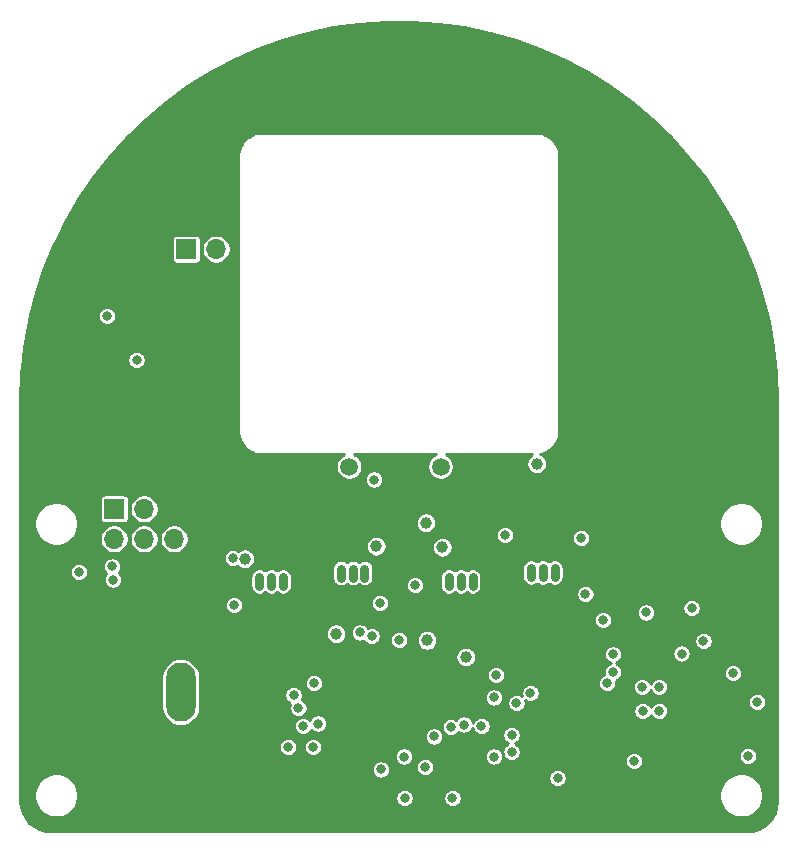
<source format=gbr>
%TF.GenerationSoftware,KiCad,Pcbnew,(5.1.6)-1*%
%TF.CreationDate,2020-09-22T17:38:13-04:00*%
%TF.ProjectId,wireless_charger,77697265-6c65-4737-935f-636861726765,rev?*%
%TF.SameCoordinates,Original*%
%TF.FileFunction,Copper,L4,Bot*%
%TF.FilePolarity,Positive*%
%FSLAX46Y46*%
G04 Gerber Fmt 4.6, Leading zero omitted, Abs format (unit mm)*
G04 Created by KiCad (PCBNEW (5.1.6)-1) date 2020-09-22 17:38:13*
%MOMM*%
%LPD*%
G01*
G04 APERTURE LIST*
%TA.AperFunction,ComponentPad*%
%ADD10O,1.700000X1.700000*%
%TD*%
%TA.AperFunction,ComponentPad*%
%ADD11R,1.700000X1.700000*%
%TD*%
%TA.AperFunction,ComponentPad*%
%ADD12O,2.500000X5.000000*%
%TD*%
%TA.AperFunction,ComponentPad*%
%ADD13O,2.250000X4.500000*%
%TD*%
%TA.AperFunction,ComponentPad*%
%ADD14O,4.500000X2.250000*%
%TD*%
%TA.AperFunction,ComponentPad*%
%ADD15C,1.500000*%
%TD*%
%TA.AperFunction,ViaPad*%
%ADD16C,0.800000*%
%TD*%
%TA.AperFunction,ViaPad*%
%ADD17C,0.500000*%
%TD*%
%TA.AperFunction,ViaPad*%
%ADD18C,1.000000*%
%TD*%
%TA.AperFunction,Conductor*%
%ADD19C,0.750000*%
%TD*%
%TA.AperFunction,Conductor*%
%ADD20C,0.254000*%
%TD*%
G04 APERTURE END LIST*
D10*
%TO.P,Fan_12V1,2*%
%TO.N,VIN*%
X120740000Y-59350000D03*
D11*
%TO.P,Fan_12V1,1*%
%TO.N,Net-(D3-Pad2)*%
X118200000Y-59350000D03*
%TD*%
D12*
%TO.P,J1,1*%
%TO.N,VIN*%
X117740000Y-96840000D03*
D13*
%TO.P,J1,2*%
%TO.N,Earth*%
X111740000Y-96840000D03*
D14*
%TO.P,J1,3*%
X114740000Y-101540000D03*
%TD*%
D15*
%TO.P,LX1,1*%
%TO.N,/coil1*%
X139750000Y-77750000D03*
%TD*%
%TO.P,LX2,1*%
%TO.N,/coil2*%
X132000000Y-77750000D03*
%TD*%
D10*
%TO.P,J2,6*%
%TO.N,/SCL*%
X117180000Y-83880000D03*
%TO.P,J2,5*%
%TO.N,Earth*%
X117180000Y-81340000D03*
%TO.P,J2,4*%
%TO.N,/SDA*%
X114640000Y-83880000D03*
%TO.P,J2,3*%
%TO.N,+5V*%
X114640000Y-81340000D03*
%TO.P,J2,2*%
%TO.N,Net-(J2-Pad2)*%
X112100000Y-83880000D03*
D11*
%TO.P,J2,1*%
%TO.N,+5V*%
X112100000Y-81340000D03*
%TD*%
D16*
%TO.N,Earth*%
X111750000Y-105000000D03*
X113250000Y-105000000D03*
X111750000Y-106500000D03*
X113250000Y-106500000D03*
X158250000Y-74750000D03*
X159750000Y-74750000D03*
X158250000Y-76250000D03*
X159750000Y-76250000D03*
X158250000Y-61500000D03*
X159750000Y-61500000D03*
X158250000Y-63000000D03*
X159750000Y-63000000D03*
X144000000Y-45000000D03*
X145500000Y-45000000D03*
X144000000Y-46500000D03*
X145500000Y-46500000D03*
X127500000Y-45000000D03*
X129000000Y-45000000D03*
X127500000Y-46500000D03*
X129000000Y-46500000D03*
X112000000Y-61500000D03*
X113500000Y-61500000D03*
X112000000Y-63000000D03*
X113500000Y-63000000D03*
X135100000Y-86100000D03*
X148600000Y-90650000D03*
X148600000Y-89650000D03*
D17*
X135700000Y-99100000D03*
X136700000Y-99100000D03*
X137700000Y-99100000D03*
X134700000Y-96100000D03*
X135700000Y-96100000D03*
X136700000Y-96100000D03*
X137700000Y-96100000D03*
X137700000Y-96850000D03*
X136700000Y-96850000D03*
X135700000Y-96850000D03*
X134700000Y-96850000D03*
X134700000Y-97600000D03*
X135700000Y-97600000D03*
X136700000Y-97600000D03*
X137700000Y-97600000D03*
X137700000Y-98350000D03*
X136700000Y-98350000D03*
X135700000Y-98350000D03*
X134700000Y-98350000D03*
D16*
X149350000Y-79850000D03*
X136400000Y-80850000D03*
X131300000Y-102950000D03*
X149349083Y-96474434D03*
X129700000Y-88700000D03*
X129700000Y-87600000D03*
X129700000Y-86500000D03*
X129700000Y-85400000D03*
X145600000Y-89650000D03*
X145600000Y-90650000D03*
X146600000Y-90650000D03*
X146600000Y-89650000D03*
X147600000Y-89650000D03*
X147600000Y-90650000D03*
D17*
X134725000Y-99125000D03*
D16*
X152950000Y-87100000D03*
X156450000Y-87100000D03*
X160200000Y-88600000D03*
X157950000Y-86600000D03*
X127000008Y-94900000D03*
X129050000Y-94475000D03*
X128965000Y-102585000D03*
X159250000Y-104750000D03*
X160750000Y-104750000D03*
X159250000Y-106250000D03*
X160750000Y-106250000D03*
D17*
%TO.N,Net-(C1-Pad2)*%
X140450000Y-87100000D03*
X140450000Y-87850000D03*
X142450000Y-87850000D03*
X142450000Y-87100000D03*
X141450000Y-87850000D03*
X141450000Y-87100000D03*
%TO.N,Net-(C29-Pad2)*%
X124400000Y-87100000D03*
X124400000Y-87850000D03*
X126400000Y-87850000D03*
X126400000Y-87100000D03*
X125400000Y-87850000D03*
X125400000Y-87100000D03*
D16*
%TO.N,VCC_5V*%
X138450006Y-103200002D03*
X129000000Y-96100000D03*
X140749986Y-105799986D03*
%TO.N,Net-(C7-Pad2)*%
X128100000Y-99700000D03*
X126850007Y-101499993D03*
%TO.N,Net-(C9-Pad2)*%
X128950000Y-101500000D03*
X129365373Y-99515373D03*
D17*
%TO.N,Net-(C10-Pad2)*%
X131300000Y-86400000D03*
X131300000Y-87150000D03*
X133300000Y-87150000D03*
X133300000Y-86400000D03*
X132300000Y-87150000D03*
X132300000Y-86400000D03*
D16*
X132900000Y-91799990D03*
D18*
X134300000Y-84500000D03*
D16*
%TO.N,LDO33*%
X139175065Y-100600000D03*
X160150000Y-93580000D03*
X109115000Y-86685000D03*
X162000000Y-92499998D03*
X166550008Y-97700008D03*
X136634082Y-102309372D03*
X114000000Y-68750000D03*
%TO.N,VCOIL_OV*%
X149650000Y-104100000D03*
X145750000Y-101900000D03*
X146165015Y-97775003D03*
%TO.N,Net-(C39-Pad2)*%
X153850000Y-96100000D03*
X160999974Y-89749974D03*
%TO.N,Net-(D1-Pad1)*%
X122250000Y-89500000D03*
X122150010Y-85500000D03*
%TO.N,Net-(L1-Pad2)*%
X134679980Y-103400000D03*
X136700000Y-105800000D03*
D18*
%TO.N,Net-(Q1-Pad2)*%
X130900000Y-91900000D03*
X123173445Y-85556840D03*
%TO.N,Net-(Q2-Pad2)*%
X138600000Y-92475010D03*
X139900000Y-84600000D03*
D16*
%TO.N,Net-(Q4-Pad2)*%
X133902985Y-92100663D03*
X134600000Y-89299980D03*
%TO.N,Q_DRV1*%
X153500000Y-90750000D03*
X144442272Y-95400035D03*
D18*
%TO.N,Net-(Q6-Pad3)*%
X141875000Y-93875000D03*
D16*
X137600000Y-87800000D03*
%TO.N,Q_DRV2*%
X157150000Y-90100000D03*
X154350000Y-93650000D03*
%TO.N,OVP_CTL*%
X147350000Y-96900000D03*
X156122700Y-102672691D03*
%TO.N,Net-(R3-Pad1)*%
X144250000Y-102300000D03*
X165750000Y-102250000D03*
%TO.N,Net-(R4-Pad1)*%
X145750000Y-100475047D03*
X143200000Y-99700000D03*
X164500000Y-95250000D03*
%TO.N,Net-(R40-Pad2)*%
X158260928Y-98425021D03*
X158250000Y-96400000D03*
%TO.N,Net-(R43-Pad1)*%
X156850000Y-98425021D03*
X156800000Y-96400010D03*
%TO.N,Net-(U1-Pad42)*%
X127299996Y-97100000D03*
%TO.N,Net-(U1-Pad43)*%
X127700000Y-98200000D03*
%TO.N,Net-(Q5-Pad3)*%
X145200000Y-83550000D03*
X151999998Y-88550000D03*
D17*
%TO.N,/coil1*%
X147400000Y-86350000D03*
X147400000Y-87100000D03*
X149400000Y-87100000D03*
X149400000Y-86350000D03*
D16*
X136250000Y-92430000D03*
D18*
X138500000Y-82500000D03*
D17*
X148400000Y-87100000D03*
X148400000Y-86350000D03*
D16*
%TO.N,/coil2*%
X151650000Y-83800000D03*
X134100000Y-78850000D03*
%TO.N,/SDA*%
X141700000Y-99600000D03*
X111949647Y-86199984D03*
%TO.N,/SCL*%
X140600000Y-99800000D03*
X112004000Y-87324535D03*
%TO.N,/TS*%
X144250000Y-97300000D03*
X154350002Y-95150000D03*
X111500000Y-65000000D03*
D18*
X147875000Y-77500026D03*
%TD*%
D19*
%TO.N,Net-(C1-Pad2)*%
X140450000Y-87100000D02*
X140450000Y-87850000D01*
X141450000Y-87100000D02*
X141450000Y-87850000D01*
X142450000Y-87100000D02*
X142450000Y-87850000D01*
%TO.N,Net-(C29-Pad2)*%
X124400000Y-87100000D02*
X124400000Y-87850000D01*
X125400000Y-87100000D02*
X125400000Y-87850000D01*
X126400000Y-87100000D02*
X126400000Y-87850000D01*
%TO.N,Net-(C10-Pad2)*%
X131300000Y-86400000D02*
X131300000Y-87150000D01*
X132300000Y-86400000D02*
X132300000Y-87150000D01*
X133300000Y-86400000D02*
X133300000Y-87150000D01*
%TO.N,/coil1*%
X147400000Y-86350000D02*
X147400000Y-87100000D01*
X149400000Y-86350000D02*
X149400000Y-87100000D01*
X148400000Y-86350000D02*
X148400000Y-87100000D01*
%TD*%
D20*
%TO.N,Earth*%
G36*
X139547281Y-40252714D02*
G01*
X141760691Y-40563789D01*
X143946988Y-41028500D01*
X146095566Y-41644595D01*
X148195919Y-42409062D01*
X150237827Y-43318177D01*
X152211351Y-44367518D01*
X154106873Y-45551972D01*
X155915143Y-46865757D01*
X157627377Y-48302491D01*
X159235212Y-49855159D01*
X160730814Y-51516195D01*
X162106917Y-53277525D01*
X163356799Y-55130552D01*
X164474372Y-57066245D01*
X165454200Y-59075191D01*
X166291504Y-61147590D01*
X166982204Y-63273345D01*
X167522937Y-65442109D01*
X167911066Y-67643295D01*
X168144705Y-69866216D01*
X168223001Y-72108342D01*
X168222999Y-106076685D01*
X168172706Y-106589603D01*
X168030515Y-107060566D01*
X167799554Y-107494942D01*
X167488625Y-107876178D01*
X167109566Y-108189764D01*
X166676816Y-108423750D01*
X166206858Y-108569227D01*
X165695251Y-108622999D01*
X106723335Y-108623001D01*
X106210396Y-108572706D01*
X105739433Y-108430515D01*
X105305057Y-108199554D01*
X104923821Y-107888625D01*
X104610235Y-107509566D01*
X104376249Y-107076816D01*
X104230772Y-106606858D01*
X104177000Y-106095251D01*
X104177000Y-105416512D01*
X105337014Y-105416512D01*
X105337014Y-105783488D01*
X105408608Y-106143413D01*
X105549043Y-106482455D01*
X105752924Y-106787584D01*
X106012416Y-107047076D01*
X106317545Y-107250957D01*
X106656587Y-107391392D01*
X107016512Y-107462986D01*
X107383488Y-107462986D01*
X107743413Y-107391392D01*
X108082455Y-107250957D01*
X108387584Y-107047076D01*
X108647076Y-106787584D01*
X108850957Y-106482455D01*
X108991392Y-106143413D01*
X109062986Y-105783488D01*
X109062986Y-105723472D01*
X135923000Y-105723472D01*
X135923000Y-105876528D01*
X135952859Y-106026643D01*
X136011431Y-106168048D01*
X136096464Y-106295309D01*
X136204691Y-106403536D01*
X136331952Y-106488569D01*
X136473357Y-106547141D01*
X136623472Y-106577000D01*
X136776528Y-106577000D01*
X136926643Y-106547141D01*
X137068048Y-106488569D01*
X137195309Y-106403536D01*
X137303536Y-106295309D01*
X137388569Y-106168048D01*
X137447141Y-106026643D01*
X137477000Y-105876528D01*
X137477000Y-105723472D01*
X137476998Y-105723458D01*
X139972986Y-105723458D01*
X139972986Y-105876514D01*
X140002845Y-106026629D01*
X140061417Y-106168034D01*
X140146450Y-106295295D01*
X140254677Y-106403522D01*
X140381938Y-106488555D01*
X140523343Y-106547127D01*
X140673458Y-106576986D01*
X140826514Y-106576986D01*
X140976629Y-106547127D01*
X141118034Y-106488555D01*
X141245295Y-106403522D01*
X141353522Y-106295295D01*
X141438555Y-106168034D01*
X141497127Y-106026629D01*
X141526986Y-105876514D01*
X141526986Y-105723458D01*
X141497127Y-105573343D01*
X141438555Y-105431938D01*
X141428248Y-105416512D01*
X163337014Y-105416512D01*
X163337014Y-105783488D01*
X163408608Y-106143413D01*
X163549043Y-106482455D01*
X163752924Y-106787584D01*
X164012416Y-107047076D01*
X164317545Y-107250957D01*
X164656587Y-107391392D01*
X165016512Y-107462986D01*
X165383488Y-107462986D01*
X165743413Y-107391392D01*
X166082455Y-107250957D01*
X166387584Y-107047076D01*
X166647076Y-106787584D01*
X166850957Y-106482455D01*
X166991392Y-106143413D01*
X167062986Y-105783488D01*
X167062986Y-105416512D01*
X166991392Y-105056587D01*
X166850957Y-104717545D01*
X166647076Y-104412416D01*
X166387584Y-104152924D01*
X166082455Y-103949043D01*
X165743413Y-103808608D01*
X165383488Y-103737014D01*
X165016512Y-103737014D01*
X164656587Y-103808608D01*
X164317545Y-103949043D01*
X164012416Y-104152924D01*
X163752924Y-104412416D01*
X163549043Y-104717545D01*
X163408608Y-105056587D01*
X163337014Y-105416512D01*
X141428248Y-105416512D01*
X141353522Y-105304677D01*
X141245295Y-105196450D01*
X141118034Y-105111417D01*
X140976629Y-105052845D01*
X140826514Y-105022986D01*
X140673458Y-105022986D01*
X140523343Y-105052845D01*
X140381938Y-105111417D01*
X140254677Y-105196450D01*
X140146450Y-105304677D01*
X140061417Y-105431938D01*
X140002845Y-105573343D01*
X139972986Y-105723458D01*
X137476998Y-105723458D01*
X137447141Y-105573357D01*
X137388569Y-105431952D01*
X137303536Y-105304691D01*
X137195309Y-105196464D01*
X137068048Y-105111431D01*
X136926643Y-105052859D01*
X136776528Y-105023000D01*
X136623472Y-105023000D01*
X136473357Y-105052859D01*
X136331952Y-105111431D01*
X136204691Y-105196464D01*
X136096464Y-105304691D01*
X136011431Y-105431952D01*
X135952859Y-105573357D01*
X135923000Y-105723472D01*
X109062986Y-105723472D01*
X109062986Y-105416512D01*
X108991392Y-105056587D01*
X108850957Y-104717545D01*
X108647076Y-104412416D01*
X108387584Y-104152924D01*
X108082455Y-103949043D01*
X107743413Y-103808608D01*
X107383488Y-103737014D01*
X107016512Y-103737014D01*
X106656587Y-103808608D01*
X106317545Y-103949043D01*
X106012416Y-104152924D01*
X105752924Y-104412416D01*
X105549043Y-104717545D01*
X105408608Y-105056587D01*
X105337014Y-105416512D01*
X104177000Y-105416512D01*
X104177000Y-103323472D01*
X133902980Y-103323472D01*
X133902980Y-103476528D01*
X133932839Y-103626643D01*
X133991411Y-103768048D01*
X134076444Y-103895309D01*
X134184671Y-104003536D01*
X134311932Y-104088569D01*
X134453337Y-104147141D01*
X134603452Y-104177000D01*
X134756508Y-104177000D01*
X134906623Y-104147141D01*
X135048028Y-104088569D01*
X135145452Y-104023472D01*
X148873000Y-104023472D01*
X148873000Y-104176528D01*
X148902859Y-104326643D01*
X148961431Y-104468048D01*
X149046464Y-104595309D01*
X149154691Y-104703536D01*
X149281952Y-104788569D01*
X149423357Y-104847141D01*
X149573472Y-104877000D01*
X149726528Y-104877000D01*
X149876643Y-104847141D01*
X150018048Y-104788569D01*
X150145309Y-104703536D01*
X150253536Y-104595309D01*
X150338569Y-104468048D01*
X150397141Y-104326643D01*
X150427000Y-104176528D01*
X150427000Y-104023472D01*
X150397141Y-103873357D01*
X150338569Y-103731952D01*
X150253536Y-103604691D01*
X150145309Y-103496464D01*
X150018048Y-103411431D01*
X149876643Y-103352859D01*
X149726528Y-103323000D01*
X149573472Y-103323000D01*
X149423357Y-103352859D01*
X149281952Y-103411431D01*
X149154691Y-103496464D01*
X149046464Y-103604691D01*
X148961431Y-103731952D01*
X148902859Y-103873357D01*
X148873000Y-104023472D01*
X135145452Y-104023472D01*
X135175289Y-104003536D01*
X135283516Y-103895309D01*
X135368549Y-103768048D01*
X135427121Y-103626643D01*
X135456980Y-103476528D01*
X135456980Y-103323472D01*
X135427121Y-103173357D01*
X135406459Y-103123474D01*
X137673006Y-103123474D01*
X137673006Y-103276530D01*
X137702865Y-103426645D01*
X137761437Y-103568050D01*
X137846470Y-103695311D01*
X137954697Y-103803538D01*
X138081958Y-103888571D01*
X138223363Y-103947143D01*
X138373478Y-103977002D01*
X138526534Y-103977002D01*
X138676649Y-103947143D01*
X138818054Y-103888571D01*
X138945315Y-103803538D01*
X139053542Y-103695311D01*
X139138575Y-103568050D01*
X139197147Y-103426645D01*
X139227006Y-103276530D01*
X139227006Y-103123474D01*
X139197147Y-102973359D01*
X139138575Y-102831954D01*
X139053542Y-102704693D01*
X138945315Y-102596466D01*
X138818054Y-102511433D01*
X138676649Y-102452861D01*
X138526534Y-102423002D01*
X138373478Y-102423002D01*
X138223363Y-102452861D01*
X138081958Y-102511433D01*
X137954697Y-102596466D01*
X137846470Y-102704693D01*
X137761437Y-102831954D01*
X137702865Y-102973359D01*
X137673006Y-103123474D01*
X135406459Y-103123474D01*
X135368549Y-103031952D01*
X135283516Y-102904691D01*
X135175289Y-102796464D01*
X135048028Y-102711431D01*
X134906623Y-102652859D01*
X134756508Y-102623000D01*
X134603452Y-102623000D01*
X134453337Y-102652859D01*
X134311932Y-102711431D01*
X134184671Y-102796464D01*
X134076444Y-102904691D01*
X133991411Y-103031952D01*
X133932839Y-103173357D01*
X133902980Y-103323472D01*
X104177000Y-103323472D01*
X104177000Y-101423465D01*
X126073007Y-101423465D01*
X126073007Y-101576521D01*
X126102866Y-101726636D01*
X126161438Y-101868041D01*
X126246471Y-101995302D01*
X126354698Y-102103529D01*
X126481959Y-102188562D01*
X126623364Y-102247134D01*
X126773479Y-102276993D01*
X126926535Y-102276993D01*
X127076650Y-102247134D01*
X127218055Y-102188562D01*
X127345316Y-102103529D01*
X127453543Y-101995302D01*
X127538576Y-101868041D01*
X127597148Y-101726636D01*
X127627007Y-101576521D01*
X127627007Y-101423472D01*
X128173000Y-101423472D01*
X128173000Y-101576528D01*
X128202859Y-101726643D01*
X128261431Y-101868048D01*
X128346464Y-101995309D01*
X128454691Y-102103536D01*
X128581952Y-102188569D01*
X128723357Y-102247141D01*
X128873472Y-102277000D01*
X129026528Y-102277000D01*
X129176643Y-102247141D01*
X129211158Y-102232844D01*
X135857082Y-102232844D01*
X135857082Y-102385900D01*
X135886941Y-102536015D01*
X135945513Y-102677420D01*
X136030546Y-102804681D01*
X136138773Y-102912908D01*
X136266034Y-102997941D01*
X136407439Y-103056513D01*
X136557554Y-103086372D01*
X136710610Y-103086372D01*
X136860725Y-103056513D01*
X137002130Y-102997941D01*
X137129391Y-102912908D01*
X137237618Y-102804681D01*
X137322651Y-102677420D01*
X137381223Y-102536015D01*
X137411082Y-102385900D01*
X137411082Y-102232844D01*
X137409218Y-102223472D01*
X143473000Y-102223472D01*
X143473000Y-102376528D01*
X143502859Y-102526643D01*
X143561431Y-102668048D01*
X143646464Y-102795309D01*
X143754691Y-102903536D01*
X143881952Y-102988569D01*
X144023357Y-103047141D01*
X144173472Y-103077000D01*
X144326528Y-103077000D01*
X144476643Y-103047141D01*
X144618048Y-102988569D01*
X144745309Y-102903536D01*
X144853536Y-102795309D01*
X144938569Y-102668048D01*
X144997141Y-102526643D01*
X145027000Y-102376528D01*
X145027000Y-102223472D01*
X145012249Y-102149313D01*
X145061431Y-102268048D01*
X145146464Y-102395309D01*
X145254691Y-102503536D01*
X145381952Y-102588569D01*
X145523357Y-102647141D01*
X145673472Y-102677000D01*
X145826528Y-102677000D01*
X145976643Y-102647141D01*
X146099714Y-102596163D01*
X155345700Y-102596163D01*
X155345700Y-102749219D01*
X155375559Y-102899334D01*
X155434131Y-103040739D01*
X155519164Y-103168000D01*
X155627391Y-103276227D01*
X155754652Y-103361260D01*
X155896057Y-103419832D01*
X156046172Y-103449691D01*
X156199228Y-103449691D01*
X156349343Y-103419832D01*
X156490748Y-103361260D01*
X156618009Y-103276227D01*
X156726236Y-103168000D01*
X156811269Y-103040739D01*
X156869841Y-102899334D01*
X156899700Y-102749219D01*
X156899700Y-102596163D01*
X156869841Y-102446048D01*
X156811269Y-102304643D01*
X156726236Y-102177382D01*
X156722326Y-102173472D01*
X164973000Y-102173472D01*
X164973000Y-102326528D01*
X165002859Y-102476643D01*
X165061431Y-102618048D01*
X165146464Y-102745309D01*
X165254691Y-102853536D01*
X165381952Y-102938569D01*
X165523357Y-102997141D01*
X165673472Y-103027000D01*
X165826528Y-103027000D01*
X165976643Y-102997141D01*
X166118048Y-102938569D01*
X166245309Y-102853536D01*
X166353536Y-102745309D01*
X166438569Y-102618048D01*
X166497141Y-102476643D01*
X166527000Y-102326528D01*
X166527000Y-102173472D01*
X166497141Y-102023357D01*
X166438569Y-101881952D01*
X166353536Y-101754691D01*
X166245309Y-101646464D01*
X166118048Y-101561431D01*
X165976643Y-101502859D01*
X165826528Y-101473000D01*
X165673472Y-101473000D01*
X165523357Y-101502859D01*
X165381952Y-101561431D01*
X165254691Y-101646464D01*
X165146464Y-101754691D01*
X165061431Y-101881952D01*
X165002859Y-102023357D01*
X164973000Y-102173472D01*
X156722326Y-102173472D01*
X156618009Y-102069155D01*
X156490748Y-101984122D01*
X156349343Y-101925550D01*
X156199228Y-101895691D01*
X156046172Y-101895691D01*
X155896057Y-101925550D01*
X155754652Y-101984122D01*
X155627391Y-102069155D01*
X155519164Y-102177382D01*
X155434131Y-102304643D01*
X155375559Y-102446048D01*
X155345700Y-102596163D01*
X146099714Y-102596163D01*
X146118048Y-102588569D01*
X146245309Y-102503536D01*
X146353536Y-102395309D01*
X146438569Y-102268048D01*
X146497141Y-102126643D01*
X146527000Y-101976528D01*
X146527000Y-101823472D01*
X146497141Y-101673357D01*
X146438569Y-101531952D01*
X146353536Y-101404691D01*
X146245309Y-101296464D01*
X146118048Y-101211431D01*
X146060330Y-101187524D01*
X146118048Y-101163616D01*
X146245309Y-101078583D01*
X146353536Y-100970356D01*
X146438569Y-100843095D01*
X146497141Y-100701690D01*
X146527000Y-100551575D01*
X146527000Y-100398519D01*
X146497141Y-100248404D01*
X146438569Y-100106999D01*
X146353536Y-99979738D01*
X146245309Y-99871511D01*
X146118048Y-99786478D01*
X145976643Y-99727906D01*
X145826528Y-99698047D01*
X145673472Y-99698047D01*
X145523357Y-99727906D01*
X145381952Y-99786478D01*
X145254691Y-99871511D01*
X145146464Y-99979738D01*
X145061431Y-100106999D01*
X145002859Y-100248404D01*
X144973000Y-100398519D01*
X144973000Y-100551575D01*
X145002859Y-100701690D01*
X145061431Y-100843095D01*
X145146464Y-100970356D01*
X145254691Y-101078583D01*
X145381952Y-101163616D01*
X145439670Y-101187524D01*
X145381952Y-101211431D01*
X145254691Y-101296464D01*
X145146464Y-101404691D01*
X145061431Y-101531952D01*
X145002859Y-101673357D01*
X144973000Y-101823472D01*
X144973000Y-101976528D01*
X144987751Y-102050687D01*
X144938569Y-101931952D01*
X144853536Y-101804691D01*
X144745309Y-101696464D01*
X144618048Y-101611431D01*
X144476643Y-101552859D01*
X144326528Y-101523000D01*
X144173472Y-101523000D01*
X144023357Y-101552859D01*
X143881952Y-101611431D01*
X143754691Y-101696464D01*
X143646464Y-101804691D01*
X143561431Y-101931952D01*
X143502859Y-102073357D01*
X143473000Y-102223472D01*
X137409218Y-102223472D01*
X137381223Y-102082729D01*
X137322651Y-101941324D01*
X137237618Y-101814063D01*
X137129391Y-101705836D01*
X137002130Y-101620803D01*
X136860725Y-101562231D01*
X136710610Y-101532372D01*
X136557554Y-101532372D01*
X136407439Y-101562231D01*
X136266034Y-101620803D01*
X136138773Y-101705836D01*
X136030546Y-101814063D01*
X135945513Y-101941324D01*
X135886941Y-102082729D01*
X135857082Y-102232844D01*
X129211158Y-102232844D01*
X129318048Y-102188569D01*
X129445309Y-102103536D01*
X129553536Y-101995309D01*
X129638569Y-101868048D01*
X129697141Y-101726643D01*
X129727000Y-101576528D01*
X129727000Y-101423472D01*
X129697141Y-101273357D01*
X129638569Y-101131952D01*
X129553536Y-101004691D01*
X129445309Y-100896464D01*
X129318048Y-100811431D01*
X129176643Y-100752859D01*
X129026528Y-100723000D01*
X128873472Y-100723000D01*
X128723357Y-100752859D01*
X128581952Y-100811431D01*
X128454691Y-100896464D01*
X128346464Y-101004691D01*
X128261431Y-101131952D01*
X128202859Y-101273357D01*
X128173000Y-101423472D01*
X127627007Y-101423472D01*
X127627007Y-101423465D01*
X127597148Y-101273350D01*
X127538576Y-101131945D01*
X127453543Y-101004684D01*
X127345316Y-100896457D01*
X127218055Y-100811424D01*
X127076650Y-100752852D01*
X126926535Y-100722993D01*
X126773479Y-100722993D01*
X126623364Y-100752852D01*
X126481959Y-100811424D01*
X126354698Y-100896457D01*
X126246471Y-101004684D01*
X126161438Y-101131945D01*
X126102866Y-101273350D01*
X126073007Y-101423465D01*
X104177000Y-101423465D01*
X104177000Y-100523472D01*
X138398065Y-100523472D01*
X138398065Y-100676528D01*
X138427924Y-100826643D01*
X138486496Y-100968048D01*
X138571529Y-101095309D01*
X138679756Y-101203536D01*
X138807017Y-101288569D01*
X138948422Y-101347141D01*
X139098537Y-101377000D01*
X139251593Y-101377000D01*
X139401708Y-101347141D01*
X139543113Y-101288569D01*
X139670374Y-101203536D01*
X139778601Y-101095309D01*
X139863634Y-100968048D01*
X139922206Y-100826643D01*
X139952065Y-100676528D01*
X139952065Y-100523472D01*
X139922206Y-100373357D01*
X139863634Y-100231952D01*
X139778601Y-100104691D01*
X139670374Y-99996464D01*
X139543113Y-99911431D01*
X139401708Y-99852859D01*
X139251593Y-99823000D01*
X139098537Y-99823000D01*
X138948422Y-99852859D01*
X138807017Y-99911431D01*
X138679756Y-99996464D01*
X138571529Y-100104691D01*
X138486496Y-100231952D01*
X138427924Y-100373357D01*
X138398065Y-100523472D01*
X104177000Y-100523472D01*
X104177000Y-98169924D01*
X116113000Y-98169924D01*
X116136542Y-98408947D01*
X116229575Y-98715637D01*
X116380654Y-98998285D01*
X116583971Y-99246029D01*
X116831714Y-99449346D01*
X117114362Y-99600425D01*
X117421052Y-99693458D01*
X117740000Y-99724872D01*
X118058947Y-99693458D01*
X118365637Y-99600425D01*
X118648285Y-99449346D01*
X118896029Y-99246029D01*
X119099346Y-98998286D01*
X119250425Y-98715638D01*
X119343458Y-98408948D01*
X119367000Y-98169925D01*
X119367000Y-97023472D01*
X126522996Y-97023472D01*
X126522996Y-97176528D01*
X126552855Y-97326643D01*
X126611427Y-97468048D01*
X126696460Y-97595309D01*
X126804687Y-97703536D01*
X126931948Y-97788569D01*
X127016905Y-97823759D01*
X127011431Y-97831952D01*
X126952859Y-97973357D01*
X126923000Y-98123472D01*
X126923000Y-98276528D01*
X126952859Y-98426643D01*
X127011431Y-98568048D01*
X127096464Y-98695309D01*
X127204691Y-98803536D01*
X127331952Y-98888569D01*
X127473357Y-98947141D01*
X127623472Y-98977000D01*
X127776528Y-98977000D01*
X127850687Y-98962249D01*
X127731952Y-99011431D01*
X127604691Y-99096464D01*
X127496464Y-99204691D01*
X127411431Y-99331952D01*
X127352859Y-99473357D01*
X127323000Y-99623472D01*
X127323000Y-99776528D01*
X127352859Y-99926643D01*
X127411431Y-100068048D01*
X127496464Y-100195309D01*
X127604691Y-100303536D01*
X127731952Y-100388569D01*
X127873357Y-100447141D01*
X128023472Y-100477000D01*
X128176528Y-100477000D01*
X128326643Y-100447141D01*
X128468048Y-100388569D01*
X128595309Y-100303536D01*
X128703536Y-100195309D01*
X128788569Y-100068048D01*
X128797542Y-100046387D01*
X128870064Y-100118909D01*
X128997325Y-100203942D01*
X129138730Y-100262514D01*
X129288845Y-100292373D01*
X129441901Y-100292373D01*
X129592016Y-100262514D01*
X129733421Y-100203942D01*
X129860682Y-100118909D01*
X129968909Y-100010682D01*
X130053942Y-99883421D01*
X130112514Y-99742016D01*
X130116202Y-99723472D01*
X139823000Y-99723472D01*
X139823000Y-99876528D01*
X139852859Y-100026643D01*
X139911431Y-100168048D01*
X139996464Y-100295309D01*
X140104691Y-100403536D01*
X140231952Y-100488569D01*
X140373357Y-100547141D01*
X140523472Y-100577000D01*
X140676528Y-100577000D01*
X140826643Y-100547141D01*
X140968048Y-100488569D01*
X141095309Y-100403536D01*
X141203536Y-100295309D01*
X141246286Y-100231329D01*
X141331952Y-100288569D01*
X141473357Y-100347141D01*
X141623472Y-100377000D01*
X141776528Y-100377000D01*
X141926643Y-100347141D01*
X142068048Y-100288569D01*
X142195309Y-100203536D01*
X142303536Y-100095309D01*
X142388569Y-99968048D01*
X142437566Y-99849759D01*
X142452859Y-99926643D01*
X142511431Y-100068048D01*
X142596464Y-100195309D01*
X142704691Y-100303536D01*
X142831952Y-100388569D01*
X142973357Y-100447141D01*
X143123472Y-100477000D01*
X143276528Y-100477000D01*
X143426643Y-100447141D01*
X143568048Y-100388569D01*
X143695309Y-100303536D01*
X143803536Y-100195309D01*
X143888569Y-100068048D01*
X143947141Y-99926643D01*
X143977000Y-99776528D01*
X143977000Y-99623472D01*
X143947141Y-99473357D01*
X143888569Y-99331952D01*
X143803536Y-99204691D01*
X143695309Y-99096464D01*
X143568048Y-99011431D01*
X143426643Y-98952859D01*
X143276528Y-98923000D01*
X143123472Y-98923000D01*
X142973357Y-98952859D01*
X142831952Y-99011431D01*
X142704691Y-99096464D01*
X142596464Y-99204691D01*
X142511431Y-99331952D01*
X142462434Y-99450241D01*
X142447141Y-99373357D01*
X142388569Y-99231952D01*
X142303536Y-99104691D01*
X142195309Y-98996464D01*
X142068048Y-98911431D01*
X141926643Y-98852859D01*
X141776528Y-98823000D01*
X141623472Y-98823000D01*
X141473357Y-98852859D01*
X141331952Y-98911431D01*
X141204691Y-98996464D01*
X141096464Y-99104691D01*
X141053714Y-99168671D01*
X140968048Y-99111431D01*
X140826643Y-99052859D01*
X140676528Y-99023000D01*
X140523472Y-99023000D01*
X140373357Y-99052859D01*
X140231952Y-99111431D01*
X140104691Y-99196464D01*
X139996464Y-99304691D01*
X139911431Y-99431952D01*
X139852859Y-99573357D01*
X139823000Y-99723472D01*
X130116202Y-99723472D01*
X130142373Y-99591901D01*
X130142373Y-99438845D01*
X130112514Y-99288730D01*
X130053942Y-99147325D01*
X129968909Y-99020064D01*
X129860682Y-98911837D01*
X129733421Y-98826804D01*
X129592016Y-98768232D01*
X129441901Y-98738373D01*
X129288845Y-98738373D01*
X129138730Y-98768232D01*
X128997325Y-98826804D01*
X128870064Y-98911837D01*
X128761837Y-99020064D01*
X128676804Y-99147325D01*
X128667831Y-99168986D01*
X128595309Y-99096464D01*
X128468048Y-99011431D01*
X128326643Y-98952859D01*
X128176528Y-98923000D01*
X128023472Y-98923000D01*
X127949313Y-98937751D01*
X128068048Y-98888569D01*
X128195309Y-98803536D01*
X128303536Y-98695309D01*
X128388569Y-98568048D01*
X128447141Y-98426643D01*
X128477000Y-98276528D01*
X128477000Y-98123472D01*
X128447141Y-97973357D01*
X128388569Y-97831952D01*
X128303536Y-97704691D01*
X128195309Y-97596464D01*
X128068048Y-97511431D01*
X127983091Y-97476241D01*
X127988565Y-97468048D01*
X128047137Y-97326643D01*
X128067658Y-97223472D01*
X143473000Y-97223472D01*
X143473000Y-97376528D01*
X143502859Y-97526643D01*
X143561431Y-97668048D01*
X143646464Y-97795309D01*
X143754691Y-97903536D01*
X143881952Y-97988569D01*
X144023357Y-98047141D01*
X144173472Y-98077000D01*
X144326528Y-98077000D01*
X144476643Y-98047141D01*
X144618048Y-97988569D01*
X144745309Y-97903536D01*
X144853536Y-97795309D01*
X144918238Y-97698475D01*
X145388015Y-97698475D01*
X145388015Y-97851531D01*
X145417874Y-98001646D01*
X145476446Y-98143051D01*
X145561479Y-98270312D01*
X145669706Y-98378539D01*
X145796967Y-98463572D01*
X145938372Y-98522144D01*
X146088487Y-98552003D01*
X146241543Y-98552003D01*
X146391658Y-98522144D01*
X146533063Y-98463572D01*
X146660324Y-98378539D01*
X146690370Y-98348493D01*
X156073000Y-98348493D01*
X156073000Y-98501549D01*
X156102859Y-98651664D01*
X156161431Y-98793069D01*
X156246464Y-98920330D01*
X156354691Y-99028557D01*
X156481952Y-99113590D01*
X156623357Y-99172162D01*
X156773472Y-99202021D01*
X156926528Y-99202021D01*
X157076643Y-99172162D01*
X157218048Y-99113590D01*
X157345309Y-99028557D01*
X157453536Y-98920330D01*
X157538569Y-98793069D01*
X157555464Y-98752281D01*
X157572359Y-98793069D01*
X157657392Y-98920330D01*
X157765619Y-99028557D01*
X157892880Y-99113590D01*
X158034285Y-99172162D01*
X158184400Y-99202021D01*
X158337456Y-99202021D01*
X158487571Y-99172162D01*
X158628976Y-99113590D01*
X158756237Y-99028557D01*
X158864464Y-98920330D01*
X158949497Y-98793069D01*
X159008069Y-98651664D01*
X159037928Y-98501549D01*
X159037928Y-98348493D01*
X159008069Y-98198378D01*
X158949497Y-98056973D01*
X158864464Y-97929712D01*
X158756237Y-97821485D01*
X158628976Y-97736452D01*
X158487571Y-97677880D01*
X158337456Y-97648021D01*
X158184400Y-97648021D01*
X158034285Y-97677880D01*
X157892880Y-97736452D01*
X157765619Y-97821485D01*
X157657392Y-97929712D01*
X157572359Y-98056973D01*
X157555464Y-98097761D01*
X157538569Y-98056973D01*
X157453536Y-97929712D01*
X157345309Y-97821485D01*
X157218048Y-97736452D01*
X157076643Y-97677880D01*
X156926528Y-97648021D01*
X156773472Y-97648021D01*
X156623357Y-97677880D01*
X156481952Y-97736452D01*
X156354691Y-97821485D01*
X156246464Y-97929712D01*
X156161431Y-98056973D01*
X156102859Y-98198378D01*
X156073000Y-98348493D01*
X146690370Y-98348493D01*
X146768551Y-98270312D01*
X146853584Y-98143051D01*
X146912156Y-98001646D01*
X146942015Y-97851531D01*
X146942015Y-97698475D01*
X146912156Y-97548360D01*
X146908475Y-97539473D01*
X146981952Y-97588569D01*
X147123357Y-97647141D01*
X147273472Y-97677000D01*
X147426528Y-97677000D01*
X147576643Y-97647141D01*
X147633765Y-97623480D01*
X165773008Y-97623480D01*
X165773008Y-97776536D01*
X165802867Y-97926651D01*
X165861439Y-98068056D01*
X165946472Y-98195317D01*
X166054699Y-98303544D01*
X166181960Y-98388577D01*
X166323365Y-98447149D01*
X166473480Y-98477008D01*
X166626536Y-98477008D01*
X166776651Y-98447149D01*
X166918056Y-98388577D01*
X167045317Y-98303544D01*
X167153544Y-98195317D01*
X167238577Y-98068056D01*
X167297149Y-97926651D01*
X167327008Y-97776536D01*
X167327008Y-97623480D01*
X167297149Y-97473365D01*
X167238577Y-97331960D01*
X167153544Y-97204699D01*
X167045317Y-97096472D01*
X166918056Y-97011439D01*
X166776651Y-96952867D01*
X166626536Y-96923008D01*
X166473480Y-96923008D01*
X166323365Y-96952867D01*
X166181960Y-97011439D01*
X166054699Y-97096472D01*
X165946472Y-97204699D01*
X165861439Y-97331960D01*
X165802867Y-97473365D01*
X165773008Y-97623480D01*
X147633765Y-97623480D01*
X147718048Y-97588569D01*
X147845309Y-97503536D01*
X147953536Y-97395309D01*
X148038569Y-97268048D01*
X148097141Y-97126643D01*
X148127000Y-96976528D01*
X148127000Y-96823472D01*
X148097141Y-96673357D01*
X148038569Y-96531952D01*
X147953536Y-96404691D01*
X147845309Y-96296464D01*
X147718048Y-96211431D01*
X147576643Y-96152859D01*
X147426528Y-96123000D01*
X147273472Y-96123000D01*
X147123357Y-96152859D01*
X146981952Y-96211431D01*
X146854691Y-96296464D01*
X146746464Y-96404691D01*
X146661431Y-96531952D01*
X146602859Y-96673357D01*
X146573000Y-96823472D01*
X146573000Y-96976528D01*
X146602859Y-97126643D01*
X146606540Y-97135530D01*
X146533063Y-97086434D01*
X146391658Y-97027862D01*
X146241543Y-96998003D01*
X146088487Y-96998003D01*
X145938372Y-97027862D01*
X145796967Y-97086434D01*
X145669706Y-97171467D01*
X145561479Y-97279694D01*
X145476446Y-97406955D01*
X145417874Y-97548360D01*
X145388015Y-97698475D01*
X144918238Y-97698475D01*
X144938569Y-97668048D01*
X144997141Y-97526643D01*
X145027000Y-97376528D01*
X145027000Y-97223472D01*
X144997141Y-97073357D01*
X144938569Y-96931952D01*
X144853536Y-96804691D01*
X144745309Y-96696464D01*
X144618048Y-96611431D01*
X144476643Y-96552859D01*
X144326528Y-96523000D01*
X144173472Y-96523000D01*
X144023357Y-96552859D01*
X143881952Y-96611431D01*
X143754691Y-96696464D01*
X143646464Y-96804691D01*
X143561431Y-96931952D01*
X143502859Y-97073357D01*
X143473000Y-97223472D01*
X128067658Y-97223472D01*
X128076996Y-97176528D01*
X128076996Y-97023472D01*
X128047137Y-96873357D01*
X127988565Y-96731952D01*
X127903532Y-96604691D01*
X127795305Y-96496464D01*
X127668044Y-96411431D01*
X127526639Y-96352859D01*
X127376524Y-96323000D01*
X127223468Y-96323000D01*
X127073353Y-96352859D01*
X126931948Y-96411431D01*
X126804687Y-96496464D01*
X126696460Y-96604691D01*
X126611427Y-96731952D01*
X126552855Y-96873357D01*
X126522996Y-97023472D01*
X119367000Y-97023472D01*
X119367000Y-96023472D01*
X128223000Y-96023472D01*
X128223000Y-96176528D01*
X128252859Y-96326643D01*
X128311431Y-96468048D01*
X128396464Y-96595309D01*
X128504691Y-96703536D01*
X128631952Y-96788569D01*
X128773357Y-96847141D01*
X128923472Y-96877000D01*
X129076528Y-96877000D01*
X129226643Y-96847141D01*
X129368048Y-96788569D01*
X129495309Y-96703536D01*
X129603536Y-96595309D01*
X129688569Y-96468048D01*
X129747141Y-96326643D01*
X129777000Y-96176528D01*
X129777000Y-96023472D01*
X129747141Y-95873357D01*
X129688569Y-95731952D01*
X129603536Y-95604691D01*
X129495309Y-95496464D01*
X129368048Y-95411431D01*
X129226643Y-95352859D01*
X129079077Y-95323507D01*
X143665272Y-95323507D01*
X143665272Y-95476563D01*
X143695131Y-95626678D01*
X143753703Y-95768083D01*
X143838736Y-95895344D01*
X143946963Y-96003571D01*
X144074224Y-96088604D01*
X144215629Y-96147176D01*
X144365744Y-96177035D01*
X144518800Y-96177035D01*
X144668915Y-96147176D01*
X144810320Y-96088604D01*
X144907797Y-96023472D01*
X153073000Y-96023472D01*
X153073000Y-96176528D01*
X153102859Y-96326643D01*
X153161431Y-96468048D01*
X153246464Y-96595309D01*
X153354691Y-96703536D01*
X153481952Y-96788569D01*
X153623357Y-96847141D01*
X153773472Y-96877000D01*
X153926528Y-96877000D01*
X154076643Y-96847141D01*
X154218048Y-96788569D01*
X154345309Y-96703536D01*
X154453536Y-96595309D01*
X154538569Y-96468048D01*
X154597141Y-96326643D01*
X154597769Y-96323482D01*
X156023000Y-96323482D01*
X156023000Y-96476538D01*
X156052859Y-96626653D01*
X156111431Y-96768058D01*
X156196464Y-96895319D01*
X156304691Y-97003546D01*
X156431952Y-97088579D01*
X156573357Y-97147151D01*
X156723472Y-97177010D01*
X156876528Y-97177010D01*
X157026643Y-97147151D01*
X157168048Y-97088579D01*
X157295309Y-97003546D01*
X157403536Y-96895319D01*
X157488569Y-96768058D01*
X157525002Y-96680101D01*
X157561431Y-96768048D01*
X157646464Y-96895309D01*
X157754691Y-97003536D01*
X157881952Y-97088569D01*
X158023357Y-97147141D01*
X158173472Y-97177000D01*
X158326528Y-97177000D01*
X158476643Y-97147141D01*
X158618048Y-97088569D01*
X158745309Y-97003536D01*
X158853536Y-96895309D01*
X158938569Y-96768048D01*
X158997141Y-96626643D01*
X159027000Y-96476528D01*
X159027000Y-96323472D01*
X158997141Y-96173357D01*
X158938569Y-96031952D01*
X158853536Y-95904691D01*
X158745309Y-95796464D01*
X158618048Y-95711431D01*
X158476643Y-95652859D01*
X158326528Y-95623000D01*
X158173472Y-95623000D01*
X158023357Y-95652859D01*
X157881952Y-95711431D01*
X157754691Y-95796464D01*
X157646464Y-95904691D01*
X157561431Y-96031952D01*
X157524998Y-96119909D01*
X157488569Y-96031962D01*
X157403536Y-95904701D01*
X157295309Y-95796474D01*
X157168048Y-95711441D01*
X157026643Y-95652869D01*
X156876528Y-95623010D01*
X156723472Y-95623010D01*
X156573357Y-95652869D01*
X156431952Y-95711441D01*
X156304691Y-95796474D01*
X156196464Y-95904701D01*
X156111431Y-96031962D01*
X156052859Y-96173367D01*
X156023000Y-96323482D01*
X154597769Y-96323482D01*
X154627000Y-96176528D01*
X154627000Y-96023472D01*
X154599952Y-95887487D01*
X154718050Y-95838569D01*
X154845311Y-95753536D01*
X154953538Y-95645309D01*
X155038571Y-95518048D01*
X155097143Y-95376643D01*
X155127002Y-95226528D01*
X155127002Y-95173472D01*
X163723000Y-95173472D01*
X163723000Y-95326528D01*
X163752859Y-95476643D01*
X163811431Y-95618048D01*
X163896464Y-95745309D01*
X164004691Y-95853536D01*
X164131952Y-95938569D01*
X164273357Y-95997141D01*
X164423472Y-96027000D01*
X164576528Y-96027000D01*
X164726643Y-95997141D01*
X164868048Y-95938569D01*
X164995309Y-95853536D01*
X165103536Y-95745309D01*
X165188569Y-95618048D01*
X165247141Y-95476643D01*
X165277000Y-95326528D01*
X165277000Y-95173472D01*
X165247141Y-95023357D01*
X165188569Y-94881952D01*
X165103536Y-94754691D01*
X164995309Y-94646464D01*
X164868048Y-94561431D01*
X164726643Y-94502859D01*
X164576528Y-94473000D01*
X164423472Y-94473000D01*
X164273357Y-94502859D01*
X164131952Y-94561431D01*
X164004691Y-94646464D01*
X163896464Y-94754691D01*
X163811431Y-94881952D01*
X163752859Y-95023357D01*
X163723000Y-95173472D01*
X155127002Y-95173472D01*
X155127002Y-95073472D01*
X155097143Y-94923357D01*
X155038571Y-94781952D01*
X154953538Y-94654691D01*
X154845311Y-94546464D01*
X154718050Y-94461431D01*
X154576645Y-94402859D01*
X154562270Y-94400000D01*
X154576643Y-94397141D01*
X154718048Y-94338569D01*
X154845309Y-94253536D01*
X154953536Y-94145309D01*
X155038569Y-94018048D01*
X155097141Y-93876643D01*
X155127000Y-93726528D01*
X155127000Y-93573472D01*
X155113077Y-93503472D01*
X159373000Y-93503472D01*
X159373000Y-93656528D01*
X159402859Y-93806643D01*
X159461431Y-93948048D01*
X159546464Y-94075309D01*
X159654691Y-94183536D01*
X159781952Y-94268569D01*
X159923357Y-94327141D01*
X160073472Y-94357000D01*
X160226528Y-94357000D01*
X160376643Y-94327141D01*
X160518048Y-94268569D01*
X160645309Y-94183536D01*
X160753536Y-94075309D01*
X160838569Y-93948048D01*
X160897141Y-93806643D01*
X160927000Y-93656528D01*
X160927000Y-93503472D01*
X160897141Y-93353357D01*
X160838569Y-93211952D01*
X160753536Y-93084691D01*
X160645309Y-92976464D01*
X160518048Y-92891431D01*
X160376643Y-92832859D01*
X160226528Y-92803000D01*
X160073472Y-92803000D01*
X159923357Y-92832859D01*
X159781952Y-92891431D01*
X159654691Y-92976464D01*
X159546464Y-93084691D01*
X159461431Y-93211952D01*
X159402859Y-93353357D01*
X159373000Y-93503472D01*
X155113077Y-93503472D01*
X155097141Y-93423357D01*
X155038569Y-93281952D01*
X154953536Y-93154691D01*
X154845309Y-93046464D01*
X154718048Y-92961431D01*
X154576643Y-92902859D01*
X154426528Y-92873000D01*
X154273472Y-92873000D01*
X154123357Y-92902859D01*
X153981952Y-92961431D01*
X153854691Y-93046464D01*
X153746464Y-93154691D01*
X153661431Y-93281952D01*
X153602859Y-93423357D01*
X153573000Y-93573472D01*
X153573000Y-93726528D01*
X153602859Y-93876643D01*
X153661431Y-94018048D01*
X153746464Y-94145309D01*
X153854691Y-94253536D01*
X153981952Y-94338569D01*
X154123357Y-94397141D01*
X154137732Y-94400000D01*
X154123359Y-94402859D01*
X153981954Y-94461431D01*
X153854693Y-94546464D01*
X153746466Y-94654691D01*
X153661433Y-94781952D01*
X153602861Y-94923357D01*
X153573002Y-95073472D01*
X153573002Y-95226528D01*
X153600050Y-95362513D01*
X153481952Y-95411431D01*
X153354691Y-95496464D01*
X153246464Y-95604691D01*
X153161431Y-95731952D01*
X153102859Y-95873357D01*
X153073000Y-96023472D01*
X144907797Y-96023472D01*
X144937581Y-96003571D01*
X145045808Y-95895344D01*
X145130841Y-95768083D01*
X145189413Y-95626678D01*
X145219272Y-95476563D01*
X145219272Y-95323507D01*
X145189413Y-95173392D01*
X145130841Y-95031987D01*
X145045808Y-94904726D01*
X144937581Y-94796499D01*
X144810320Y-94711466D01*
X144668915Y-94652894D01*
X144518800Y-94623035D01*
X144365744Y-94623035D01*
X144215629Y-94652894D01*
X144074224Y-94711466D01*
X143946963Y-94796499D01*
X143838736Y-94904726D01*
X143753703Y-95031987D01*
X143695131Y-95173392D01*
X143665272Y-95323507D01*
X129079077Y-95323507D01*
X129076528Y-95323000D01*
X128923472Y-95323000D01*
X128773357Y-95352859D01*
X128631952Y-95411431D01*
X128504691Y-95496464D01*
X128396464Y-95604691D01*
X128311431Y-95731952D01*
X128252859Y-95873357D01*
X128223000Y-96023472D01*
X119367000Y-96023472D01*
X119367000Y-95510075D01*
X119343458Y-95271052D01*
X119250425Y-94964362D01*
X119099346Y-94681714D01*
X118896029Y-94433971D01*
X118648286Y-94230654D01*
X118365638Y-94079575D01*
X118058948Y-93986542D01*
X117740000Y-93955128D01*
X117421053Y-93986542D01*
X117114363Y-94079575D01*
X116831715Y-94230654D01*
X116583972Y-94433971D01*
X116380655Y-94681714D01*
X116229576Y-94964362D01*
X116136543Y-95271052D01*
X116113001Y-95510075D01*
X116113000Y-98169924D01*
X104177000Y-98169924D01*
X104177000Y-93788623D01*
X140998000Y-93788623D01*
X140998000Y-93961377D01*
X141031703Y-94130811D01*
X141097813Y-94290415D01*
X141193790Y-94434055D01*
X141315945Y-94556210D01*
X141459585Y-94652187D01*
X141619189Y-94718297D01*
X141788623Y-94752000D01*
X141961377Y-94752000D01*
X142130811Y-94718297D01*
X142290415Y-94652187D01*
X142434055Y-94556210D01*
X142556210Y-94434055D01*
X142652187Y-94290415D01*
X142718297Y-94130811D01*
X142752000Y-93961377D01*
X142752000Y-93788623D01*
X142718297Y-93619189D01*
X142652187Y-93459585D01*
X142556210Y-93315945D01*
X142434055Y-93193790D01*
X142290415Y-93097813D01*
X142130811Y-93031703D01*
X141961377Y-92998000D01*
X141788623Y-92998000D01*
X141619189Y-93031703D01*
X141459585Y-93097813D01*
X141315945Y-93193790D01*
X141193790Y-93315945D01*
X141097813Y-93459585D01*
X141031703Y-93619189D01*
X140998000Y-93788623D01*
X104177000Y-93788623D01*
X104177000Y-91813623D01*
X130023000Y-91813623D01*
X130023000Y-91986377D01*
X130056703Y-92155811D01*
X130122813Y-92315415D01*
X130218790Y-92459055D01*
X130340945Y-92581210D01*
X130484585Y-92677187D01*
X130644189Y-92743297D01*
X130813623Y-92777000D01*
X130986377Y-92777000D01*
X131155811Y-92743297D01*
X131315415Y-92677187D01*
X131459055Y-92581210D01*
X131581210Y-92459055D01*
X131677187Y-92315415D01*
X131743297Y-92155811D01*
X131777000Y-91986377D01*
X131777000Y-91813623D01*
X131759066Y-91723462D01*
X132123000Y-91723462D01*
X132123000Y-91876518D01*
X132152859Y-92026633D01*
X132211431Y-92168038D01*
X132296464Y-92295299D01*
X132404691Y-92403526D01*
X132531952Y-92488559D01*
X132673357Y-92547131D01*
X132823472Y-92576990D01*
X132976528Y-92576990D01*
X133126643Y-92547131D01*
X133236429Y-92501656D01*
X133299449Y-92595972D01*
X133407676Y-92704199D01*
X133534937Y-92789232D01*
X133676342Y-92847804D01*
X133826457Y-92877663D01*
X133979513Y-92877663D01*
X134129628Y-92847804D01*
X134271033Y-92789232D01*
X134398294Y-92704199D01*
X134506521Y-92595972D01*
X134591554Y-92468711D01*
X134639287Y-92353472D01*
X135473000Y-92353472D01*
X135473000Y-92506528D01*
X135502859Y-92656643D01*
X135561431Y-92798048D01*
X135646464Y-92925309D01*
X135754691Y-93033536D01*
X135881952Y-93118569D01*
X136023357Y-93177141D01*
X136173472Y-93207000D01*
X136326528Y-93207000D01*
X136476643Y-93177141D01*
X136618048Y-93118569D01*
X136745309Y-93033536D01*
X136853536Y-92925309D01*
X136938569Y-92798048D01*
X136997141Y-92656643D01*
X137027000Y-92506528D01*
X137027000Y-92388633D01*
X137723000Y-92388633D01*
X137723000Y-92561387D01*
X137756703Y-92730821D01*
X137822813Y-92890425D01*
X137918790Y-93034065D01*
X138040945Y-93156220D01*
X138184585Y-93252197D01*
X138344189Y-93318307D01*
X138513623Y-93352010D01*
X138686377Y-93352010D01*
X138855811Y-93318307D01*
X139015415Y-93252197D01*
X139159055Y-93156220D01*
X139281210Y-93034065D01*
X139377187Y-92890425D01*
X139443297Y-92730821D01*
X139477000Y-92561387D01*
X139477000Y-92423470D01*
X161223000Y-92423470D01*
X161223000Y-92576526D01*
X161252859Y-92726641D01*
X161311431Y-92868046D01*
X161396464Y-92995307D01*
X161504691Y-93103534D01*
X161631952Y-93188567D01*
X161773357Y-93247139D01*
X161923472Y-93276998D01*
X162076528Y-93276998D01*
X162226643Y-93247139D01*
X162368048Y-93188567D01*
X162495309Y-93103534D01*
X162603536Y-92995307D01*
X162688569Y-92868046D01*
X162747141Y-92726641D01*
X162777000Y-92576526D01*
X162777000Y-92423470D01*
X162747141Y-92273355D01*
X162688569Y-92131950D01*
X162603536Y-92004689D01*
X162495309Y-91896462D01*
X162368048Y-91811429D01*
X162226643Y-91752857D01*
X162076528Y-91722998D01*
X161923472Y-91722998D01*
X161773357Y-91752857D01*
X161631952Y-91811429D01*
X161504691Y-91896462D01*
X161396464Y-92004689D01*
X161311431Y-92131950D01*
X161252859Y-92273355D01*
X161223000Y-92423470D01*
X139477000Y-92423470D01*
X139477000Y-92388633D01*
X139443297Y-92219199D01*
X139377187Y-92059595D01*
X139281210Y-91915955D01*
X139159055Y-91793800D01*
X139015415Y-91697823D01*
X138855811Y-91631713D01*
X138686377Y-91598010D01*
X138513623Y-91598010D01*
X138344189Y-91631713D01*
X138184585Y-91697823D01*
X138040945Y-91793800D01*
X137918790Y-91915955D01*
X137822813Y-92059595D01*
X137756703Y-92219199D01*
X137723000Y-92388633D01*
X137027000Y-92388633D01*
X137027000Y-92353472D01*
X136997141Y-92203357D01*
X136938569Y-92061952D01*
X136853536Y-91934691D01*
X136745309Y-91826464D01*
X136618048Y-91741431D01*
X136476643Y-91682859D01*
X136326528Y-91653000D01*
X136173472Y-91653000D01*
X136023357Y-91682859D01*
X135881952Y-91741431D01*
X135754691Y-91826464D01*
X135646464Y-91934691D01*
X135561431Y-92061952D01*
X135502859Y-92203357D01*
X135473000Y-92353472D01*
X134639287Y-92353472D01*
X134650126Y-92327306D01*
X134679985Y-92177191D01*
X134679985Y-92024135D01*
X134650126Y-91874020D01*
X134591554Y-91732615D01*
X134506521Y-91605354D01*
X134398294Y-91497127D01*
X134271033Y-91412094D01*
X134129628Y-91353522D01*
X133979513Y-91323663D01*
X133826457Y-91323663D01*
X133676342Y-91353522D01*
X133566556Y-91398997D01*
X133503536Y-91304681D01*
X133395309Y-91196454D01*
X133268048Y-91111421D01*
X133126643Y-91052849D01*
X132976528Y-91022990D01*
X132823472Y-91022990D01*
X132673357Y-91052849D01*
X132531952Y-91111421D01*
X132404691Y-91196454D01*
X132296464Y-91304681D01*
X132211431Y-91431942D01*
X132152859Y-91573347D01*
X132123000Y-91723462D01*
X131759066Y-91723462D01*
X131743297Y-91644189D01*
X131677187Y-91484585D01*
X131581210Y-91340945D01*
X131459055Y-91218790D01*
X131315415Y-91122813D01*
X131155811Y-91056703D01*
X130986377Y-91023000D01*
X130813623Y-91023000D01*
X130644189Y-91056703D01*
X130484585Y-91122813D01*
X130340945Y-91218790D01*
X130218790Y-91340945D01*
X130122813Y-91484585D01*
X130056703Y-91644189D01*
X130023000Y-91813623D01*
X104177000Y-91813623D01*
X104177000Y-90673472D01*
X152723000Y-90673472D01*
X152723000Y-90826528D01*
X152752859Y-90976643D01*
X152811431Y-91118048D01*
X152896464Y-91245309D01*
X153004691Y-91353536D01*
X153131952Y-91438569D01*
X153273357Y-91497141D01*
X153423472Y-91527000D01*
X153576528Y-91527000D01*
X153726643Y-91497141D01*
X153868048Y-91438569D01*
X153995309Y-91353536D01*
X154103536Y-91245309D01*
X154188569Y-91118048D01*
X154247141Y-90976643D01*
X154277000Y-90826528D01*
X154277000Y-90673472D01*
X154247141Y-90523357D01*
X154188569Y-90381952D01*
X154103536Y-90254691D01*
X153995309Y-90146464D01*
X153868048Y-90061431D01*
X153776408Y-90023472D01*
X156373000Y-90023472D01*
X156373000Y-90176528D01*
X156402859Y-90326643D01*
X156461431Y-90468048D01*
X156546464Y-90595309D01*
X156654691Y-90703536D01*
X156781952Y-90788569D01*
X156923357Y-90847141D01*
X157073472Y-90877000D01*
X157226528Y-90877000D01*
X157376643Y-90847141D01*
X157518048Y-90788569D01*
X157645309Y-90703536D01*
X157753536Y-90595309D01*
X157838569Y-90468048D01*
X157897141Y-90326643D01*
X157927000Y-90176528D01*
X157927000Y-90023472D01*
X157897141Y-89873357D01*
X157838569Y-89731952D01*
X157799477Y-89673446D01*
X160222974Y-89673446D01*
X160222974Y-89826502D01*
X160252833Y-89976617D01*
X160311405Y-90118022D01*
X160396438Y-90245283D01*
X160504665Y-90353510D01*
X160631926Y-90438543D01*
X160773331Y-90497115D01*
X160923446Y-90526974D01*
X161076502Y-90526974D01*
X161226617Y-90497115D01*
X161368022Y-90438543D01*
X161495283Y-90353510D01*
X161603510Y-90245283D01*
X161688543Y-90118022D01*
X161747115Y-89976617D01*
X161776974Y-89826502D01*
X161776974Y-89673446D01*
X161747115Y-89523331D01*
X161688543Y-89381926D01*
X161603510Y-89254665D01*
X161495283Y-89146438D01*
X161368022Y-89061405D01*
X161226617Y-89002833D01*
X161076502Y-88972974D01*
X160923446Y-88972974D01*
X160773331Y-89002833D01*
X160631926Y-89061405D01*
X160504665Y-89146438D01*
X160396438Y-89254665D01*
X160311405Y-89381926D01*
X160252833Y-89523331D01*
X160222974Y-89673446D01*
X157799477Y-89673446D01*
X157753536Y-89604691D01*
X157645309Y-89496464D01*
X157518048Y-89411431D01*
X157376643Y-89352859D01*
X157226528Y-89323000D01*
X157073472Y-89323000D01*
X156923357Y-89352859D01*
X156781952Y-89411431D01*
X156654691Y-89496464D01*
X156546464Y-89604691D01*
X156461431Y-89731952D01*
X156402859Y-89873357D01*
X156373000Y-90023472D01*
X153776408Y-90023472D01*
X153726643Y-90002859D01*
X153576528Y-89973000D01*
X153423472Y-89973000D01*
X153273357Y-90002859D01*
X153131952Y-90061431D01*
X153004691Y-90146464D01*
X152896464Y-90254691D01*
X152811431Y-90381952D01*
X152752859Y-90523357D01*
X152723000Y-90673472D01*
X104177000Y-90673472D01*
X104177000Y-89423472D01*
X121473000Y-89423472D01*
X121473000Y-89576528D01*
X121502859Y-89726643D01*
X121561431Y-89868048D01*
X121646464Y-89995309D01*
X121754691Y-90103536D01*
X121881952Y-90188569D01*
X122023357Y-90247141D01*
X122173472Y-90277000D01*
X122326528Y-90277000D01*
X122476643Y-90247141D01*
X122618048Y-90188569D01*
X122745309Y-90103536D01*
X122853536Y-89995309D01*
X122938569Y-89868048D01*
X122997141Y-89726643D01*
X123027000Y-89576528D01*
X123027000Y-89423472D01*
X122997141Y-89273357D01*
X122976470Y-89223452D01*
X133823000Y-89223452D01*
X133823000Y-89376508D01*
X133852859Y-89526623D01*
X133911431Y-89668028D01*
X133996464Y-89795289D01*
X134104691Y-89903516D01*
X134231952Y-89988549D01*
X134373357Y-90047121D01*
X134523472Y-90076980D01*
X134676528Y-90076980D01*
X134826643Y-90047121D01*
X134968048Y-89988549D01*
X135095309Y-89903516D01*
X135203536Y-89795289D01*
X135288569Y-89668028D01*
X135347141Y-89526623D01*
X135377000Y-89376508D01*
X135377000Y-89223452D01*
X135347141Y-89073337D01*
X135288569Y-88931932D01*
X135203536Y-88804671D01*
X135095309Y-88696444D01*
X134968048Y-88611411D01*
X134826643Y-88552839D01*
X134676528Y-88522980D01*
X134523472Y-88522980D01*
X134373357Y-88552839D01*
X134231952Y-88611411D01*
X134104691Y-88696444D01*
X133996464Y-88804671D01*
X133911431Y-88931932D01*
X133852859Y-89073337D01*
X133823000Y-89223452D01*
X122976470Y-89223452D01*
X122938569Y-89131952D01*
X122853536Y-89004691D01*
X122745309Y-88896464D01*
X122618048Y-88811431D01*
X122476643Y-88752859D01*
X122326528Y-88723000D01*
X122173472Y-88723000D01*
X122023357Y-88752859D01*
X121881952Y-88811431D01*
X121754691Y-88896464D01*
X121646464Y-89004691D01*
X121561431Y-89131952D01*
X121502859Y-89273357D01*
X121473000Y-89423472D01*
X104177000Y-89423472D01*
X104177000Y-86608472D01*
X108338000Y-86608472D01*
X108338000Y-86761528D01*
X108367859Y-86911643D01*
X108426431Y-87053048D01*
X108511464Y-87180309D01*
X108619691Y-87288536D01*
X108746952Y-87373569D01*
X108888357Y-87432141D01*
X109038472Y-87462000D01*
X109191528Y-87462000D01*
X109341643Y-87432141D01*
X109483048Y-87373569D01*
X109610309Y-87288536D01*
X109718536Y-87180309D01*
X109803569Y-87053048D01*
X109862141Y-86911643D01*
X109892000Y-86761528D01*
X109892000Y-86608472D01*
X109862141Y-86458357D01*
X109803569Y-86316952D01*
X109718536Y-86189691D01*
X109652301Y-86123456D01*
X111172647Y-86123456D01*
X111172647Y-86276512D01*
X111202506Y-86426627D01*
X111261078Y-86568032D01*
X111346111Y-86695293D01*
X111440254Y-86789436D01*
X111400464Y-86829226D01*
X111315431Y-86956487D01*
X111256859Y-87097892D01*
X111227000Y-87248007D01*
X111227000Y-87401063D01*
X111256859Y-87551178D01*
X111315431Y-87692583D01*
X111400464Y-87819844D01*
X111508691Y-87928071D01*
X111635952Y-88013104D01*
X111777357Y-88071676D01*
X111927472Y-88101535D01*
X112080528Y-88101535D01*
X112230643Y-88071676D01*
X112372048Y-88013104D01*
X112499309Y-87928071D01*
X112607536Y-87819844D01*
X112692569Y-87692583D01*
X112751141Y-87551178D01*
X112781000Y-87401063D01*
X112781000Y-87248007D01*
X112751141Y-87097892D01*
X112736715Y-87063063D01*
X123648000Y-87063063D01*
X123648000Y-87886938D01*
X123658881Y-87997418D01*
X123701883Y-88139170D01*
X123771711Y-88269810D01*
X123865684Y-88384317D01*
X123980191Y-88478290D01*
X124110831Y-88548118D01*
X124252583Y-88591119D01*
X124400000Y-88605638D01*
X124547418Y-88591119D01*
X124689170Y-88548118D01*
X124819810Y-88478290D01*
X124900001Y-88412480D01*
X124980191Y-88478290D01*
X125110831Y-88548118D01*
X125252583Y-88591119D01*
X125400000Y-88605638D01*
X125547418Y-88591119D01*
X125689170Y-88548118D01*
X125819810Y-88478290D01*
X125900001Y-88412480D01*
X125980191Y-88478290D01*
X126110831Y-88548118D01*
X126252583Y-88591119D01*
X126400000Y-88605638D01*
X126547418Y-88591119D01*
X126689170Y-88548118D01*
X126819810Y-88478290D01*
X126934317Y-88384317D01*
X127028290Y-88269810D01*
X127098118Y-88139170D01*
X127141119Y-87997418D01*
X127152000Y-87886938D01*
X127152000Y-87063062D01*
X127141119Y-86952582D01*
X127098118Y-86810830D01*
X127028290Y-86680190D01*
X126934317Y-86565683D01*
X126819809Y-86471710D01*
X126689169Y-86401882D01*
X126561203Y-86363063D01*
X130548000Y-86363063D01*
X130548000Y-87186938D01*
X130558881Y-87297418D01*
X130601883Y-87439170D01*
X130671711Y-87569810D01*
X130765684Y-87684317D01*
X130880191Y-87778290D01*
X131010831Y-87848118D01*
X131152583Y-87891119D01*
X131300000Y-87905638D01*
X131447418Y-87891119D01*
X131589170Y-87848118D01*
X131719810Y-87778290D01*
X131800001Y-87712480D01*
X131880191Y-87778290D01*
X132010831Y-87848118D01*
X132152583Y-87891119D01*
X132300000Y-87905638D01*
X132447418Y-87891119D01*
X132589170Y-87848118D01*
X132719810Y-87778290D01*
X132800001Y-87712480D01*
X132880191Y-87778290D01*
X133010831Y-87848118D01*
X133152583Y-87891119D01*
X133300000Y-87905638D01*
X133447418Y-87891119D01*
X133589170Y-87848118D01*
X133719810Y-87778290D01*
X133786606Y-87723472D01*
X136823000Y-87723472D01*
X136823000Y-87876528D01*
X136852859Y-88026643D01*
X136911431Y-88168048D01*
X136996464Y-88295309D01*
X137104691Y-88403536D01*
X137231952Y-88488569D01*
X137373357Y-88547141D01*
X137523472Y-88577000D01*
X137676528Y-88577000D01*
X137826643Y-88547141D01*
X137968048Y-88488569D01*
X138095309Y-88403536D01*
X138203536Y-88295309D01*
X138288569Y-88168048D01*
X138347141Y-88026643D01*
X138377000Y-87876528D01*
X138377000Y-87723472D01*
X138347141Y-87573357D01*
X138288569Y-87431952D01*
X138203536Y-87304691D01*
X138095309Y-87196464D01*
X137968048Y-87111431D01*
X137851278Y-87063063D01*
X139698000Y-87063063D01*
X139698000Y-87886938D01*
X139708881Y-87997418D01*
X139751883Y-88139170D01*
X139821711Y-88269810D01*
X139915684Y-88384317D01*
X140030191Y-88478290D01*
X140160831Y-88548118D01*
X140302583Y-88591119D01*
X140450000Y-88605638D01*
X140597418Y-88591119D01*
X140739170Y-88548118D01*
X140869810Y-88478290D01*
X140950001Y-88412480D01*
X141030191Y-88478290D01*
X141160831Y-88548118D01*
X141302583Y-88591119D01*
X141450000Y-88605638D01*
X141597418Y-88591119D01*
X141739170Y-88548118D01*
X141869810Y-88478290D01*
X141950001Y-88412480D01*
X142030191Y-88478290D01*
X142160831Y-88548118D01*
X142302583Y-88591119D01*
X142450000Y-88605638D01*
X142597418Y-88591119D01*
X142739170Y-88548118D01*
X142869810Y-88478290D01*
X142875680Y-88473472D01*
X151222998Y-88473472D01*
X151222998Y-88626528D01*
X151252857Y-88776643D01*
X151311429Y-88918048D01*
X151396462Y-89045309D01*
X151504689Y-89153536D01*
X151631950Y-89238569D01*
X151773355Y-89297141D01*
X151923470Y-89327000D01*
X152076526Y-89327000D01*
X152226641Y-89297141D01*
X152368046Y-89238569D01*
X152495307Y-89153536D01*
X152603534Y-89045309D01*
X152688567Y-88918048D01*
X152747139Y-88776643D01*
X152776998Y-88626528D01*
X152776998Y-88473472D01*
X152747139Y-88323357D01*
X152688567Y-88181952D01*
X152603534Y-88054691D01*
X152495307Y-87946464D01*
X152368046Y-87861431D01*
X152226641Y-87802859D01*
X152076526Y-87773000D01*
X151923470Y-87773000D01*
X151773355Y-87802859D01*
X151631950Y-87861431D01*
X151504689Y-87946464D01*
X151396462Y-88054691D01*
X151311429Y-88181952D01*
X151252857Y-88323357D01*
X151222998Y-88473472D01*
X142875680Y-88473472D01*
X142984317Y-88384317D01*
X143078290Y-88269810D01*
X143148118Y-88139170D01*
X143191119Y-87997418D01*
X143202000Y-87886938D01*
X143202000Y-87063062D01*
X143191119Y-86952582D01*
X143148118Y-86810830D01*
X143078290Y-86680190D01*
X142984317Y-86565683D01*
X142869809Y-86471710D01*
X142739169Y-86401882D01*
X142597417Y-86358881D01*
X142450000Y-86344362D01*
X142302582Y-86358881D01*
X142160830Y-86401882D01*
X142030190Y-86471710D01*
X141950000Y-86537520D01*
X141869809Y-86471710D01*
X141739169Y-86401882D01*
X141597417Y-86358881D01*
X141450000Y-86344362D01*
X141302582Y-86358881D01*
X141160830Y-86401882D01*
X141030190Y-86471710D01*
X140950000Y-86537520D01*
X140869809Y-86471710D01*
X140739169Y-86401882D01*
X140597417Y-86358881D01*
X140450000Y-86344362D01*
X140302582Y-86358881D01*
X140160830Y-86401882D01*
X140030190Y-86471710D01*
X139915683Y-86565683D01*
X139821710Y-86680191D01*
X139751882Y-86810831D01*
X139708881Y-86952583D01*
X139698000Y-87063063D01*
X137851278Y-87063063D01*
X137826643Y-87052859D01*
X137676528Y-87023000D01*
X137523472Y-87023000D01*
X137373357Y-87052859D01*
X137231952Y-87111431D01*
X137104691Y-87196464D01*
X136996464Y-87304691D01*
X136911431Y-87431952D01*
X136852859Y-87573357D01*
X136823000Y-87723472D01*
X133786606Y-87723472D01*
X133834317Y-87684317D01*
X133928290Y-87569810D01*
X133998118Y-87439170D01*
X134041119Y-87297418D01*
X134052000Y-87186938D01*
X134052000Y-86363062D01*
X134047076Y-86313063D01*
X146648000Y-86313063D01*
X146648000Y-87136938D01*
X146658881Y-87247418D01*
X146701883Y-87389170D01*
X146771711Y-87519810D01*
X146865684Y-87634317D01*
X146980191Y-87728290D01*
X147110831Y-87798118D01*
X147252583Y-87841119D01*
X147400000Y-87855638D01*
X147547418Y-87841119D01*
X147689170Y-87798118D01*
X147819810Y-87728290D01*
X147900001Y-87662480D01*
X147980191Y-87728290D01*
X148110831Y-87798118D01*
X148252583Y-87841119D01*
X148400000Y-87855638D01*
X148547418Y-87841119D01*
X148689170Y-87798118D01*
X148819810Y-87728290D01*
X148900001Y-87662480D01*
X148980191Y-87728290D01*
X149110831Y-87798118D01*
X149252583Y-87841119D01*
X149400000Y-87855638D01*
X149547418Y-87841119D01*
X149689170Y-87798118D01*
X149819810Y-87728290D01*
X149934317Y-87634317D01*
X150028290Y-87519810D01*
X150098118Y-87389170D01*
X150141119Y-87247418D01*
X150152000Y-87136938D01*
X150152000Y-86313062D01*
X150141119Y-86202582D01*
X150098118Y-86060830D01*
X150028290Y-85930190D01*
X149934317Y-85815683D01*
X149819809Y-85721710D01*
X149689169Y-85651882D01*
X149547417Y-85608881D01*
X149400000Y-85594362D01*
X149252582Y-85608881D01*
X149110830Y-85651882D01*
X148980190Y-85721710D01*
X148900000Y-85787520D01*
X148819809Y-85721710D01*
X148689169Y-85651882D01*
X148547417Y-85608881D01*
X148400000Y-85594362D01*
X148252582Y-85608881D01*
X148110830Y-85651882D01*
X147980190Y-85721710D01*
X147900000Y-85787520D01*
X147819809Y-85721710D01*
X147689169Y-85651882D01*
X147547417Y-85608881D01*
X147400000Y-85594362D01*
X147252582Y-85608881D01*
X147110830Y-85651882D01*
X146980190Y-85721710D01*
X146865683Y-85815683D01*
X146771710Y-85930191D01*
X146701882Y-86060831D01*
X146658881Y-86202583D01*
X146648000Y-86313063D01*
X134047076Y-86313063D01*
X134041119Y-86252582D01*
X133998118Y-86110830D01*
X133928290Y-85980190D01*
X133834317Y-85865683D01*
X133719809Y-85771710D01*
X133589169Y-85701882D01*
X133447417Y-85658881D01*
X133300000Y-85644362D01*
X133152582Y-85658881D01*
X133010830Y-85701882D01*
X132880190Y-85771710D01*
X132800000Y-85837520D01*
X132719809Y-85771710D01*
X132589169Y-85701882D01*
X132447417Y-85658881D01*
X132300000Y-85644362D01*
X132152582Y-85658881D01*
X132010830Y-85701882D01*
X131880190Y-85771710D01*
X131800000Y-85837520D01*
X131719809Y-85771710D01*
X131589169Y-85701882D01*
X131447417Y-85658881D01*
X131300000Y-85644362D01*
X131152582Y-85658881D01*
X131010830Y-85701882D01*
X130880190Y-85771710D01*
X130765683Y-85865683D01*
X130671710Y-85980191D01*
X130601882Y-86110831D01*
X130558881Y-86252583D01*
X130548000Y-86363063D01*
X126561203Y-86363063D01*
X126547417Y-86358881D01*
X126400000Y-86344362D01*
X126252582Y-86358881D01*
X126110830Y-86401882D01*
X125980190Y-86471710D01*
X125900000Y-86537520D01*
X125819809Y-86471710D01*
X125689169Y-86401882D01*
X125547417Y-86358881D01*
X125400000Y-86344362D01*
X125252582Y-86358881D01*
X125110830Y-86401882D01*
X124980190Y-86471710D01*
X124900000Y-86537520D01*
X124819809Y-86471710D01*
X124689169Y-86401882D01*
X124547417Y-86358881D01*
X124400000Y-86344362D01*
X124252582Y-86358881D01*
X124110830Y-86401882D01*
X123980190Y-86471710D01*
X123865683Y-86565683D01*
X123771710Y-86680191D01*
X123701882Y-86810831D01*
X123658881Y-86952583D01*
X123648000Y-87063063D01*
X112736715Y-87063063D01*
X112692569Y-86956487D01*
X112607536Y-86829226D01*
X112513393Y-86735083D01*
X112553183Y-86695293D01*
X112638216Y-86568032D01*
X112696788Y-86426627D01*
X112726647Y-86276512D01*
X112726647Y-86123456D01*
X112696788Y-85973341D01*
X112638216Y-85831936D01*
X112553183Y-85704675D01*
X112444956Y-85596448D01*
X112317695Y-85511415D01*
X112176290Y-85452843D01*
X112028629Y-85423472D01*
X121373010Y-85423472D01*
X121373010Y-85576528D01*
X121402869Y-85726643D01*
X121461441Y-85868048D01*
X121546474Y-85995309D01*
X121654701Y-86103536D01*
X121781962Y-86188569D01*
X121923367Y-86247141D01*
X122073482Y-86277000D01*
X122226538Y-86277000D01*
X122376653Y-86247141D01*
X122518058Y-86188569D01*
X122546143Y-86169803D01*
X122614390Y-86238050D01*
X122758030Y-86334027D01*
X122917634Y-86400137D01*
X123087068Y-86433840D01*
X123259822Y-86433840D01*
X123429256Y-86400137D01*
X123588860Y-86334027D01*
X123732500Y-86238050D01*
X123854655Y-86115895D01*
X123950632Y-85972255D01*
X124016742Y-85812651D01*
X124050445Y-85643217D01*
X124050445Y-85470463D01*
X124016742Y-85301029D01*
X123950632Y-85141425D01*
X123854655Y-84997785D01*
X123732500Y-84875630D01*
X123588860Y-84779653D01*
X123429256Y-84713543D01*
X123259822Y-84679840D01*
X123087068Y-84679840D01*
X122917634Y-84713543D01*
X122758030Y-84779653D01*
X122614390Y-84875630D01*
X122614289Y-84875731D01*
X122518058Y-84811431D01*
X122376653Y-84752859D01*
X122226538Y-84723000D01*
X122073482Y-84723000D01*
X121923367Y-84752859D01*
X121781962Y-84811431D01*
X121654701Y-84896464D01*
X121546474Y-85004691D01*
X121461441Y-85131952D01*
X121402869Y-85273357D01*
X121373010Y-85423472D01*
X112028629Y-85423472D01*
X112026175Y-85422984D01*
X111873119Y-85422984D01*
X111723004Y-85452843D01*
X111581599Y-85511415D01*
X111454338Y-85596448D01*
X111346111Y-85704675D01*
X111261078Y-85831936D01*
X111202506Y-85973341D01*
X111172647Y-86123456D01*
X109652301Y-86123456D01*
X109610309Y-86081464D01*
X109483048Y-85996431D01*
X109341643Y-85937859D01*
X109191528Y-85908000D01*
X109038472Y-85908000D01*
X108888357Y-85937859D01*
X108746952Y-85996431D01*
X108619691Y-86081464D01*
X108511464Y-86189691D01*
X108426431Y-86316952D01*
X108367859Y-86458357D01*
X108338000Y-86608472D01*
X104177000Y-86608472D01*
X104177000Y-82416511D01*
X105337014Y-82416511D01*
X105337014Y-82783487D01*
X105408608Y-83143412D01*
X105549043Y-83482454D01*
X105752924Y-83787583D01*
X106012416Y-84047075D01*
X106317545Y-84250956D01*
X106656587Y-84391391D01*
X107016512Y-84462985D01*
X107383488Y-84462985D01*
X107743413Y-84391391D01*
X108082455Y-84250956D01*
X108387584Y-84047075D01*
X108647076Y-83787583D01*
X108666073Y-83759151D01*
X110873000Y-83759151D01*
X110873000Y-84000849D01*
X110920153Y-84237903D01*
X111012647Y-84461202D01*
X111146927Y-84662167D01*
X111317833Y-84833073D01*
X111518798Y-84967353D01*
X111742097Y-85059847D01*
X111979151Y-85107000D01*
X112220849Y-85107000D01*
X112457903Y-85059847D01*
X112681202Y-84967353D01*
X112882167Y-84833073D01*
X113053073Y-84662167D01*
X113187353Y-84461202D01*
X113279847Y-84237903D01*
X113327000Y-84000849D01*
X113327000Y-83759151D01*
X113413000Y-83759151D01*
X113413000Y-84000849D01*
X113460153Y-84237903D01*
X113552647Y-84461202D01*
X113686927Y-84662167D01*
X113857833Y-84833073D01*
X114058798Y-84967353D01*
X114282097Y-85059847D01*
X114519151Y-85107000D01*
X114760849Y-85107000D01*
X114997903Y-85059847D01*
X115221202Y-84967353D01*
X115422167Y-84833073D01*
X115593073Y-84662167D01*
X115727353Y-84461202D01*
X115819847Y-84237903D01*
X115867000Y-84000849D01*
X115867000Y-83759151D01*
X115953000Y-83759151D01*
X115953000Y-84000849D01*
X116000153Y-84237903D01*
X116092647Y-84461202D01*
X116226927Y-84662167D01*
X116397833Y-84833073D01*
X116598798Y-84967353D01*
X116822097Y-85059847D01*
X117059151Y-85107000D01*
X117300849Y-85107000D01*
X117537903Y-85059847D01*
X117761202Y-84967353D01*
X117962167Y-84833073D01*
X118133073Y-84662167D01*
X118267353Y-84461202D01*
X118287060Y-84413623D01*
X133423000Y-84413623D01*
X133423000Y-84586377D01*
X133456703Y-84755811D01*
X133522813Y-84915415D01*
X133618790Y-85059055D01*
X133740945Y-85181210D01*
X133884585Y-85277187D01*
X134044189Y-85343297D01*
X134213623Y-85377000D01*
X134386377Y-85377000D01*
X134555811Y-85343297D01*
X134715415Y-85277187D01*
X134859055Y-85181210D01*
X134981210Y-85059055D01*
X135077187Y-84915415D01*
X135143297Y-84755811D01*
X135177000Y-84586377D01*
X135177000Y-84513623D01*
X139023000Y-84513623D01*
X139023000Y-84686377D01*
X139056703Y-84855811D01*
X139122813Y-85015415D01*
X139218790Y-85159055D01*
X139340945Y-85281210D01*
X139484585Y-85377187D01*
X139644189Y-85443297D01*
X139813623Y-85477000D01*
X139986377Y-85477000D01*
X140155811Y-85443297D01*
X140315415Y-85377187D01*
X140459055Y-85281210D01*
X140581210Y-85159055D01*
X140677187Y-85015415D01*
X140743297Y-84855811D01*
X140777000Y-84686377D01*
X140777000Y-84513623D01*
X140743297Y-84344189D01*
X140677187Y-84184585D01*
X140581210Y-84040945D01*
X140459055Y-83918790D01*
X140315415Y-83822813D01*
X140155811Y-83756703D01*
X139986377Y-83723000D01*
X139813623Y-83723000D01*
X139644189Y-83756703D01*
X139484585Y-83822813D01*
X139340945Y-83918790D01*
X139218790Y-84040945D01*
X139122813Y-84184585D01*
X139056703Y-84344189D01*
X139023000Y-84513623D01*
X135177000Y-84513623D01*
X135177000Y-84413623D01*
X135143297Y-84244189D01*
X135077187Y-84084585D01*
X134981210Y-83940945D01*
X134859055Y-83818790D01*
X134715415Y-83722813D01*
X134555811Y-83656703D01*
X134386377Y-83623000D01*
X134213623Y-83623000D01*
X134044189Y-83656703D01*
X133884585Y-83722813D01*
X133740945Y-83818790D01*
X133618790Y-83940945D01*
X133522813Y-84084585D01*
X133456703Y-84244189D01*
X133423000Y-84413623D01*
X118287060Y-84413623D01*
X118359847Y-84237903D01*
X118407000Y-84000849D01*
X118407000Y-83759151D01*
X118359847Y-83522097D01*
X118339706Y-83473472D01*
X144423000Y-83473472D01*
X144423000Y-83626528D01*
X144452859Y-83776643D01*
X144511431Y-83918048D01*
X144596464Y-84045309D01*
X144704691Y-84153536D01*
X144831952Y-84238569D01*
X144973357Y-84297141D01*
X145123472Y-84327000D01*
X145276528Y-84327000D01*
X145426643Y-84297141D01*
X145568048Y-84238569D01*
X145695309Y-84153536D01*
X145803536Y-84045309D01*
X145888569Y-83918048D01*
X145947141Y-83776643D01*
X145957717Y-83723472D01*
X150873000Y-83723472D01*
X150873000Y-83876528D01*
X150902859Y-84026643D01*
X150961431Y-84168048D01*
X151046464Y-84295309D01*
X151154691Y-84403536D01*
X151281952Y-84488569D01*
X151423357Y-84547141D01*
X151573472Y-84577000D01*
X151726528Y-84577000D01*
X151876643Y-84547141D01*
X152018048Y-84488569D01*
X152145309Y-84403536D01*
X152253536Y-84295309D01*
X152338569Y-84168048D01*
X152397141Y-84026643D01*
X152427000Y-83876528D01*
X152427000Y-83723472D01*
X152397141Y-83573357D01*
X152338569Y-83431952D01*
X152253536Y-83304691D01*
X152145309Y-83196464D01*
X152018048Y-83111431D01*
X151876643Y-83052859D01*
X151726528Y-83023000D01*
X151573472Y-83023000D01*
X151423357Y-83052859D01*
X151281952Y-83111431D01*
X151154691Y-83196464D01*
X151046464Y-83304691D01*
X150961431Y-83431952D01*
X150902859Y-83573357D01*
X150873000Y-83723472D01*
X145957717Y-83723472D01*
X145977000Y-83626528D01*
X145977000Y-83473472D01*
X145947141Y-83323357D01*
X145888569Y-83181952D01*
X145803536Y-83054691D01*
X145695309Y-82946464D01*
X145568048Y-82861431D01*
X145426643Y-82802859D01*
X145276528Y-82773000D01*
X145123472Y-82773000D01*
X144973357Y-82802859D01*
X144831952Y-82861431D01*
X144704691Y-82946464D01*
X144596464Y-83054691D01*
X144511431Y-83181952D01*
X144452859Y-83323357D01*
X144423000Y-83473472D01*
X118339706Y-83473472D01*
X118267353Y-83298798D01*
X118133073Y-83097833D01*
X117962167Y-82926927D01*
X117761202Y-82792647D01*
X117537903Y-82700153D01*
X117300849Y-82653000D01*
X117059151Y-82653000D01*
X116822097Y-82700153D01*
X116598798Y-82792647D01*
X116397833Y-82926927D01*
X116226927Y-83097833D01*
X116092647Y-83298798D01*
X116000153Y-83522097D01*
X115953000Y-83759151D01*
X115867000Y-83759151D01*
X115819847Y-83522097D01*
X115727353Y-83298798D01*
X115593073Y-83097833D01*
X115422167Y-82926927D01*
X115221202Y-82792647D01*
X114997903Y-82700153D01*
X114760849Y-82653000D01*
X114519151Y-82653000D01*
X114282097Y-82700153D01*
X114058798Y-82792647D01*
X113857833Y-82926927D01*
X113686927Y-83097833D01*
X113552647Y-83298798D01*
X113460153Y-83522097D01*
X113413000Y-83759151D01*
X113327000Y-83759151D01*
X113279847Y-83522097D01*
X113187353Y-83298798D01*
X113053073Y-83097833D01*
X112882167Y-82926927D01*
X112681202Y-82792647D01*
X112457903Y-82700153D01*
X112220849Y-82653000D01*
X111979151Y-82653000D01*
X111742097Y-82700153D01*
X111518798Y-82792647D01*
X111317833Y-82926927D01*
X111146927Y-83097833D01*
X111012647Y-83298798D01*
X110920153Y-83522097D01*
X110873000Y-83759151D01*
X108666073Y-83759151D01*
X108850957Y-83482454D01*
X108991392Y-83143412D01*
X109062986Y-82783487D01*
X109062986Y-82416511D01*
X108991392Y-82056586D01*
X108850957Y-81717544D01*
X108647076Y-81412415D01*
X108387584Y-81152923D01*
X108082455Y-80949042D01*
X107743413Y-80808607D01*
X107383488Y-80737013D01*
X107016512Y-80737013D01*
X106656587Y-80808607D01*
X106317545Y-80949042D01*
X106012416Y-81152923D01*
X105752924Y-81412415D01*
X105549043Y-81717544D01*
X105408608Y-82056586D01*
X105337014Y-82416511D01*
X104177000Y-82416511D01*
X104177000Y-80490000D01*
X110871176Y-80490000D01*
X110871176Y-82190000D01*
X110878455Y-82263905D01*
X110900012Y-82334970D01*
X110935019Y-82400463D01*
X110982131Y-82457869D01*
X111039537Y-82504981D01*
X111105030Y-82539988D01*
X111176095Y-82561545D01*
X111250000Y-82568824D01*
X112950000Y-82568824D01*
X113023905Y-82561545D01*
X113094970Y-82539988D01*
X113160463Y-82504981D01*
X113217869Y-82457869D01*
X113264981Y-82400463D01*
X113299988Y-82334970D01*
X113321545Y-82263905D01*
X113328824Y-82190000D01*
X113328824Y-81219151D01*
X113413000Y-81219151D01*
X113413000Y-81460849D01*
X113460153Y-81697903D01*
X113552647Y-81921202D01*
X113686927Y-82122167D01*
X113857833Y-82293073D01*
X114058798Y-82427353D01*
X114282097Y-82519847D01*
X114519151Y-82567000D01*
X114760849Y-82567000D01*
X114997903Y-82519847D01*
X115221202Y-82427353D01*
X115241750Y-82413623D01*
X137623000Y-82413623D01*
X137623000Y-82586377D01*
X137656703Y-82755811D01*
X137722813Y-82915415D01*
X137818790Y-83059055D01*
X137940945Y-83181210D01*
X138084585Y-83277187D01*
X138244189Y-83343297D01*
X138413623Y-83377000D01*
X138586377Y-83377000D01*
X138755811Y-83343297D01*
X138915415Y-83277187D01*
X139059055Y-83181210D01*
X139181210Y-83059055D01*
X139277187Y-82915415D01*
X139343297Y-82755811D01*
X139377000Y-82586377D01*
X139377000Y-82416511D01*
X163337014Y-82416511D01*
X163337014Y-82783487D01*
X163408608Y-83143412D01*
X163549043Y-83482454D01*
X163752924Y-83787583D01*
X164012416Y-84047075D01*
X164317545Y-84250956D01*
X164656587Y-84391391D01*
X165016512Y-84462985D01*
X165383488Y-84462985D01*
X165743413Y-84391391D01*
X166082455Y-84250956D01*
X166387584Y-84047075D01*
X166647076Y-83787583D01*
X166850957Y-83482454D01*
X166991392Y-83143412D01*
X167062986Y-82783487D01*
X167062986Y-82416511D01*
X166991392Y-82056586D01*
X166850957Y-81717544D01*
X166647076Y-81412415D01*
X166387584Y-81152923D01*
X166082455Y-80949042D01*
X165743413Y-80808607D01*
X165383488Y-80737013D01*
X165016512Y-80737013D01*
X164656587Y-80808607D01*
X164317545Y-80949042D01*
X164012416Y-81152923D01*
X163752924Y-81412415D01*
X163549043Y-81717544D01*
X163408608Y-82056586D01*
X163337014Y-82416511D01*
X139377000Y-82416511D01*
X139377000Y-82413623D01*
X139343297Y-82244189D01*
X139277187Y-82084585D01*
X139181210Y-81940945D01*
X139059055Y-81818790D01*
X138915415Y-81722813D01*
X138755811Y-81656703D01*
X138586377Y-81623000D01*
X138413623Y-81623000D01*
X138244189Y-81656703D01*
X138084585Y-81722813D01*
X137940945Y-81818790D01*
X137818790Y-81940945D01*
X137722813Y-82084585D01*
X137656703Y-82244189D01*
X137623000Y-82413623D01*
X115241750Y-82413623D01*
X115422167Y-82293073D01*
X115593073Y-82122167D01*
X115727353Y-81921202D01*
X115819847Y-81697903D01*
X115867000Y-81460849D01*
X115867000Y-81219151D01*
X115819847Y-80982097D01*
X115727353Y-80758798D01*
X115593073Y-80557833D01*
X115422167Y-80386927D01*
X115221202Y-80252647D01*
X114997903Y-80160153D01*
X114760849Y-80113000D01*
X114519151Y-80113000D01*
X114282097Y-80160153D01*
X114058798Y-80252647D01*
X113857833Y-80386927D01*
X113686927Y-80557833D01*
X113552647Y-80758798D01*
X113460153Y-80982097D01*
X113413000Y-81219151D01*
X113328824Y-81219151D01*
X113328824Y-80490000D01*
X113321545Y-80416095D01*
X113299988Y-80345030D01*
X113264981Y-80279537D01*
X113217869Y-80222131D01*
X113160463Y-80175019D01*
X113094970Y-80140012D01*
X113023905Y-80118455D01*
X112950000Y-80111176D01*
X111250000Y-80111176D01*
X111176095Y-80118455D01*
X111105030Y-80140012D01*
X111039537Y-80175019D01*
X110982131Y-80222131D01*
X110935019Y-80279537D01*
X110900012Y-80345030D01*
X110878455Y-80416095D01*
X110871176Y-80490000D01*
X104177000Y-80490000D01*
X104177000Y-74748422D01*
X122598000Y-74748422D01*
X122600065Y-74769389D01*
X122600000Y-74778703D01*
X122600650Y-74785331D01*
X122631250Y-75076477D01*
X122639941Y-75118815D01*
X122648044Y-75161294D01*
X122649969Y-75167670D01*
X122736537Y-75447326D01*
X122753309Y-75487226D01*
X122769486Y-75527266D01*
X122772613Y-75533147D01*
X122911852Y-75790663D01*
X122936036Y-75826517D01*
X122959699Y-75862679D01*
X122963905Y-75867835D01*
X122963909Y-75867841D01*
X122963914Y-75867846D01*
X123150514Y-76093407D01*
X123181216Y-76123896D01*
X123211439Y-76154759D01*
X123216565Y-76158999D01*
X123216571Y-76159005D01*
X123216578Y-76159009D01*
X123443435Y-76344030D01*
X123479404Y-76367928D01*
X123515116Y-76392381D01*
X123520975Y-76395548D01*
X123779456Y-76532985D01*
X123819435Y-76549463D01*
X123859163Y-76566491D01*
X123865519Y-76568458D01*
X123865526Y-76568461D01*
X123865533Y-76568462D01*
X124145780Y-76653074D01*
X124188171Y-76661468D01*
X124230478Y-76670461D01*
X124237101Y-76671157D01*
X124528453Y-76699724D01*
X124528469Y-76699724D01*
X124551577Y-76702000D01*
X131585103Y-76702000D01*
X131466165Y-76751266D01*
X131281579Y-76874602D01*
X131124602Y-77031579D01*
X131001266Y-77216165D01*
X130916310Y-77421266D01*
X130873000Y-77639000D01*
X130873000Y-77861000D01*
X130916310Y-78078734D01*
X131001266Y-78283835D01*
X131124602Y-78468421D01*
X131281579Y-78625398D01*
X131466165Y-78748734D01*
X131671266Y-78833690D01*
X131889000Y-78877000D01*
X132111000Y-78877000D01*
X132328734Y-78833690D01*
X132474112Y-78773472D01*
X133323000Y-78773472D01*
X133323000Y-78926528D01*
X133352859Y-79076643D01*
X133411431Y-79218048D01*
X133496464Y-79345309D01*
X133604691Y-79453536D01*
X133731952Y-79538569D01*
X133873357Y-79597141D01*
X134023472Y-79627000D01*
X134176528Y-79627000D01*
X134326643Y-79597141D01*
X134468048Y-79538569D01*
X134595309Y-79453536D01*
X134703536Y-79345309D01*
X134788569Y-79218048D01*
X134847141Y-79076643D01*
X134877000Y-78926528D01*
X134877000Y-78773472D01*
X134847141Y-78623357D01*
X134788569Y-78481952D01*
X134703536Y-78354691D01*
X134595309Y-78246464D01*
X134468048Y-78161431D01*
X134326643Y-78102859D01*
X134176528Y-78073000D01*
X134023472Y-78073000D01*
X133873357Y-78102859D01*
X133731952Y-78161431D01*
X133604691Y-78246464D01*
X133496464Y-78354691D01*
X133411431Y-78481952D01*
X133352859Y-78623357D01*
X133323000Y-78773472D01*
X132474112Y-78773472D01*
X132533835Y-78748734D01*
X132718421Y-78625398D01*
X132875398Y-78468421D01*
X132998734Y-78283835D01*
X133083690Y-78078734D01*
X133127000Y-77861000D01*
X133127000Y-77639000D01*
X133083690Y-77421266D01*
X132998734Y-77216165D01*
X132875398Y-77031579D01*
X132718421Y-76874602D01*
X132533835Y-76751266D01*
X132414897Y-76702000D01*
X139335103Y-76702000D01*
X139216165Y-76751266D01*
X139031579Y-76874602D01*
X138874602Y-77031579D01*
X138751266Y-77216165D01*
X138666310Y-77421266D01*
X138623000Y-77639000D01*
X138623000Y-77861000D01*
X138666310Y-78078734D01*
X138751266Y-78283835D01*
X138874602Y-78468421D01*
X139031579Y-78625398D01*
X139216165Y-78748734D01*
X139421266Y-78833690D01*
X139639000Y-78877000D01*
X139861000Y-78877000D01*
X140078734Y-78833690D01*
X140283835Y-78748734D01*
X140468421Y-78625398D01*
X140625398Y-78468421D01*
X140748734Y-78283835D01*
X140833690Y-78078734D01*
X140877000Y-77861000D01*
X140877000Y-77639000D01*
X140833690Y-77421266D01*
X140748734Y-77216165D01*
X140625398Y-77031579D01*
X140468421Y-76874602D01*
X140283835Y-76751266D01*
X140164897Y-76702000D01*
X147509895Y-76702000D01*
X147459585Y-76722839D01*
X147315945Y-76818816D01*
X147193790Y-76940971D01*
X147097813Y-77084611D01*
X147031703Y-77244215D01*
X146998000Y-77413649D01*
X146998000Y-77586403D01*
X147031703Y-77755837D01*
X147097813Y-77915441D01*
X147193790Y-78059081D01*
X147315945Y-78181236D01*
X147459585Y-78277213D01*
X147619189Y-78343323D01*
X147788623Y-78377026D01*
X147961377Y-78377026D01*
X148130811Y-78343323D01*
X148290415Y-78277213D01*
X148434055Y-78181236D01*
X148556210Y-78059081D01*
X148652187Y-77915441D01*
X148718297Y-77755837D01*
X148752000Y-77586403D01*
X148752000Y-77413649D01*
X148718297Y-77244215D01*
X148652187Y-77084611D01*
X148556210Y-76940971D01*
X148434055Y-76818816D01*
X148290415Y-76722839D01*
X148163201Y-76670145D01*
X148176477Y-76668750D01*
X148218834Y-76660055D01*
X148261295Y-76651956D01*
X148267665Y-76650032D01*
X148267669Y-76650031D01*
X148267672Y-76650030D01*
X148547327Y-76563462D01*
X148587174Y-76546712D01*
X148627266Y-76530514D01*
X148633146Y-76527387D01*
X148890663Y-76388148D01*
X148926517Y-76363964D01*
X148962681Y-76340300D01*
X148967835Y-76336096D01*
X148967842Y-76336091D01*
X148967848Y-76336085D01*
X149193409Y-76149484D01*
X149223898Y-76118782D01*
X149254761Y-76088559D01*
X149259001Y-76083433D01*
X149259007Y-76083427D01*
X149259011Y-76083420D01*
X149444031Y-75856563D01*
X149467962Y-75820545D01*
X149492381Y-75784882D01*
X149495548Y-75779024D01*
X149632985Y-75520541D01*
X149649458Y-75480576D01*
X149666491Y-75440835D01*
X149668458Y-75434479D01*
X149668461Y-75434472D01*
X149668462Y-75434465D01*
X149753074Y-75154218D01*
X149761468Y-75111827D01*
X149770461Y-75069520D01*
X149771157Y-75062897D01*
X149799724Y-74771545D01*
X149799724Y-74771531D01*
X149802000Y-74748423D01*
X149802000Y-51451578D01*
X149799935Y-51430611D01*
X149800000Y-51421299D01*
X149799350Y-51414670D01*
X149768750Y-51123525D01*
X149760059Y-51081188D01*
X149751956Y-51038707D01*
X149750031Y-51032332D01*
X149663463Y-50752675D01*
X149646697Y-50712788D01*
X149630514Y-50672734D01*
X149627387Y-50666853D01*
X149488148Y-50409337D01*
X149463969Y-50373491D01*
X149440301Y-50337321D01*
X149436091Y-50332160D01*
X149249486Y-50106593D01*
X149218784Y-50076104D01*
X149188561Y-50045241D01*
X149183435Y-50041001D01*
X149183429Y-50040995D01*
X149183422Y-50040991D01*
X148956565Y-49855970D01*
X148920580Y-49832062D01*
X148884884Y-49807619D01*
X148879025Y-49804452D01*
X148620543Y-49667015D01*
X148580564Y-49650537D01*
X148540836Y-49633509D01*
X148534480Y-49631542D01*
X148534473Y-49631539D01*
X148534466Y-49631538D01*
X148254220Y-49546926D01*
X148211821Y-49538530D01*
X148169521Y-49529539D01*
X148162899Y-49528843D01*
X148162897Y-49528843D01*
X147871546Y-49500276D01*
X147871530Y-49500276D01*
X147848422Y-49498000D01*
X124551577Y-49498000D01*
X124530610Y-49500065D01*
X124521298Y-49500000D01*
X124514669Y-49500650D01*
X124223524Y-49531250D01*
X124181174Y-49539943D01*
X124138705Y-49548044D01*
X124132335Y-49549968D01*
X124132331Y-49549969D01*
X124132328Y-49549970D01*
X124132329Y-49549970D01*
X123852672Y-49636539D01*
X123812845Y-49653280D01*
X123772734Y-49669486D01*
X123766854Y-49672613D01*
X123509338Y-49811851D01*
X123473498Y-49836026D01*
X123437319Y-49859700D01*
X123432158Y-49863909D01*
X123206591Y-50050516D01*
X123176119Y-50081202D01*
X123145239Y-50111441D01*
X123140999Y-50116567D01*
X123140993Y-50116573D01*
X123140989Y-50116580D01*
X122955969Y-50343437D01*
X122932050Y-50379437D01*
X122907619Y-50415117D01*
X122904453Y-50420973D01*
X122904453Y-50420975D01*
X122904452Y-50420976D01*
X122767015Y-50679458D01*
X122750537Y-50719437D01*
X122733509Y-50759165D01*
X122731542Y-50765521D01*
X122731539Y-50765528D01*
X122731538Y-50765535D01*
X122646926Y-51045781D01*
X122638530Y-51088180D01*
X122629539Y-51130480D01*
X122628843Y-51137104D01*
X122600276Y-51428455D01*
X122600276Y-51428479D01*
X122598001Y-51451577D01*
X122598000Y-74748422D01*
X104177000Y-74748422D01*
X104177000Y-72108314D01*
X104255295Y-69866216D01*
X104380657Y-68673472D01*
X113223000Y-68673472D01*
X113223000Y-68826528D01*
X113252859Y-68976643D01*
X113311431Y-69118048D01*
X113396464Y-69245309D01*
X113504691Y-69353536D01*
X113631952Y-69438569D01*
X113773357Y-69497141D01*
X113923472Y-69527000D01*
X114076528Y-69527000D01*
X114226643Y-69497141D01*
X114368048Y-69438569D01*
X114495309Y-69353536D01*
X114603536Y-69245309D01*
X114688569Y-69118048D01*
X114747141Y-68976643D01*
X114777000Y-68826528D01*
X114777000Y-68673472D01*
X114747141Y-68523357D01*
X114688569Y-68381952D01*
X114603536Y-68254691D01*
X114495309Y-68146464D01*
X114368048Y-68061431D01*
X114226643Y-68002859D01*
X114076528Y-67973000D01*
X113923472Y-67973000D01*
X113773357Y-68002859D01*
X113631952Y-68061431D01*
X113504691Y-68146464D01*
X113396464Y-68254691D01*
X113311431Y-68381952D01*
X113252859Y-68523357D01*
X113223000Y-68673472D01*
X104380657Y-68673472D01*
X104488934Y-67643295D01*
X104877063Y-65442109D01*
X105006373Y-64923472D01*
X110723000Y-64923472D01*
X110723000Y-65076528D01*
X110752859Y-65226643D01*
X110811431Y-65368048D01*
X110896464Y-65495309D01*
X111004691Y-65603536D01*
X111131952Y-65688569D01*
X111273357Y-65747141D01*
X111423472Y-65777000D01*
X111576528Y-65777000D01*
X111726643Y-65747141D01*
X111868048Y-65688569D01*
X111995309Y-65603536D01*
X112103536Y-65495309D01*
X112188569Y-65368048D01*
X112247141Y-65226643D01*
X112277000Y-65076528D01*
X112277000Y-64923472D01*
X112247141Y-64773357D01*
X112188569Y-64631952D01*
X112103536Y-64504691D01*
X111995309Y-64396464D01*
X111868048Y-64311431D01*
X111726643Y-64252859D01*
X111576528Y-64223000D01*
X111423472Y-64223000D01*
X111273357Y-64252859D01*
X111131952Y-64311431D01*
X111004691Y-64396464D01*
X110896464Y-64504691D01*
X110811431Y-64631952D01*
X110752859Y-64773357D01*
X110723000Y-64923472D01*
X105006373Y-64923472D01*
X105417796Y-63273345D01*
X106108496Y-61147590D01*
X106945802Y-59075187D01*
X107226339Y-58500000D01*
X116971176Y-58500000D01*
X116971176Y-60200000D01*
X116978455Y-60273905D01*
X117000012Y-60344970D01*
X117035019Y-60410463D01*
X117082131Y-60467869D01*
X117139537Y-60514981D01*
X117205030Y-60549988D01*
X117276095Y-60571545D01*
X117350000Y-60578824D01*
X119050000Y-60578824D01*
X119123905Y-60571545D01*
X119194970Y-60549988D01*
X119260463Y-60514981D01*
X119317869Y-60467869D01*
X119364981Y-60410463D01*
X119399988Y-60344970D01*
X119421545Y-60273905D01*
X119428824Y-60200000D01*
X119428824Y-59229151D01*
X119513000Y-59229151D01*
X119513000Y-59470849D01*
X119560153Y-59707903D01*
X119652647Y-59931202D01*
X119786927Y-60132167D01*
X119957833Y-60303073D01*
X120158798Y-60437353D01*
X120382097Y-60529847D01*
X120619151Y-60577000D01*
X120860849Y-60577000D01*
X121097903Y-60529847D01*
X121321202Y-60437353D01*
X121522167Y-60303073D01*
X121693073Y-60132167D01*
X121827353Y-59931202D01*
X121919847Y-59707903D01*
X121967000Y-59470849D01*
X121967000Y-59229151D01*
X121919847Y-58992097D01*
X121827353Y-58768798D01*
X121693073Y-58567833D01*
X121522167Y-58396927D01*
X121321202Y-58262647D01*
X121097903Y-58170153D01*
X120860849Y-58123000D01*
X120619151Y-58123000D01*
X120382097Y-58170153D01*
X120158798Y-58262647D01*
X119957833Y-58396927D01*
X119786927Y-58567833D01*
X119652647Y-58768798D01*
X119560153Y-58992097D01*
X119513000Y-59229151D01*
X119428824Y-59229151D01*
X119428824Y-58500000D01*
X119421545Y-58426095D01*
X119399988Y-58355030D01*
X119364981Y-58289537D01*
X119317869Y-58232131D01*
X119260463Y-58185019D01*
X119194970Y-58150012D01*
X119123905Y-58128455D01*
X119050000Y-58121176D01*
X117350000Y-58121176D01*
X117276095Y-58128455D01*
X117205030Y-58150012D01*
X117139537Y-58185019D01*
X117082131Y-58232131D01*
X117035019Y-58289537D01*
X117000012Y-58355030D01*
X116978455Y-58426095D01*
X116971176Y-58500000D01*
X107226339Y-58500000D01*
X107925628Y-57066245D01*
X109043201Y-55130552D01*
X110293083Y-53277525D01*
X111669180Y-51516201D01*
X113164788Y-49855159D01*
X114772623Y-48302491D01*
X116484850Y-46865762D01*
X118293127Y-45551972D01*
X120188642Y-44367521D01*
X122162173Y-43318177D01*
X124204081Y-42409062D01*
X126304442Y-41644593D01*
X128453012Y-41028500D01*
X130639318Y-40563787D01*
X132852719Y-40252714D01*
X135082423Y-40096798D01*
X137317577Y-40096798D01*
X139547281Y-40252714D01*
G37*
X139547281Y-40252714D02*
X141760691Y-40563789D01*
X143946988Y-41028500D01*
X146095566Y-41644595D01*
X148195919Y-42409062D01*
X150237827Y-43318177D01*
X152211351Y-44367518D01*
X154106873Y-45551972D01*
X155915143Y-46865757D01*
X157627377Y-48302491D01*
X159235212Y-49855159D01*
X160730814Y-51516195D01*
X162106917Y-53277525D01*
X163356799Y-55130552D01*
X164474372Y-57066245D01*
X165454200Y-59075191D01*
X166291504Y-61147590D01*
X166982204Y-63273345D01*
X167522937Y-65442109D01*
X167911066Y-67643295D01*
X168144705Y-69866216D01*
X168223001Y-72108342D01*
X168222999Y-106076685D01*
X168172706Y-106589603D01*
X168030515Y-107060566D01*
X167799554Y-107494942D01*
X167488625Y-107876178D01*
X167109566Y-108189764D01*
X166676816Y-108423750D01*
X166206858Y-108569227D01*
X165695251Y-108622999D01*
X106723335Y-108623001D01*
X106210396Y-108572706D01*
X105739433Y-108430515D01*
X105305057Y-108199554D01*
X104923821Y-107888625D01*
X104610235Y-107509566D01*
X104376249Y-107076816D01*
X104230772Y-106606858D01*
X104177000Y-106095251D01*
X104177000Y-105416512D01*
X105337014Y-105416512D01*
X105337014Y-105783488D01*
X105408608Y-106143413D01*
X105549043Y-106482455D01*
X105752924Y-106787584D01*
X106012416Y-107047076D01*
X106317545Y-107250957D01*
X106656587Y-107391392D01*
X107016512Y-107462986D01*
X107383488Y-107462986D01*
X107743413Y-107391392D01*
X108082455Y-107250957D01*
X108387584Y-107047076D01*
X108647076Y-106787584D01*
X108850957Y-106482455D01*
X108991392Y-106143413D01*
X109062986Y-105783488D01*
X109062986Y-105723472D01*
X135923000Y-105723472D01*
X135923000Y-105876528D01*
X135952859Y-106026643D01*
X136011431Y-106168048D01*
X136096464Y-106295309D01*
X136204691Y-106403536D01*
X136331952Y-106488569D01*
X136473357Y-106547141D01*
X136623472Y-106577000D01*
X136776528Y-106577000D01*
X136926643Y-106547141D01*
X137068048Y-106488569D01*
X137195309Y-106403536D01*
X137303536Y-106295309D01*
X137388569Y-106168048D01*
X137447141Y-106026643D01*
X137477000Y-105876528D01*
X137477000Y-105723472D01*
X137476998Y-105723458D01*
X139972986Y-105723458D01*
X139972986Y-105876514D01*
X140002845Y-106026629D01*
X140061417Y-106168034D01*
X140146450Y-106295295D01*
X140254677Y-106403522D01*
X140381938Y-106488555D01*
X140523343Y-106547127D01*
X140673458Y-106576986D01*
X140826514Y-106576986D01*
X140976629Y-106547127D01*
X141118034Y-106488555D01*
X141245295Y-106403522D01*
X141353522Y-106295295D01*
X141438555Y-106168034D01*
X141497127Y-106026629D01*
X141526986Y-105876514D01*
X141526986Y-105723458D01*
X141497127Y-105573343D01*
X141438555Y-105431938D01*
X141428248Y-105416512D01*
X163337014Y-105416512D01*
X163337014Y-105783488D01*
X163408608Y-106143413D01*
X163549043Y-106482455D01*
X163752924Y-106787584D01*
X164012416Y-107047076D01*
X164317545Y-107250957D01*
X164656587Y-107391392D01*
X165016512Y-107462986D01*
X165383488Y-107462986D01*
X165743413Y-107391392D01*
X166082455Y-107250957D01*
X166387584Y-107047076D01*
X166647076Y-106787584D01*
X166850957Y-106482455D01*
X166991392Y-106143413D01*
X167062986Y-105783488D01*
X167062986Y-105416512D01*
X166991392Y-105056587D01*
X166850957Y-104717545D01*
X166647076Y-104412416D01*
X166387584Y-104152924D01*
X166082455Y-103949043D01*
X165743413Y-103808608D01*
X165383488Y-103737014D01*
X165016512Y-103737014D01*
X164656587Y-103808608D01*
X164317545Y-103949043D01*
X164012416Y-104152924D01*
X163752924Y-104412416D01*
X163549043Y-104717545D01*
X163408608Y-105056587D01*
X163337014Y-105416512D01*
X141428248Y-105416512D01*
X141353522Y-105304677D01*
X141245295Y-105196450D01*
X141118034Y-105111417D01*
X140976629Y-105052845D01*
X140826514Y-105022986D01*
X140673458Y-105022986D01*
X140523343Y-105052845D01*
X140381938Y-105111417D01*
X140254677Y-105196450D01*
X140146450Y-105304677D01*
X140061417Y-105431938D01*
X140002845Y-105573343D01*
X139972986Y-105723458D01*
X137476998Y-105723458D01*
X137447141Y-105573357D01*
X137388569Y-105431952D01*
X137303536Y-105304691D01*
X137195309Y-105196464D01*
X137068048Y-105111431D01*
X136926643Y-105052859D01*
X136776528Y-105023000D01*
X136623472Y-105023000D01*
X136473357Y-105052859D01*
X136331952Y-105111431D01*
X136204691Y-105196464D01*
X136096464Y-105304691D01*
X136011431Y-105431952D01*
X135952859Y-105573357D01*
X135923000Y-105723472D01*
X109062986Y-105723472D01*
X109062986Y-105416512D01*
X108991392Y-105056587D01*
X108850957Y-104717545D01*
X108647076Y-104412416D01*
X108387584Y-104152924D01*
X108082455Y-103949043D01*
X107743413Y-103808608D01*
X107383488Y-103737014D01*
X107016512Y-103737014D01*
X106656587Y-103808608D01*
X106317545Y-103949043D01*
X106012416Y-104152924D01*
X105752924Y-104412416D01*
X105549043Y-104717545D01*
X105408608Y-105056587D01*
X105337014Y-105416512D01*
X104177000Y-105416512D01*
X104177000Y-103323472D01*
X133902980Y-103323472D01*
X133902980Y-103476528D01*
X133932839Y-103626643D01*
X133991411Y-103768048D01*
X134076444Y-103895309D01*
X134184671Y-104003536D01*
X134311932Y-104088569D01*
X134453337Y-104147141D01*
X134603452Y-104177000D01*
X134756508Y-104177000D01*
X134906623Y-104147141D01*
X135048028Y-104088569D01*
X135145452Y-104023472D01*
X148873000Y-104023472D01*
X148873000Y-104176528D01*
X148902859Y-104326643D01*
X148961431Y-104468048D01*
X149046464Y-104595309D01*
X149154691Y-104703536D01*
X149281952Y-104788569D01*
X149423357Y-104847141D01*
X149573472Y-104877000D01*
X149726528Y-104877000D01*
X149876643Y-104847141D01*
X150018048Y-104788569D01*
X150145309Y-104703536D01*
X150253536Y-104595309D01*
X150338569Y-104468048D01*
X150397141Y-104326643D01*
X150427000Y-104176528D01*
X150427000Y-104023472D01*
X150397141Y-103873357D01*
X150338569Y-103731952D01*
X150253536Y-103604691D01*
X150145309Y-103496464D01*
X150018048Y-103411431D01*
X149876643Y-103352859D01*
X149726528Y-103323000D01*
X149573472Y-103323000D01*
X149423357Y-103352859D01*
X149281952Y-103411431D01*
X149154691Y-103496464D01*
X149046464Y-103604691D01*
X148961431Y-103731952D01*
X148902859Y-103873357D01*
X148873000Y-104023472D01*
X135145452Y-104023472D01*
X135175289Y-104003536D01*
X135283516Y-103895309D01*
X135368549Y-103768048D01*
X135427121Y-103626643D01*
X135456980Y-103476528D01*
X135456980Y-103323472D01*
X135427121Y-103173357D01*
X135406459Y-103123474D01*
X137673006Y-103123474D01*
X137673006Y-103276530D01*
X137702865Y-103426645D01*
X137761437Y-103568050D01*
X137846470Y-103695311D01*
X137954697Y-103803538D01*
X138081958Y-103888571D01*
X138223363Y-103947143D01*
X138373478Y-103977002D01*
X138526534Y-103977002D01*
X138676649Y-103947143D01*
X138818054Y-103888571D01*
X138945315Y-103803538D01*
X139053542Y-103695311D01*
X139138575Y-103568050D01*
X139197147Y-103426645D01*
X139227006Y-103276530D01*
X139227006Y-103123474D01*
X139197147Y-102973359D01*
X139138575Y-102831954D01*
X139053542Y-102704693D01*
X138945315Y-102596466D01*
X138818054Y-102511433D01*
X138676649Y-102452861D01*
X138526534Y-102423002D01*
X138373478Y-102423002D01*
X138223363Y-102452861D01*
X138081958Y-102511433D01*
X137954697Y-102596466D01*
X137846470Y-102704693D01*
X137761437Y-102831954D01*
X137702865Y-102973359D01*
X137673006Y-103123474D01*
X135406459Y-103123474D01*
X135368549Y-103031952D01*
X135283516Y-102904691D01*
X135175289Y-102796464D01*
X135048028Y-102711431D01*
X134906623Y-102652859D01*
X134756508Y-102623000D01*
X134603452Y-102623000D01*
X134453337Y-102652859D01*
X134311932Y-102711431D01*
X134184671Y-102796464D01*
X134076444Y-102904691D01*
X133991411Y-103031952D01*
X133932839Y-103173357D01*
X133902980Y-103323472D01*
X104177000Y-103323472D01*
X104177000Y-101423465D01*
X126073007Y-101423465D01*
X126073007Y-101576521D01*
X126102866Y-101726636D01*
X126161438Y-101868041D01*
X126246471Y-101995302D01*
X126354698Y-102103529D01*
X126481959Y-102188562D01*
X126623364Y-102247134D01*
X126773479Y-102276993D01*
X126926535Y-102276993D01*
X127076650Y-102247134D01*
X127218055Y-102188562D01*
X127345316Y-102103529D01*
X127453543Y-101995302D01*
X127538576Y-101868041D01*
X127597148Y-101726636D01*
X127627007Y-101576521D01*
X127627007Y-101423472D01*
X128173000Y-101423472D01*
X128173000Y-101576528D01*
X128202859Y-101726643D01*
X128261431Y-101868048D01*
X128346464Y-101995309D01*
X128454691Y-102103536D01*
X128581952Y-102188569D01*
X128723357Y-102247141D01*
X128873472Y-102277000D01*
X129026528Y-102277000D01*
X129176643Y-102247141D01*
X129211158Y-102232844D01*
X135857082Y-102232844D01*
X135857082Y-102385900D01*
X135886941Y-102536015D01*
X135945513Y-102677420D01*
X136030546Y-102804681D01*
X136138773Y-102912908D01*
X136266034Y-102997941D01*
X136407439Y-103056513D01*
X136557554Y-103086372D01*
X136710610Y-103086372D01*
X136860725Y-103056513D01*
X137002130Y-102997941D01*
X137129391Y-102912908D01*
X137237618Y-102804681D01*
X137322651Y-102677420D01*
X137381223Y-102536015D01*
X137411082Y-102385900D01*
X137411082Y-102232844D01*
X137409218Y-102223472D01*
X143473000Y-102223472D01*
X143473000Y-102376528D01*
X143502859Y-102526643D01*
X143561431Y-102668048D01*
X143646464Y-102795309D01*
X143754691Y-102903536D01*
X143881952Y-102988569D01*
X144023357Y-103047141D01*
X144173472Y-103077000D01*
X144326528Y-103077000D01*
X144476643Y-103047141D01*
X144618048Y-102988569D01*
X144745309Y-102903536D01*
X144853536Y-102795309D01*
X144938569Y-102668048D01*
X144997141Y-102526643D01*
X145027000Y-102376528D01*
X145027000Y-102223472D01*
X145012249Y-102149313D01*
X145061431Y-102268048D01*
X145146464Y-102395309D01*
X145254691Y-102503536D01*
X145381952Y-102588569D01*
X145523357Y-102647141D01*
X145673472Y-102677000D01*
X145826528Y-102677000D01*
X145976643Y-102647141D01*
X146099714Y-102596163D01*
X155345700Y-102596163D01*
X155345700Y-102749219D01*
X155375559Y-102899334D01*
X155434131Y-103040739D01*
X155519164Y-103168000D01*
X155627391Y-103276227D01*
X155754652Y-103361260D01*
X155896057Y-103419832D01*
X156046172Y-103449691D01*
X156199228Y-103449691D01*
X156349343Y-103419832D01*
X156490748Y-103361260D01*
X156618009Y-103276227D01*
X156726236Y-103168000D01*
X156811269Y-103040739D01*
X156869841Y-102899334D01*
X156899700Y-102749219D01*
X156899700Y-102596163D01*
X156869841Y-102446048D01*
X156811269Y-102304643D01*
X156726236Y-102177382D01*
X156722326Y-102173472D01*
X164973000Y-102173472D01*
X164973000Y-102326528D01*
X165002859Y-102476643D01*
X165061431Y-102618048D01*
X165146464Y-102745309D01*
X165254691Y-102853536D01*
X165381952Y-102938569D01*
X165523357Y-102997141D01*
X165673472Y-103027000D01*
X165826528Y-103027000D01*
X165976643Y-102997141D01*
X166118048Y-102938569D01*
X166245309Y-102853536D01*
X166353536Y-102745309D01*
X166438569Y-102618048D01*
X166497141Y-102476643D01*
X166527000Y-102326528D01*
X166527000Y-102173472D01*
X166497141Y-102023357D01*
X166438569Y-101881952D01*
X166353536Y-101754691D01*
X166245309Y-101646464D01*
X166118048Y-101561431D01*
X165976643Y-101502859D01*
X165826528Y-101473000D01*
X165673472Y-101473000D01*
X165523357Y-101502859D01*
X165381952Y-101561431D01*
X165254691Y-101646464D01*
X165146464Y-101754691D01*
X165061431Y-101881952D01*
X165002859Y-102023357D01*
X164973000Y-102173472D01*
X156722326Y-102173472D01*
X156618009Y-102069155D01*
X156490748Y-101984122D01*
X156349343Y-101925550D01*
X156199228Y-101895691D01*
X156046172Y-101895691D01*
X155896057Y-101925550D01*
X155754652Y-101984122D01*
X155627391Y-102069155D01*
X155519164Y-102177382D01*
X155434131Y-102304643D01*
X155375559Y-102446048D01*
X155345700Y-102596163D01*
X146099714Y-102596163D01*
X146118048Y-102588569D01*
X146245309Y-102503536D01*
X146353536Y-102395309D01*
X146438569Y-102268048D01*
X146497141Y-102126643D01*
X146527000Y-101976528D01*
X146527000Y-101823472D01*
X146497141Y-101673357D01*
X146438569Y-101531952D01*
X146353536Y-101404691D01*
X146245309Y-101296464D01*
X146118048Y-101211431D01*
X146060330Y-101187524D01*
X146118048Y-101163616D01*
X146245309Y-101078583D01*
X146353536Y-100970356D01*
X146438569Y-100843095D01*
X146497141Y-100701690D01*
X146527000Y-100551575D01*
X146527000Y-100398519D01*
X146497141Y-100248404D01*
X146438569Y-100106999D01*
X146353536Y-99979738D01*
X146245309Y-99871511D01*
X146118048Y-99786478D01*
X145976643Y-99727906D01*
X145826528Y-99698047D01*
X145673472Y-99698047D01*
X145523357Y-99727906D01*
X145381952Y-99786478D01*
X145254691Y-99871511D01*
X145146464Y-99979738D01*
X145061431Y-100106999D01*
X145002859Y-100248404D01*
X144973000Y-100398519D01*
X144973000Y-100551575D01*
X145002859Y-100701690D01*
X145061431Y-100843095D01*
X145146464Y-100970356D01*
X145254691Y-101078583D01*
X145381952Y-101163616D01*
X145439670Y-101187524D01*
X145381952Y-101211431D01*
X145254691Y-101296464D01*
X145146464Y-101404691D01*
X145061431Y-101531952D01*
X145002859Y-101673357D01*
X144973000Y-101823472D01*
X144973000Y-101976528D01*
X144987751Y-102050687D01*
X144938569Y-101931952D01*
X144853536Y-101804691D01*
X144745309Y-101696464D01*
X144618048Y-101611431D01*
X144476643Y-101552859D01*
X144326528Y-101523000D01*
X144173472Y-101523000D01*
X144023357Y-101552859D01*
X143881952Y-101611431D01*
X143754691Y-101696464D01*
X143646464Y-101804691D01*
X143561431Y-101931952D01*
X143502859Y-102073357D01*
X143473000Y-102223472D01*
X137409218Y-102223472D01*
X137381223Y-102082729D01*
X137322651Y-101941324D01*
X137237618Y-101814063D01*
X137129391Y-101705836D01*
X137002130Y-101620803D01*
X136860725Y-101562231D01*
X136710610Y-101532372D01*
X136557554Y-101532372D01*
X136407439Y-101562231D01*
X136266034Y-101620803D01*
X136138773Y-101705836D01*
X136030546Y-101814063D01*
X135945513Y-101941324D01*
X135886941Y-102082729D01*
X135857082Y-102232844D01*
X129211158Y-102232844D01*
X129318048Y-102188569D01*
X129445309Y-102103536D01*
X129553536Y-101995309D01*
X129638569Y-101868048D01*
X129697141Y-101726643D01*
X129727000Y-101576528D01*
X129727000Y-101423472D01*
X129697141Y-101273357D01*
X129638569Y-101131952D01*
X129553536Y-101004691D01*
X129445309Y-100896464D01*
X129318048Y-100811431D01*
X129176643Y-100752859D01*
X129026528Y-100723000D01*
X128873472Y-100723000D01*
X128723357Y-100752859D01*
X128581952Y-100811431D01*
X128454691Y-100896464D01*
X128346464Y-101004691D01*
X128261431Y-101131952D01*
X128202859Y-101273357D01*
X128173000Y-101423472D01*
X127627007Y-101423472D01*
X127627007Y-101423465D01*
X127597148Y-101273350D01*
X127538576Y-101131945D01*
X127453543Y-101004684D01*
X127345316Y-100896457D01*
X127218055Y-100811424D01*
X127076650Y-100752852D01*
X126926535Y-100722993D01*
X126773479Y-100722993D01*
X126623364Y-100752852D01*
X126481959Y-100811424D01*
X126354698Y-100896457D01*
X126246471Y-101004684D01*
X126161438Y-101131945D01*
X126102866Y-101273350D01*
X126073007Y-101423465D01*
X104177000Y-101423465D01*
X104177000Y-100523472D01*
X138398065Y-100523472D01*
X138398065Y-100676528D01*
X138427924Y-100826643D01*
X138486496Y-100968048D01*
X138571529Y-101095309D01*
X138679756Y-101203536D01*
X138807017Y-101288569D01*
X138948422Y-101347141D01*
X139098537Y-101377000D01*
X139251593Y-101377000D01*
X139401708Y-101347141D01*
X139543113Y-101288569D01*
X139670374Y-101203536D01*
X139778601Y-101095309D01*
X139863634Y-100968048D01*
X139922206Y-100826643D01*
X139952065Y-100676528D01*
X139952065Y-100523472D01*
X139922206Y-100373357D01*
X139863634Y-100231952D01*
X139778601Y-100104691D01*
X139670374Y-99996464D01*
X139543113Y-99911431D01*
X139401708Y-99852859D01*
X139251593Y-99823000D01*
X139098537Y-99823000D01*
X138948422Y-99852859D01*
X138807017Y-99911431D01*
X138679756Y-99996464D01*
X138571529Y-100104691D01*
X138486496Y-100231952D01*
X138427924Y-100373357D01*
X138398065Y-100523472D01*
X104177000Y-100523472D01*
X104177000Y-98169924D01*
X116113000Y-98169924D01*
X116136542Y-98408947D01*
X116229575Y-98715637D01*
X116380654Y-98998285D01*
X116583971Y-99246029D01*
X116831714Y-99449346D01*
X117114362Y-99600425D01*
X117421052Y-99693458D01*
X117740000Y-99724872D01*
X118058947Y-99693458D01*
X118365637Y-99600425D01*
X118648285Y-99449346D01*
X118896029Y-99246029D01*
X119099346Y-98998286D01*
X119250425Y-98715638D01*
X119343458Y-98408948D01*
X119367000Y-98169925D01*
X119367000Y-97023472D01*
X126522996Y-97023472D01*
X126522996Y-97176528D01*
X126552855Y-97326643D01*
X126611427Y-97468048D01*
X126696460Y-97595309D01*
X126804687Y-97703536D01*
X126931948Y-97788569D01*
X127016905Y-97823759D01*
X127011431Y-97831952D01*
X126952859Y-97973357D01*
X126923000Y-98123472D01*
X126923000Y-98276528D01*
X126952859Y-98426643D01*
X127011431Y-98568048D01*
X127096464Y-98695309D01*
X127204691Y-98803536D01*
X127331952Y-98888569D01*
X127473357Y-98947141D01*
X127623472Y-98977000D01*
X127776528Y-98977000D01*
X127850687Y-98962249D01*
X127731952Y-99011431D01*
X127604691Y-99096464D01*
X127496464Y-99204691D01*
X127411431Y-99331952D01*
X127352859Y-99473357D01*
X127323000Y-99623472D01*
X127323000Y-99776528D01*
X127352859Y-99926643D01*
X127411431Y-100068048D01*
X127496464Y-100195309D01*
X127604691Y-100303536D01*
X127731952Y-100388569D01*
X127873357Y-100447141D01*
X128023472Y-100477000D01*
X128176528Y-100477000D01*
X128326643Y-100447141D01*
X128468048Y-100388569D01*
X128595309Y-100303536D01*
X128703536Y-100195309D01*
X128788569Y-100068048D01*
X128797542Y-100046387D01*
X128870064Y-100118909D01*
X128997325Y-100203942D01*
X129138730Y-100262514D01*
X129288845Y-100292373D01*
X129441901Y-100292373D01*
X129592016Y-100262514D01*
X129733421Y-100203942D01*
X129860682Y-100118909D01*
X129968909Y-100010682D01*
X130053942Y-99883421D01*
X130112514Y-99742016D01*
X130116202Y-99723472D01*
X139823000Y-99723472D01*
X139823000Y-99876528D01*
X139852859Y-100026643D01*
X139911431Y-100168048D01*
X139996464Y-100295309D01*
X140104691Y-100403536D01*
X140231952Y-100488569D01*
X140373357Y-100547141D01*
X140523472Y-100577000D01*
X140676528Y-100577000D01*
X140826643Y-100547141D01*
X140968048Y-100488569D01*
X141095309Y-100403536D01*
X141203536Y-100295309D01*
X141246286Y-100231329D01*
X141331952Y-100288569D01*
X141473357Y-100347141D01*
X141623472Y-100377000D01*
X141776528Y-100377000D01*
X141926643Y-100347141D01*
X142068048Y-100288569D01*
X142195309Y-100203536D01*
X142303536Y-100095309D01*
X142388569Y-99968048D01*
X142437566Y-99849759D01*
X142452859Y-99926643D01*
X142511431Y-100068048D01*
X142596464Y-100195309D01*
X142704691Y-100303536D01*
X142831952Y-100388569D01*
X142973357Y-100447141D01*
X143123472Y-100477000D01*
X143276528Y-100477000D01*
X143426643Y-100447141D01*
X143568048Y-100388569D01*
X143695309Y-100303536D01*
X143803536Y-100195309D01*
X143888569Y-100068048D01*
X143947141Y-99926643D01*
X143977000Y-99776528D01*
X143977000Y-99623472D01*
X143947141Y-99473357D01*
X143888569Y-99331952D01*
X143803536Y-99204691D01*
X143695309Y-99096464D01*
X143568048Y-99011431D01*
X143426643Y-98952859D01*
X143276528Y-98923000D01*
X143123472Y-98923000D01*
X142973357Y-98952859D01*
X142831952Y-99011431D01*
X142704691Y-99096464D01*
X142596464Y-99204691D01*
X142511431Y-99331952D01*
X142462434Y-99450241D01*
X142447141Y-99373357D01*
X142388569Y-99231952D01*
X142303536Y-99104691D01*
X142195309Y-98996464D01*
X142068048Y-98911431D01*
X141926643Y-98852859D01*
X141776528Y-98823000D01*
X141623472Y-98823000D01*
X141473357Y-98852859D01*
X141331952Y-98911431D01*
X141204691Y-98996464D01*
X141096464Y-99104691D01*
X141053714Y-99168671D01*
X140968048Y-99111431D01*
X140826643Y-99052859D01*
X140676528Y-99023000D01*
X140523472Y-99023000D01*
X140373357Y-99052859D01*
X140231952Y-99111431D01*
X140104691Y-99196464D01*
X139996464Y-99304691D01*
X139911431Y-99431952D01*
X139852859Y-99573357D01*
X139823000Y-99723472D01*
X130116202Y-99723472D01*
X130142373Y-99591901D01*
X130142373Y-99438845D01*
X130112514Y-99288730D01*
X130053942Y-99147325D01*
X129968909Y-99020064D01*
X129860682Y-98911837D01*
X129733421Y-98826804D01*
X129592016Y-98768232D01*
X129441901Y-98738373D01*
X129288845Y-98738373D01*
X129138730Y-98768232D01*
X128997325Y-98826804D01*
X128870064Y-98911837D01*
X128761837Y-99020064D01*
X128676804Y-99147325D01*
X128667831Y-99168986D01*
X128595309Y-99096464D01*
X128468048Y-99011431D01*
X128326643Y-98952859D01*
X128176528Y-98923000D01*
X128023472Y-98923000D01*
X127949313Y-98937751D01*
X128068048Y-98888569D01*
X128195309Y-98803536D01*
X128303536Y-98695309D01*
X128388569Y-98568048D01*
X128447141Y-98426643D01*
X128477000Y-98276528D01*
X128477000Y-98123472D01*
X128447141Y-97973357D01*
X128388569Y-97831952D01*
X128303536Y-97704691D01*
X128195309Y-97596464D01*
X128068048Y-97511431D01*
X127983091Y-97476241D01*
X127988565Y-97468048D01*
X128047137Y-97326643D01*
X128067658Y-97223472D01*
X143473000Y-97223472D01*
X143473000Y-97376528D01*
X143502859Y-97526643D01*
X143561431Y-97668048D01*
X143646464Y-97795309D01*
X143754691Y-97903536D01*
X143881952Y-97988569D01*
X144023357Y-98047141D01*
X144173472Y-98077000D01*
X144326528Y-98077000D01*
X144476643Y-98047141D01*
X144618048Y-97988569D01*
X144745309Y-97903536D01*
X144853536Y-97795309D01*
X144918238Y-97698475D01*
X145388015Y-97698475D01*
X145388015Y-97851531D01*
X145417874Y-98001646D01*
X145476446Y-98143051D01*
X145561479Y-98270312D01*
X145669706Y-98378539D01*
X145796967Y-98463572D01*
X145938372Y-98522144D01*
X146088487Y-98552003D01*
X146241543Y-98552003D01*
X146391658Y-98522144D01*
X146533063Y-98463572D01*
X146660324Y-98378539D01*
X146690370Y-98348493D01*
X156073000Y-98348493D01*
X156073000Y-98501549D01*
X156102859Y-98651664D01*
X156161431Y-98793069D01*
X156246464Y-98920330D01*
X156354691Y-99028557D01*
X156481952Y-99113590D01*
X156623357Y-99172162D01*
X156773472Y-99202021D01*
X156926528Y-99202021D01*
X157076643Y-99172162D01*
X157218048Y-99113590D01*
X157345309Y-99028557D01*
X157453536Y-98920330D01*
X157538569Y-98793069D01*
X157555464Y-98752281D01*
X157572359Y-98793069D01*
X157657392Y-98920330D01*
X157765619Y-99028557D01*
X157892880Y-99113590D01*
X158034285Y-99172162D01*
X158184400Y-99202021D01*
X158337456Y-99202021D01*
X158487571Y-99172162D01*
X158628976Y-99113590D01*
X158756237Y-99028557D01*
X158864464Y-98920330D01*
X158949497Y-98793069D01*
X159008069Y-98651664D01*
X159037928Y-98501549D01*
X159037928Y-98348493D01*
X159008069Y-98198378D01*
X158949497Y-98056973D01*
X158864464Y-97929712D01*
X158756237Y-97821485D01*
X158628976Y-97736452D01*
X158487571Y-97677880D01*
X158337456Y-97648021D01*
X158184400Y-97648021D01*
X158034285Y-97677880D01*
X157892880Y-97736452D01*
X157765619Y-97821485D01*
X157657392Y-97929712D01*
X157572359Y-98056973D01*
X157555464Y-98097761D01*
X157538569Y-98056973D01*
X157453536Y-97929712D01*
X157345309Y-97821485D01*
X157218048Y-97736452D01*
X157076643Y-97677880D01*
X156926528Y-97648021D01*
X156773472Y-97648021D01*
X156623357Y-97677880D01*
X156481952Y-97736452D01*
X156354691Y-97821485D01*
X156246464Y-97929712D01*
X156161431Y-98056973D01*
X156102859Y-98198378D01*
X156073000Y-98348493D01*
X146690370Y-98348493D01*
X146768551Y-98270312D01*
X146853584Y-98143051D01*
X146912156Y-98001646D01*
X146942015Y-97851531D01*
X146942015Y-97698475D01*
X146912156Y-97548360D01*
X146908475Y-97539473D01*
X146981952Y-97588569D01*
X147123357Y-97647141D01*
X147273472Y-97677000D01*
X147426528Y-97677000D01*
X147576643Y-97647141D01*
X147633765Y-97623480D01*
X165773008Y-97623480D01*
X165773008Y-97776536D01*
X165802867Y-97926651D01*
X165861439Y-98068056D01*
X165946472Y-98195317D01*
X166054699Y-98303544D01*
X166181960Y-98388577D01*
X166323365Y-98447149D01*
X166473480Y-98477008D01*
X166626536Y-98477008D01*
X166776651Y-98447149D01*
X166918056Y-98388577D01*
X167045317Y-98303544D01*
X167153544Y-98195317D01*
X167238577Y-98068056D01*
X167297149Y-97926651D01*
X167327008Y-97776536D01*
X167327008Y-97623480D01*
X167297149Y-97473365D01*
X167238577Y-97331960D01*
X167153544Y-97204699D01*
X167045317Y-97096472D01*
X166918056Y-97011439D01*
X166776651Y-96952867D01*
X166626536Y-96923008D01*
X166473480Y-96923008D01*
X166323365Y-96952867D01*
X166181960Y-97011439D01*
X166054699Y-97096472D01*
X165946472Y-97204699D01*
X165861439Y-97331960D01*
X165802867Y-97473365D01*
X165773008Y-97623480D01*
X147633765Y-97623480D01*
X147718048Y-97588569D01*
X147845309Y-97503536D01*
X147953536Y-97395309D01*
X148038569Y-97268048D01*
X148097141Y-97126643D01*
X148127000Y-96976528D01*
X148127000Y-96823472D01*
X148097141Y-96673357D01*
X148038569Y-96531952D01*
X147953536Y-96404691D01*
X147845309Y-96296464D01*
X147718048Y-96211431D01*
X147576643Y-96152859D01*
X147426528Y-96123000D01*
X147273472Y-96123000D01*
X147123357Y-96152859D01*
X146981952Y-96211431D01*
X146854691Y-96296464D01*
X146746464Y-96404691D01*
X146661431Y-96531952D01*
X146602859Y-96673357D01*
X146573000Y-96823472D01*
X146573000Y-96976528D01*
X146602859Y-97126643D01*
X146606540Y-97135530D01*
X146533063Y-97086434D01*
X146391658Y-97027862D01*
X146241543Y-96998003D01*
X146088487Y-96998003D01*
X145938372Y-97027862D01*
X145796967Y-97086434D01*
X145669706Y-97171467D01*
X145561479Y-97279694D01*
X145476446Y-97406955D01*
X145417874Y-97548360D01*
X145388015Y-97698475D01*
X144918238Y-97698475D01*
X144938569Y-97668048D01*
X144997141Y-97526643D01*
X145027000Y-97376528D01*
X145027000Y-97223472D01*
X144997141Y-97073357D01*
X144938569Y-96931952D01*
X144853536Y-96804691D01*
X144745309Y-96696464D01*
X144618048Y-96611431D01*
X144476643Y-96552859D01*
X144326528Y-96523000D01*
X144173472Y-96523000D01*
X144023357Y-96552859D01*
X143881952Y-96611431D01*
X143754691Y-96696464D01*
X143646464Y-96804691D01*
X143561431Y-96931952D01*
X143502859Y-97073357D01*
X143473000Y-97223472D01*
X128067658Y-97223472D01*
X128076996Y-97176528D01*
X128076996Y-97023472D01*
X128047137Y-96873357D01*
X127988565Y-96731952D01*
X127903532Y-96604691D01*
X127795305Y-96496464D01*
X127668044Y-96411431D01*
X127526639Y-96352859D01*
X127376524Y-96323000D01*
X127223468Y-96323000D01*
X127073353Y-96352859D01*
X126931948Y-96411431D01*
X126804687Y-96496464D01*
X126696460Y-96604691D01*
X126611427Y-96731952D01*
X126552855Y-96873357D01*
X126522996Y-97023472D01*
X119367000Y-97023472D01*
X119367000Y-96023472D01*
X128223000Y-96023472D01*
X128223000Y-96176528D01*
X128252859Y-96326643D01*
X128311431Y-96468048D01*
X128396464Y-96595309D01*
X128504691Y-96703536D01*
X128631952Y-96788569D01*
X128773357Y-96847141D01*
X128923472Y-96877000D01*
X129076528Y-96877000D01*
X129226643Y-96847141D01*
X129368048Y-96788569D01*
X129495309Y-96703536D01*
X129603536Y-96595309D01*
X129688569Y-96468048D01*
X129747141Y-96326643D01*
X129777000Y-96176528D01*
X129777000Y-96023472D01*
X129747141Y-95873357D01*
X129688569Y-95731952D01*
X129603536Y-95604691D01*
X129495309Y-95496464D01*
X129368048Y-95411431D01*
X129226643Y-95352859D01*
X129079077Y-95323507D01*
X143665272Y-95323507D01*
X143665272Y-95476563D01*
X143695131Y-95626678D01*
X143753703Y-95768083D01*
X143838736Y-95895344D01*
X143946963Y-96003571D01*
X144074224Y-96088604D01*
X144215629Y-96147176D01*
X144365744Y-96177035D01*
X144518800Y-96177035D01*
X144668915Y-96147176D01*
X144810320Y-96088604D01*
X144907797Y-96023472D01*
X153073000Y-96023472D01*
X153073000Y-96176528D01*
X153102859Y-96326643D01*
X153161431Y-96468048D01*
X153246464Y-96595309D01*
X153354691Y-96703536D01*
X153481952Y-96788569D01*
X153623357Y-96847141D01*
X153773472Y-96877000D01*
X153926528Y-96877000D01*
X154076643Y-96847141D01*
X154218048Y-96788569D01*
X154345309Y-96703536D01*
X154453536Y-96595309D01*
X154538569Y-96468048D01*
X154597141Y-96326643D01*
X154597769Y-96323482D01*
X156023000Y-96323482D01*
X156023000Y-96476538D01*
X156052859Y-96626653D01*
X156111431Y-96768058D01*
X156196464Y-96895319D01*
X156304691Y-97003546D01*
X156431952Y-97088579D01*
X156573357Y-97147151D01*
X156723472Y-97177010D01*
X156876528Y-97177010D01*
X157026643Y-97147151D01*
X157168048Y-97088579D01*
X157295309Y-97003546D01*
X157403536Y-96895319D01*
X157488569Y-96768058D01*
X157525002Y-96680101D01*
X157561431Y-96768048D01*
X157646464Y-96895309D01*
X157754691Y-97003536D01*
X157881952Y-97088569D01*
X158023357Y-97147141D01*
X158173472Y-97177000D01*
X158326528Y-97177000D01*
X158476643Y-97147141D01*
X158618048Y-97088569D01*
X158745309Y-97003536D01*
X158853536Y-96895309D01*
X158938569Y-96768048D01*
X158997141Y-96626643D01*
X159027000Y-96476528D01*
X159027000Y-96323472D01*
X158997141Y-96173357D01*
X158938569Y-96031952D01*
X158853536Y-95904691D01*
X158745309Y-95796464D01*
X158618048Y-95711431D01*
X158476643Y-95652859D01*
X158326528Y-95623000D01*
X158173472Y-95623000D01*
X158023357Y-95652859D01*
X157881952Y-95711431D01*
X157754691Y-95796464D01*
X157646464Y-95904691D01*
X157561431Y-96031952D01*
X157524998Y-96119909D01*
X157488569Y-96031962D01*
X157403536Y-95904701D01*
X157295309Y-95796474D01*
X157168048Y-95711441D01*
X157026643Y-95652869D01*
X156876528Y-95623010D01*
X156723472Y-95623010D01*
X156573357Y-95652869D01*
X156431952Y-95711441D01*
X156304691Y-95796474D01*
X156196464Y-95904701D01*
X156111431Y-96031962D01*
X156052859Y-96173367D01*
X156023000Y-96323482D01*
X154597769Y-96323482D01*
X154627000Y-96176528D01*
X154627000Y-96023472D01*
X154599952Y-95887487D01*
X154718050Y-95838569D01*
X154845311Y-95753536D01*
X154953538Y-95645309D01*
X155038571Y-95518048D01*
X155097143Y-95376643D01*
X155127002Y-95226528D01*
X155127002Y-95173472D01*
X163723000Y-95173472D01*
X163723000Y-95326528D01*
X163752859Y-95476643D01*
X163811431Y-95618048D01*
X163896464Y-95745309D01*
X164004691Y-95853536D01*
X164131952Y-95938569D01*
X164273357Y-95997141D01*
X164423472Y-96027000D01*
X164576528Y-96027000D01*
X164726643Y-95997141D01*
X164868048Y-95938569D01*
X164995309Y-95853536D01*
X165103536Y-95745309D01*
X165188569Y-95618048D01*
X165247141Y-95476643D01*
X165277000Y-95326528D01*
X165277000Y-95173472D01*
X165247141Y-95023357D01*
X165188569Y-94881952D01*
X165103536Y-94754691D01*
X164995309Y-94646464D01*
X164868048Y-94561431D01*
X164726643Y-94502859D01*
X164576528Y-94473000D01*
X164423472Y-94473000D01*
X164273357Y-94502859D01*
X164131952Y-94561431D01*
X164004691Y-94646464D01*
X163896464Y-94754691D01*
X163811431Y-94881952D01*
X163752859Y-95023357D01*
X163723000Y-95173472D01*
X155127002Y-95173472D01*
X155127002Y-95073472D01*
X155097143Y-94923357D01*
X155038571Y-94781952D01*
X154953538Y-94654691D01*
X154845311Y-94546464D01*
X154718050Y-94461431D01*
X154576645Y-94402859D01*
X154562270Y-94400000D01*
X154576643Y-94397141D01*
X154718048Y-94338569D01*
X154845309Y-94253536D01*
X154953536Y-94145309D01*
X155038569Y-94018048D01*
X155097141Y-93876643D01*
X155127000Y-93726528D01*
X155127000Y-93573472D01*
X155113077Y-93503472D01*
X159373000Y-93503472D01*
X159373000Y-93656528D01*
X159402859Y-93806643D01*
X159461431Y-93948048D01*
X159546464Y-94075309D01*
X159654691Y-94183536D01*
X159781952Y-94268569D01*
X159923357Y-94327141D01*
X160073472Y-94357000D01*
X160226528Y-94357000D01*
X160376643Y-94327141D01*
X160518048Y-94268569D01*
X160645309Y-94183536D01*
X160753536Y-94075309D01*
X160838569Y-93948048D01*
X160897141Y-93806643D01*
X160927000Y-93656528D01*
X160927000Y-93503472D01*
X160897141Y-93353357D01*
X160838569Y-93211952D01*
X160753536Y-93084691D01*
X160645309Y-92976464D01*
X160518048Y-92891431D01*
X160376643Y-92832859D01*
X160226528Y-92803000D01*
X160073472Y-92803000D01*
X159923357Y-92832859D01*
X159781952Y-92891431D01*
X159654691Y-92976464D01*
X159546464Y-93084691D01*
X159461431Y-93211952D01*
X159402859Y-93353357D01*
X159373000Y-93503472D01*
X155113077Y-93503472D01*
X155097141Y-93423357D01*
X155038569Y-93281952D01*
X154953536Y-93154691D01*
X154845309Y-93046464D01*
X154718048Y-92961431D01*
X154576643Y-92902859D01*
X154426528Y-92873000D01*
X154273472Y-92873000D01*
X154123357Y-92902859D01*
X153981952Y-92961431D01*
X153854691Y-93046464D01*
X153746464Y-93154691D01*
X153661431Y-93281952D01*
X153602859Y-93423357D01*
X153573000Y-93573472D01*
X153573000Y-93726528D01*
X153602859Y-93876643D01*
X153661431Y-94018048D01*
X153746464Y-94145309D01*
X153854691Y-94253536D01*
X153981952Y-94338569D01*
X154123357Y-94397141D01*
X154137732Y-94400000D01*
X154123359Y-94402859D01*
X153981954Y-94461431D01*
X153854693Y-94546464D01*
X153746466Y-94654691D01*
X153661433Y-94781952D01*
X153602861Y-94923357D01*
X153573002Y-95073472D01*
X153573002Y-95226528D01*
X153600050Y-95362513D01*
X153481952Y-95411431D01*
X153354691Y-95496464D01*
X153246464Y-95604691D01*
X153161431Y-95731952D01*
X153102859Y-95873357D01*
X153073000Y-96023472D01*
X144907797Y-96023472D01*
X144937581Y-96003571D01*
X145045808Y-95895344D01*
X145130841Y-95768083D01*
X145189413Y-95626678D01*
X145219272Y-95476563D01*
X145219272Y-95323507D01*
X145189413Y-95173392D01*
X145130841Y-95031987D01*
X145045808Y-94904726D01*
X144937581Y-94796499D01*
X144810320Y-94711466D01*
X144668915Y-94652894D01*
X144518800Y-94623035D01*
X144365744Y-94623035D01*
X144215629Y-94652894D01*
X144074224Y-94711466D01*
X143946963Y-94796499D01*
X143838736Y-94904726D01*
X143753703Y-95031987D01*
X143695131Y-95173392D01*
X143665272Y-95323507D01*
X129079077Y-95323507D01*
X129076528Y-95323000D01*
X128923472Y-95323000D01*
X128773357Y-95352859D01*
X128631952Y-95411431D01*
X128504691Y-95496464D01*
X128396464Y-95604691D01*
X128311431Y-95731952D01*
X128252859Y-95873357D01*
X128223000Y-96023472D01*
X119367000Y-96023472D01*
X119367000Y-95510075D01*
X119343458Y-95271052D01*
X119250425Y-94964362D01*
X119099346Y-94681714D01*
X118896029Y-94433971D01*
X118648286Y-94230654D01*
X118365638Y-94079575D01*
X118058948Y-93986542D01*
X117740000Y-93955128D01*
X117421053Y-93986542D01*
X117114363Y-94079575D01*
X116831715Y-94230654D01*
X116583972Y-94433971D01*
X116380655Y-94681714D01*
X116229576Y-94964362D01*
X116136543Y-95271052D01*
X116113001Y-95510075D01*
X116113000Y-98169924D01*
X104177000Y-98169924D01*
X104177000Y-93788623D01*
X140998000Y-93788623D01*
X140998000Y-93961377D01*
X141031703Y-94130811D01*
X141097813Y-94290415D01*
X141193790Y-94434055D01*
X141315945Y-94556210D01*
X141459585Y-94652187D01*
X141619189Y-94718297D01*
X141788623Y-94752000D01*
X141961377Y-94752000D01*
X142130811Y-94718297D01*
X142290415Y-94652187D01*
X142434055Y-94556210D01*
X142556210Y-94434055D01*
X142652187Y-94290415D01*
X142718297Y-94130811D01*
X142752000Y-93961377D01*
X142752000Y-93788623D01*
X142718297Y-93619189D01*
X142652187Y-93459585D01*
X142556210Y-93315945D01*
X142434055Y-93193790D01*
X142290415Y-93097813D01*
X142130811Y-93031703D01*
X141961377Y-92998000D01*
X141788623Y-92998000D01*
X141619189Y-93031703D01*
X141459585Y-93097813D01*
X141315945Y-93193790D01*
X141193790Y-93315945D01*
X141097813Y-93459585D01*
X141031703Y-93619189D01*
X140998000Y-93788623D01*
X104177000Y-93788623D01*
X104177000Y-91813623D01*
X130023000Y-91813623D01*
X130023000Y-91986377D01*
X130056703Y-92155811D01*
X130122813Y-92315415D01*
X130218790Y-92459055D01*
X130340945Y-92581210D01*
X130484585Y-92677187D01*
X130644189Y-92743297D01*
X130813623Y-92777000D01*
X130986377Y-92777000D01*
X131155811Y-92743297D01*
X131315415Y-92677187D01*
X131459055Y-92581210D01*
X131581210Y-92459055D01*
X131677187Y-92315415D01*
X131743297Y-92155811D01*
X131777000Y-91986377D01*
X131777000Y-91813623D01*
X131759066Y-91723462D01*
X132123000Y-91723462D01*
X132123000Y-91876518D01*
X132152859Y-92026633D01*
X132211431Y-92168038D01*
X132296464Y-92295299D01*
X132404691Y-92403526D01*
X132531952Y-92488559D01*
X132673357Y-92547131D01*
X132823472Y-92576990D01*
X132976528Y-92576990D01*
X133126643Y-92547131D01*
X133236429Y-92501656D01*
X133299449Y-92595972D01*
X133407676Y-92704199D01*
X133534937Y-92789232D01*
X133676342Y-92847804D01*
X133826457Y-92877663D01*
X133979513Y-92877663D01*
X134129628Y-92847804D01*
X134271033Y-92789232D01*
X134398294Y-92704199D01*
X134506521Y-92595972D01*
X134591554Y-92468711D01*
X134639287Y-92353472D01*
X135473000Y-92353472D01*
X135473000Y-92506528D01*
X135502859Y-92656643D01*
X135561431Y-92798048D01*
X135646464Y-92925309D01*
X135754691Y-93033536D01*
X135881952Y-93118569D01*
X136023357Y-93177141D01*
X136173472Y-93207000D01*
X136326528Y-93207000D01*
X136476643Y-93177141D01*
X136618048Y-93118569D01*
X136745309Y-93033536D01*
X136853536Y-92925309D01*
X136938569Y-92798048D01*
X136997141Y-92656643D01*
X137027000Y-92506528D01*
X137027000Y-92388633D01*
X137723000Y-92388633D01*
X137723000Y-92561387D01*
X137756703Y-92730821D01*
X137822813Y-92890425D01*
X137918790Y-93034065D01*
X138040945Y-93156220D01*
X138184585Y-93252197D01*
X138344189Y-93318307D01*
X138513623Y-93352010D01*
X138686377Y-93352010D01*
X138855811Y-93318307D01*
X139015415Y-93252197D01*
X139159055Y-93156220D01*
X139281210Y-93034065D01*
X139377187Y-92890425D01*
X139443297Y-92730821D01*
X139477000Y-92561387D01*
X139477000Y-92423470D01*
X161223000Y-92423470D01*
X161223000Y-92576526D01*
X161252859Y-92726641D01*
X161311431Y-92868046D01*
X161396464Y-92995307D01*
X161504691Y-93103534D01*
X161631952Y-93188567D01*
X161773357Y-93247139D01*
X161923472Y-93276998D01*
X162076528Y-93276998D01*
X162226643Y-93247139D01*
X162368048Y-93188567D01*
X162495309Y-93103534D01*
X162603536Y-92995307D01*
X162688569Y-92868046D01*
X162747141Y-92726641D01*
X162777000Y-92576526D01*
X162777000Y-92423470D01*
X162747141Y-92273355D01*
X162688569Y-92131950D01*
X162603536Y-92004689D01*
X162495309Y-91896462D01*
X162368048Y-91811429D01*
X162226643Y-91752857D01*
X162076528Y-91722998D01*
X161923472Y-91722998D01*
X161773357Y-91752857D01*
X161631952Y-91811429D01*
X161504691Y-91896462D01*
X161396464Y-92004689D01*
X161311431Y-92131950D01*
X161252859Y-92273355D01*
X161223000Y-92423470D01*
X139477000Y-92423470D01*
X139477000Y-92388633D01*
X139443297Y-92219199D01*
X139377187Y-92059595D01*
X139281210Y-91915955D01*
X139159055Y-91793800D01*
X139015415Y-91697823D01*
X138855811Y-91631713D01*
X138686377Y-91598010D01*
X138513623Y-91598010D01*
X138344189Y-91631713D01*
X138184585Y-91697823D01*
X138040945Y-91793800D01*
X137918790Y-91915955D01*
X137822813Y-92059595D01*
X137756703Y-92219199D01*
X137723000Y-92388633D01*
X137027000Y-92388633D01*
X137027000Y-92353472D01*
X136997141Y-92203357D01*
X136938569Y-92061952D01*
X136853536Y-91934691D01*
X136745309Y-91826464D01*
X136618048Y-91741431D01*
X136476643Y-91682859D01*
X136326528Y-91653000D01*
X136173472Y-91653000D01*
X136023357Y-91682859D01*
X135881952Y-91741431D01*
X135754691Y-91826464D01*
X135646464Y-91934691D01*
X135561431Y-92061952D01*
X135502859Y-92203357D01*
X135473000Y-92353472D01*
X134639287Y-92353472D01*
X134650126Y-92327306D01*
X134679985Y-92177191D01*
X134679985Y-92024135D01*
X134650126Y-91874020D01*
X134591554Y-91732615D01*
X134506521Y-91605354D01*
X134398294Y-91497127D01*
X134271033Y-91412094D01*
X134129628Y-91353522D01*
X133979513Y-91323663D01*
X133826457Y-91323663D01*
X133676342Y-91353522D01*
X133566556Y-91398997D01*
X133503536Y-91304681D01*
X133395309Y-91196454D01*
X133268048Y-91111421D01*
X133126643Y-91052849D01*
X132976528Y-91022990D01*
X132823472Y-91022990D01*
X132673357Y-91052849D01*
X132531952Y-91111421D01*
X132404691Y-91196454D01*
X132296464Y-91304681D01*
X132211431Y-91431942D01*
X132152859Y-91573347D01*
X132123000Y-91723462D01*
X131759066Y-91723462D01*
X131743297Y-91644189D01*
X131677187Y-91484585D01*
X131581210Y-91340945D01*
X131459055Y-91218790D01*
X131315415Y-91122813D01*
X131155811Y-91056703D01*
X130986377Y-91023000D01*
X130813623Y-91023000D01*
X130644189Y-91056703D01*
X130484585Y-91122813D01*
X130340945Y-91218790D01*
X130218790Y-91340945D01*
X130122813Y-91484585D01*
X130056703Y-91644189D01*
X130023000Y-91813623D01*
X104177000Y-91813623D01*
X104177000Y-90673472D01*
X152723000Y-90673472D01*
X152723000Y-90826528D01*
X152752859Y-90976643D01*
X152811431Y-91118048D01*
X152896464Y-91245309D01*
X153004691Y-91353536D01*
X153131952Y-91438569D01*
X153273357Y-91497141D01*
X153423472Y-91527000D01*
X153576528Y-91527000D01*
X153726643Y-91497141D01*
X153868048Y-91438569D01*
X153995309Y-91353536D01*
X154103536Y-91245309D01*
X154188569Y-91118048D01*
X154247141Y-90976643D01*
X154277000Y-90826528D01*
X154277000Y-90673472D01*
X154247141Y-90523357D01*
X154188569Y-90381952D01*
X154103536Y-90254691D01*
X153995309Y-90146464D01*
X153868048Y-90061431D01*
X153776408Y-90023472D01*
X156373000Y-90023472D01*
X156373000Y-90176528D01*
X156402859Y-90326643D01*
X156461431Y-90468048D01*
X156546464Y-90595309D01*
X156654691Y-90703536D01*
X156781952Y-90788569D01*
X156923357Y-90847141D01*
X157073472Y-90877000D01*
X157226528Y-90877000D01*
X157376643Y-90847141D01*
X157518048Y-90788569D01*
X157645309Y-90703536D01*
X157753536Y-90595309D01*
X157838569Y-90468048D01*
X157897141Y-90326643D01*
X157927000Y-90176528D01*
X157927000Y-90023472D01*
X157897141Y-89873357D01*
X157838569Y-89731952D01*
X157799477Y-89673446D01*
X160222974Y-89673446D01*
X160222974Y-89826502D01*
X160252833Y-89976617D01*
X160311405Y-90118022D01*
X160396438Y-90245283D01*
X160504665Y-90353510D01*
X160631926Y-90438543D01*
X160773331Y-90497115D01*
X160923446Y-90526974D01*
X161076502Y-90526974D01*
X161226617Y-90497115D01*
X161368022Y-90438543D01*
X161495283Y-90353510D01*
X161603510Y-90245283D01*
X161688543Y-90118022D01*
X161747115Y-89976617D01*
X161776974Y-89826502D01*
X161776974Y-89673446D01*
X161747115Y-89523331D01*
X161688543Y-89381926D01*
X161603510Y-89254665D01*
X161495283Y-89146438D01*
X161368022Y-89061405D01*
X161226617Y-89002833D01*
X161076502Y-88972974D01*
X160923446Y-88972974D01*
X160773331Y-89002833D01*
X160631926Y-89061405D01*
X160504665Y-89146438D01*
X160396438Y-89254665D01*
X160311405Y-89381926D01*
X160252833Y-89523331D01*
X160222974Y-89673446D01*
X157799477Y-89673446D01*
X157753536Y-89604691D01*
X157645309Y-89496464D01*
X157518048Y-89411431D01*
X157376643Y-89352859D01*
X157226528Y-89323000D01*
X157073472Y-89323000D01*
X156923357Y-89352859D01*
X156781952Y-89411431D01*
X156654691Y-89496464D01*
X156546464Y-89604691D01*
X156461431Y-89731952D01*
X156402859Y-89873357D01*
X156373000Y-90023472D01*
X153776408Y-90023472D01*
X153726643Y-90002859D01*
X153576528Y-89973000D01*
X153423472Y-89973000D01*
X153273357Y-90002859D01*
X153131952Y-90061431D01*
X153004691Y-90146464D01*
X152896464Y-90254691D01*
X152811431Y-90381952D01*
X152752859Y-90523357D01*
X152723000Y-90673472D01*
X104177000Y-90673472D01*
X104177000Y-89423472D01*
X121473000Y-89423472D01*
X121473000Y-89576528D01*
X121502859Y-89726643D01*
X121561431Y-89868048D01*
X121646464Y-89995309D01*
X121754691Y-90103536D01*
X121881952Y-90188569D01*
X122023357Y-90247141D01*
X122173472Y-90277000D01*
X122326528Y-90277000D01*
X122476643Y-90247141D01*
X122618048Y-90188569D01*
X122745309Y-90103536D01*
X122853536Y-89995309D01*
X122938569Y-89868048D01*
X122997141Y-89726643D01*
X123027000Y-89576528D01*
X123027000Y-89423472D01*
X122997141Y-89273357D01*
X122976470Y-89223452D01*
X133823000Y-89223452D01*
X133823000Y-89376508D01*
X133852859Y-89526623D01*
X133911431Y-89668028D01*
X133996464Y-89795289D01*
X134104691Y-89903516D01*
X134231952Y-89988549D01*
X134373357Y-90047121D01*
X134523472Y-90076980D01*
X134676528Y-90076980D01*
X134826643Y-90047121D01*
X134968048Y-89988549D01*
X135095309Y-89903516D01*
X135203536Y-89795289D01*
X135288569Y-89668028D01*
X135347141Y-89526623D01*
X135377000Y-89376508D01*
X135377000Y-89223452D01*
X135347141Y-89073337D01*
X135288569Y-88931932D01*
X135203536Y-88804671D01*
X135095309Y-88696444D01*
X134968048Y-88611411D01*
X134826643Y-88552839D01*
X134676528Y-88522980D01*
X134523472Y-88522980D01*
X134373357Y-88552839D01*
X134231952Y-88611411D01*
X134104691Y-88696444D01*
X133996464Y-88804671D01*
X133911431Y-88931932D01*
X133852859Y-89073337D01*
X133823000Y-89223452D01*
X122976470Y-89223452D01*
X122938569Y-89131952D01*
X122853536Y-89004691D01*
X122745309Y-88896464D01*
X122618048Y-88811431D01*
X122476643Y-88752859D01*
X122326528Y-88723000D01*
X122173472Y-88723000D01*
X122023357Y-88752859D01*
X121881952Y-88811431D01*
X121754691Y-88896464D01*
X121646464Y-89004691D01*
X121561431Y-89131952D01*
X121502859Y-89273357D01*
X121473000Y-89423472D01*
X104177000Y-89423472D01*
X104177000Y-86608472D01*
X108338000Y-86608472D01*
X108338000Y-86761528D01*
X108367859Y-86911643D01*
X108426431Y-87053048D01*
X108511464Y-87180309D01*
X108619691Y-87288536D01*
X108746952Y-87373569D01*
X108888357Y-87432141D01*
X109038472Y-87462000D01*
X109191528Y-87462000D01*
X109341643Y-87432141D01*
X109483048Y-87373569D01*
X109610309Y-87288536D01*
X109718536Y-87180309D01*
X109803569Y-87053048D01*
X109862141Y-86911643D01*
X109892000Y-86761528D01*
X109892000Y-86608472D01*
X109862141Y-86458357D01*
X109803569Y-86316952D01*
X109718536Y-86189691D01*
X109652301Y-86123456D01*
X111172647Y-86123456D01*
X111172647Y-86276512D01*
X111202506Y-86426627D01*
X111261078Y-86568032D01*
X111346111Y-86695293D01*
X111440254Y-86789436D01*
X111400464Y-86829226D01*
X111315431Y-86956487D01*
X111256859Y-87097892D01*
X111227000Y-87248007D01*
X111227000Y-87401063D01*
X111256859Y-87551178D01*
X111315431Y-87692583D01*
X111400464Y-87819844D01*
X111508691Y-87928071D01*
X111635952Y-88013104D01*
X111777357Y-88071676D01*
X111927472Y-88101535D01*
X112080528Y-88101535D01*
X112230643Y-88071676D01*
X112372048Y-88013104D01*
X112499309Y-87928071D01*
X112607536Y-87819844D01*
X112692569Y-87692583D01*
X112751141Y-87551178D01*
X112781000Y-87401063D01*
X112781000Y-87248007D01*
X112751141Y-87097892D01*
X112736715Y-87063063D01*
X123648000Y-87063063D01*
X123648000Y-87886938D01*
X123658881Y-87997418D01*
X123701883Y-88139170D01*
X123771711Y-88269810D01*
X123865684Y-88384317D01*
X123980191Y-88478290D01*
X124110831Y-88548118D01*
X124252583Y-88591119D01*
X124400000Y-88605638D01*
X124547418Y-88591119D01*
X124689170Y-88548118D01*
X124819810Y-88478290D01*
X124900001Y-88412480D01*
X124980191Y-88478290D01*
X125110831Y-88548118D01*
X125252583Y-88591119D01*
X125400000Y-88605638D01*
X125547418Y-88591119D01*
X125689170Y-88548118D01*
X125819810Y-88478290D01*
X125900001Y-88412480D01*
X125980191Y-88478290D01*
X126110831Y-88548118D01*
X126252583Y-88591119D01*
X126400000Y-88605638D01*
X126547418Y-88591119D01*
X126689170Y-88548118D01*
X126819810Y-88478290D01*
X126934317Y-88384317D01*
X127028290Y-88269810D01*
X127098118Y-88139170D01*
X127141119Y-87997418D01*
X127152000Y-87886938D01*
X127152000Y-87063062D01*
X127141119Y-86952582D01*
X127098118Y-86810830D01*
X127028290Y-86680190D01*
X126934317Y-86565683D01*
X126819809Y-86471710D01*
X126689169Y-86401882D01*
X126561203Y-86363063D01*
X130548000Y-86363063D01*
X130548000Y-87186938D01*
X130558881Y-87297418D01*
X130601883Y-87439170D01*
X130671711Y-87569810D01*
X130765684Y-87684317D01*
X130880191Y-87778290D01*
X131010831Y-87848118D01*
X131152583Y-87891119D01*
X131300000Y-87905638D01*
X131447418Y-87891119D01*
X131589170Y-87848118D01*
X131719810Y-87778290D01*
X131800001Y-87712480D01*
X131880191Y-87778290D01*
X132010831Y-87848118D01*
X132152583Y-87891119D01*
X132300000Y-87905638D01*
X132447418Y-87891119D01*
X132589170Y-87848118D01*
X132719810Y-87778290D01*
X132800001Y-87712480D01*
X132880191Y-87778290D01*
X133010831Y-87848118D01*
X133152583Y-87891119D01*
X133300000Y-87905638D01*
X133447418Y-87891119D01*
X133589170Y-87848118D01*
X133719810Y-87778290D01*
X133786606Y-87723472D01*
X136823000Y-87723472D01*
X136823000Y-87876528D01*
X136852859Y-88026643D01*
X136911431Y-88168048D01*
X136996464Y-88295309D01*
X137104691Y-88403536D01*
X137231952Y-88488569D01*
X137373357Y-88547141D01*
X137523472Y-88577000D01*
X137676528Y-88577000D01*
X137826643Y-88547141D01*
X137968048Y-88488569D01*
X138095309Y-88403536D01*
X138203536Y-88295309D01*
X138288569Y-88168048D01*
X138347141Y-88026643D01*
X138377000Y-87876528D01*
X138377000Y-87723472D01*
X138347141Y-87573357D01*
X138288569Y-87431952D01*
X138203536Y-87304691D01*
X138095309Y-87196464D01*
X137968048Y-87111431D01*
X137851278Y-87063063D01*
X139698000Y-87063063D01*
X139698000Y-87886938D01*
X139708881Y-87997418D01*
X139751883Y-88139170D01*
X139821711Y-88269810D01*
X139915684Y-88384317D01*
X140030191Y-88478290D01*
X140160831Y-88548118D01*
X140302583Y-88591119D01*
X140450000Y-88605638D01*
X140597418Y-88591119D01*
X140739170Y-88548118D01*
X140869810Y-88478290D01*
X140950001Y-88412480D01*
X141030191Y-88478290D01*
X141160831Y-88548118D01*
X141302583Y-88591119D01*
X141450000Y-88605638D01*
X141597418Y-88591119D01*
X141739170Y-88548118D01*
X141869810Y-88478290D01*
X141950001Y-88412480D01*
X142030191Y-88478290D01*
X142160831Y-88548118D01*
X142302583Y-88591119D01*
X142450000Y-88605638D01*
X142597418Y-88591119D01*
X142739170Y-88548118D01*
X142869810Y-88478290D01*
X142875680Y-88473472D01*
X151222998Y-88473472D01*
X151222998Y-88626528D01*
X151252857Y-88776643D01*
X151311429Y-88918048D01*
X151396462Y-89045309D01*
X151504689Y-89153536D01*
X151631950Y-89238569D01*
X151773355Y-89297141D01*
X151923470Y-89327000D01*
X152076526Y-89327000D01*
X152226641Y-89297141D01*
X152368046Y-89238569D01*
X152495307Y-89153536D01*
X152603534Y-89045309D01*
X152688567Y-88918048D01*
X152747139Y-88776643D01*
X152776998Y-88626528D01*
X152776998Y-88473472D01*
X152747139Y-88323357D01*
X152688567Y-88181952D01*
X152603534Y-88054691D01*
X152495307Y-87946464D01*
X152368046Y-87861431D01*
X152226641Y-87802859D01*
X152076526Y-87773000D01*
X151923470Y-87773000D01*
X151773355Y-87802859D01*
X151631950Y-87861431D01*
X151504689Y-87946464D01*
X151396462Y-88054691D01*
X151311429Y-88181952D01*
X151252857Y-88323357D01*
X151222998Y-88473472D01*
X142875680Y-88473472D01*
X142984317Y-88384317D01*
X143078290Y-88269810D01*
X143148118Y-88139170D01*
X143191119Y-87997418D01*
X143202000Y-87886938D01*
X143202000Y-87063062D01*
X143191119Y-86952582D01*
X143148118Y-86810830D01*
X143078290Y-86680190D01*
X142984317Y-86565683D01*
X142869809Y-86471710D01*
X142739169Y-86401882D01*
X142597417Y-86358881D01*
X142450000Y-86344362D01*
X142302582Y-86358881D01*
X142160830Y-86401882D01*
X142030190Y-86471710D01*
X141950000Y-86537520D01*
X141869809Y-86471710D01*
X141739169Y-86401882D01*
X141597417Y-86358881D01*
X141450000Y-86344362D01*
X141302582Y-86358881D01*
X141160830Y-86401882D01*
X141030190Y-86471710D01*
X140950000Y-86537520D01*
X140869809Y-86471710D01*
X140739169Y-86401882D01*
X140597417Y-86358881D01*
X140450000Y-86344362D01*
X140302582Y-86358881D01*
X140160830Y-86401882D01*
X140030190Y-86471710D01*
X139915683Y-86565683D01*
X139821710Y-86680191D01*
X139751882Y-86810831D01*
X139708881Y-86952583D01*
X139698000Y-87063063D01*
X137851278Y-87063063D01*
X137826643Y-87052859D01*
X137676528Y-87023000D01*
X137523472Y-87023000D01*
X137373357Y-87052859D01*
X137231952Y-87111431D01*
X137104691Y-87196464D01*
X136996464Y-87304691D01*
X136911431Y-87431952D01*
X136852859Y-87573357D01*
X136823000Y-87723472D01*
X133786606Y-87723472D01*
X133834317Y-87684317D01*
X133928290Y-87569810D01*
X133998118Y-87439170D01*
X134041119Y-87297418D01*
X134052000Y-87186938D01*
X134052000Y-86363062D01*
X134047076Y-86313063D01*
X146648000Y-86313063D01*
X146648000Y-87136938D01*
X146658881Y-87247418D01*
X146701883Y-87389170D01*
X146771711Y-87519810D01*
X146865684Y-87634317D01*
X146980191Y-87728290D01*
X147110831Y-87798118D01*
X147252583Y-87841119D01*
X147400000Y-87855638D01*
X147547418Y-87841119D01*
X147689170Y-87798118D01*
X147819810Y-87728290D01*
X147900001Y-87662480D01*
X147980191Y-87728290D01*
X148110831Y-87798118D01*
X148252583Y-87841119D01*
X148400000Y-87855638D01*
X148547418Y-87841119D01*
X148689170Y-87798118D01*
X148819810Y-87728290D01*
X148900001Y-87662480D01*
X148980191Y-87728290D01*
X149110831Y-87798118D01*
X149252583Y-87841119D01*
X149400000Y-87855638D01*
X149547418Y-87841119D01*
X149689170Y-87798118D01*
X149819810Y-87728290D01*
X149934317Y-87634317D01*
X150028290Y-87519810D01*
X150098118Y-87389170D01*
X150141119Y-87247418D01*
X150152000Y-87136938D01*
X150152000Y-86313062D01*
X150141119Y-86202582D01*
X150098118Y-86060830D01*
X150028290Y-85930190D01*
X149934317Y-85815683D01*
X149819809Y-85721710D01*
X149689169Y-85651882D01*
X149547417Y-85608881D01*
X149400000Y-85594362D01*
X149252582Y-85608881D01*
X149110830Y-85651882D01*
X148980190Y-85721710D01*
X148900000Y-85787520D01*
X148819809Y-85721710D01*
X148689169Y-85651882D01*
X148547417Y-85608881D01*
X148400000Y-85594362D01*
X148252582Y-85608881D01*
X148110830Y-85651882D01*
X147980190Y-85721710D01*
X147900000Y-85787520D01*
X147819809Y-85721710D01*
X147689169Y-85651882D01*
X147547417Y-85608881D01*
X147400000Y-85594362D01*
X147252582Y-85608881D01*
X147110830Y-85651882D01*
X146980190Y-85721710D01*
X146865683Y-85815683D01*
X146771710Y-85930191D01*
X146701882Y-86060831D01*
X146658881Y-86202583D01*
X146648000Y-86313063D01*
X134047076Y-86313063D01*
X134041119Y-86252582D01*
X133998118Y-86110830D01*
X133928290Y-85980190D01*
X133834317Y-85865683D01*
X133719809Y-85771710D01*
X133589169Y-85701882D01*
X133447417Y-85658881D01*
X133300000Y-85644362D01*
X133152582Y-85658881D01*
X133010830Y-85701882D01*
X132880190Y-85771710D01*
X132800000Y-85837520D01*
X132719809Y-85771710D01*
X132589169Y-85701882D01*
X132447417Y-85658881D01*
X132300000Y-85644362D01*
X132152582Y-85658881D01*
X132010830Y-85701882D01*
X131880190Y-85771710D01*
X131800000Y-85837520D01*
X131719809Y-85771710D01*
X131589169Y-85701882D01*
X131447417Y-85658881D01*
X131300000Y-85644362D01*
X131152582Y-85658881D01*
X131010830Y-85701882D01*
X130880190Y-85771710D01*
X130765683Y-85865683D01*
X130671710Y-85980191D01*
X130601882Y-86110831D01*
X130558881Y-86252583D01*
X130548000Y-86363063D01*
X126561203Y-86363063D01*
X126547417Y-86358881D01*
X126400000Y-86344362D01*
X126252582Y-86358881D01*
X126110830Y-86401882D01*
X125980190Y-86471710D01*
X125900000Y-86537520D01*
X125819809Y-86471710D01*
X125689169Y-86401882D01*
X125547417Y-86358881D01*
X125400000Y-86344362D01*
X125252582Y-86358881D01*
X125110830Y-86401882D01*
X124980190Y-86471710D01*
X124900000Y-86537520D01*
X124819809Y-86471710D01*
X124689169Y-86401882D01*
X124547417Y-86358881D01*
X124400000Y-86344362D01*
X124252582Y-86358881D01*
X124110830Y-86401882D01*
X123980190Y-86471710D01*
X123865683Y-86565683D01*
X123771710Y-86680191D01*
X123701882Y-86810831D01*
X123658881Y-86952583D01*
X123648000Y-87063063D01*
X112736715Y-87063063D01*
X112692569Y-86956487D01*
X112607536Y-86829226D01*
X112513393Y-86735083D01*
X112553183Y-86695293D01*
X112638216Y-86568032D01*
X112696788Y-86426627D01*
X112726647Y-86276512D01*
X112726647Y-86123456D01*
X112696788Y-85973341D01*
X112638216Y-85831936D01*
X112553183Y-85704675D01*
X112444956Y-85596448D01*
X112317695Y-85511415D01*
X112176290Y-85452843D01*
X112028629Y-85423472D01*
X121373010Y-85423472D01*
X121373010Y-85576528D01*
X121402869Y-85726643D01*
X121461441Y-85868048D01*
X121546474Y-85995309D01*
X121654701Y-86103536D01*
X121781962Y-86188569D01*
X121923367Y-86247141D01*
X122073482Y-86277000D01*
X122226538Y-86277000D01*
X122376653Y-86247141D01*
X122518058Y-86188569D01*
X122546143Y-86169803D01*
X122614390Y-86238050D01*
X122758030Y-86334027D01*
X122917634Y-86400137D01*
X123087068Y-86433840D01*
X123259822Y-86433840D01*
X123429256Y-86400137D01*
X123588860Y-86334027D01*
X123732500Y-86238050D01*
X123854655Y-86115895D01*
X123950632Y-85972255D01*
X124016742Y-85812651D01*
X124050445Y-85643217D01*
X124050445Y-85470463D01*
X124016742Y-85301029D01*
X123950632Y-85141425D01*
X123854655Y-84997785D01*
X123732500Y-84875630D01*
X123588860Y-84779653D01*
X123429256Y-84713543D01*
X123259822Y-84679840D01*
X123087068Y-84679840D01*
X122917634Y-84713543D01*
X122758030Y-84779653D01*
X122614390Y-84875630D01*
X122614289Y-84875731D01*
X122518058Y-84811431D01*
X122376653Y-84752859D01*
X122226538Y-84723000D01*
X122073482Y-84723000D01*
X121923367Y-84752859D01*
X121781962Y-84811431D01*
X121654701Y-84896464D01*
X121546474Y-85004691D01*
X121461441Y-85131952D01*
X121402869Y-85273357D01*
X121373010Y-85423472D01*
X112028629Y-85423472D01*
X112026175Y-85422984D01*
X111873119Y-85422984D01*
X111723004Y-85452843D01*
X111581599Y-85511415D01*
X111454338Y-85596448D01*
X111346111Y-85704675D01*
X111261078Y-85831936D01*
X111202506Y-85973341D01*
X111172647Y-86123456D01*
X109652301Y-86123456D01*
X109610309Y-86081464D01*
X109483048Y-85996431D01*
X109341643Y-85937859D01*
X109191528Y-85908000D01*
X109038472Y-85908000D01*
X108888357Y-85937859D01*
X108746952Y-85996431D01*
X108619691Y-86081464D01*
X108511464Y-86189691D01*
X108426431Y-86316952D01*
X108367859Y-86458357D01*
X108338000Y-86608472D01*
X104177000Y-86608472D01*
X104177000Y-82416511D01*
X105337014Y-82416511D01*
X105337014Y-82783487D01*
X105408608Y-83143412D01*
X105549043Y-83482454D01*
X105752924Y-83787583D01*
X106012416Y-84047075D01*
X106317545Y-84250956D01*
X106656587Y-84391391D01*
X107016512Y-84462985D01*
X107383488Y-84462985D01*
X107743413Y-84391391D01*
X108082455Y-84250956D01*
X108387584Y-84047075D01*
X108647076Y-83787583D01*
X108666073Y-83759151D01*
X110873000Y-83759151D01*
X110873000Y-84000849D01*
X110920153Y-84237903D01*
X111012647Y-84461202D01*
X111146927Y-84662167D01*
X111317833Y-84833073D01*
X111518798Y-84967353D01*
X111742097Y-85059847D01*
X111979151Y-85107000D01*
X112220849Y-85107000D01*
X112457903Y-85059847D01*
X112681202Y-84967353D01*
X112882167Y-84833073D01*
X113053073Y-84662167D01*
X113187353Y-84461202D01*
X113279847Y-84237903D01*
X113327000Y-84000849D01*
X113327000Y-83759151D01*
X113413000Y-83759151D01*
X113413000Y-84000849D01*
X113460153Y-84237903D01*
X113552647Y-84461202D01*
X113686927Y-84662167D01*
X113857833Y-84833073D01*
X114058798Y-84967353D01*
X114282097Y-85059847D01*
X114519151Y-85107000D01*
X114760849Y-85107000D01*
X114997903Y-85059847D01*
X115221202Y-84967353D01*
X115422167Y-84833073D01*
X115593073Y-84662167D01*
X115727353Y-84461202D01*
X115819847Y-84237903D01*
X115867000Y-84000849D01*
X115867000Y-83759151D01*
X115953000Y-83759151D01*
X115953000Y-84000849D01*
X116000153Y-84237903D01*
X116092647Y-84461202D01*
X116226927Y-84662167D01*
X116397833Y-84833073D01*
X116598798Y-84967353D01*
X116822097Y-85059847D01*
X117059151Y-85107000D01*
X117300849Y-85107000D01*
X117537903Y-85059847D01*
X117761202Y-84967353D01*
X117962167Y-84833073D01*
X118133073Y-84662167D01*
X118267353Y-84461202D01*
X118287060Y-84413623D01*
X133423000Y-84413623D01*
X133423000Y-84586377D01*
X133456703Y-84755811D01*
X133522813Y-84915415D01*
X133618790Y-85059055D01*
X133740945Y-85181210D01*
X133884585Y-85277187D01*
X134044189Y-85343297D01*
X134213623Y-85377000D01*
X134386377Y-85377000D01*
X134555811Y-85343297D01*
X134715415Y-85277187D01*
X134859055Y-85181210D01*
X134981210Y-85059055D01*
X135077187Y-84915415D01*
X135143297Y-84755811D01*
X135177000Y-84586377D01*
X135177000Y-84513623D01*
X139023000Y-84513623D01*
X139023000Y-84686377D01*
X139056703Y-84855811D01*
X139122813Y-85015415D01*
X139218790Y-85159055D01*
X139340945Y-85281210D01*
X139484585Y-85377187D01*
X139644189Y-85443297D01*
X139813623Y-85477000D01*
X139986377Y-85477000D01*
X140155811Y-85443297D01*
X140315415Y-85377187D01*
X140459055Y-85281210D01*
X140581210Y-85159055D01*
X140677187Y-85015415D01*
X140743297Y-84855811D01*
X140777000Y-84686377D01*
X140777000Y-84513623D01*
X140743297Y-84344189D01*
X140677187Y-84184585D01*
X140581210Y-84040945D01*
X140459055Y-83918790D01*
X140315415Y-83822813D01*
X140155811Y-83756703D01*
X139986377Y-83723000D01*
X139813623Y-83723000D01*
X139644189Y-83756703D01*
X139484585Y-83822813D01*
X139340945Y-83918790D01*
X139218790Y-84040945D01*
X139122813Y-84184585D01*
X139056703Y-84344189D01*
X139023000Y-84513623D01*
X135177000Y-84513623D01*
X135177000Y-84413623D01*
X135143297Y-84244189D01*
X135077187Y-84084585D01*
X134981210Y-83940945D01*
X134859055Y-83818790D01*
X134715415Y-83722813D01*
X134555811Y-83656703D01*
X134386377Y-83623000D01*
X134213623Y-83623000D01*
X134044189Y-83656703D01*
X133884585Y-83722813D01*
X133740945Y-83818790D01*
X133618790Y-83940945D01*
X133522813Y-84084585D01*
X133456703Y-84244189D01*
X133423000Y-84413623D01*
X118287060Y-84413623D01*
X118359847Y-84237903D01*
X118407000Y-84000849D01*
X118407000Y-83759151D01*
X118359847Y-83522097D01*
X118339706Y-83473472D01*
X144423000Y-83473472D01*
X144423000Y-83626528D01*
X144452859Y-83776643D01*
X144511431Y-83918048D01*
X144596464Y-84045309D01*
X144704691Y-84153536D01*
X144831952Y-84238569D01*
X144973357Y-84297141D01*
X145123472Y-84327000D01*
X145276528Y-84327000D01*
X145426643Y-84297141D01*
X145568048Y-84238569D01*
X145695309Y-84153536D01*
X145803536Y-84045309D01*
X145888569Y-83918048D01*
X145947141Y-83776643D01*
X145957717Y-83723472D01*
X150873000Y-83723472D01*
X150873000Y-83876528D01*
X150902859Y-84026643D01*
X150961431Y-84168048D01*
X151046464Y-84295309D01*
X151154691Y-84403536D01*
X151281952Y-84488569D01*
X151423357Y-84547141D01*
X151573472Y-84577000D01*
X151726528Y-84577000D01*
X151876643Y-84547141D01*
X152018048Y-84488569D01*
X152145309Y-84403536D01*
X152253536Y-84295309D01*
X152338569Y-84168048D01*
X152397141Y-84026643D01*
X152427000Y-83876528D01*
X152427000Y-83723472D01*
X152397141Y-83573357D01*
X152338569Y-83431952D01*
X152253536Y-83304691D01*
X152145309Y-83196464D01*
X152018048Y-83111431D01*
X151876643Y-83052859D01*
X151726528Y-83023000D01*
X151573472Y-83023000D01*
X151423357Y-83052859D01*
X151281952Y-83111431D01*
X151154691Y-83196464D01*
X151046464Y-83304691D01*
X150961431Y-83431952D01*
X150902859Y-83573357D01*
X150873000Y-83723472D01*
X145957717Y-83723472D01*
X145977000Y-83626528D01*
X145977000Y-83473472D01*
X145947141Y-83323357D01*
X145888569Y-83181952D01*
X145803536Y-83054691D01*
X145695309Y-82946464D01*
X145568048Y-82861431D01*
X145426643Y-82802859D01*
X145276528Y-82773000D01*
X145123472Y-82773000D01*
X144973357Y-82802859D01*
X144831952Y-82861431D01*
X144704691Y-82946464D01*
X144596464Y-83054691D01*
X144511431Y-83181952D01*
X144452859Y-83323357D01*
X144423000Y-83473472D01*
X118339706Y-83473472D01*
X118267353Y-83298798D01*
X118133073Y-83097833D01*
X117962167Y-82926927D01*
X117761202Y-82792647D01*
X117537903Y-82700153D01*
X117300849Y-82653000D01*
X117059151Y-82653000D01*
X116822097Y-82700153D01*
X116598798Y-82792647D01*
X116397833Y-82926927D01*
X116226927Y-83097833D01*
X116092647Y-83298798D01*
X116000153Y-83522097D01*
X115953000Y-83759151D01*
X115867000Y-83759151D01*
X115819847Y-83522097D01*
X115727353Y-83298798D01*
X115593073Y-83097833D01*
X115422167Y-82926927D01*
X115221202Y-82792647D01*
X114997903Y-82700153D01*
X114760849Y-82653000D01*
X114519151Y-82653000D01*
X114282097Y-82700153D01*
X114058798Y-82792647D01*
X113857833Y-82926927D01*
X113686927Y-83097833D01*
X113552647Y-83298798D01*
X113460153Y-83522097D01*
X113413000Y-83759151D01*
X113327000Y-83759151D01*
X113279847Y-83522097D01*
X113187353Y-83298798D01*
X113053073Y-83097833D01*
X112882167Y-82926927D01*
X112681202Y-82792647D01*
X112457903Y-82700153D01*
X112220849Y-82653000D01*
X111979151Y-82653000D01*
X111742097Y-82700153D01*
X111518798Y-82792647D01*
X111317833Y-82926927D01*
X111146927Y-83097833D01*
X111012647Y-83298798D01*
X110920153Y-83522097D01*
X110873000Y-83759151D01*
X108666073Y-83759151D01*
X108850957Y-83482454D01*
X108991392Y-83143412D01*
X109062986Y-82783487D01*
X109062986Y-82416511D01*
X108991392Y-82056586D01*
X108850957Y-81717544D01*
X108647076Y-81412415D01*
X108387584Y-81152923D01*
X108082455Y-80949042D01*
X107743413Y-80808607D01*
X107383488Y-80737013D01*
X107016512Y-80737013D01*
X106656587Y-80808607D01*
X106317545Y-80949042D01*
X106012416Y-81152923D01*
X105752924Y-81412415D01*
X105549043Y-81717544D01*
X105408608Y-82056586D01*
X105337014Y-82416511D01*
X104177000Y-82416511D01*
X104177000Y-80490000D01*
X110871176Y-80490000D01*
X110871176Y-82190000D01*
X110878455Y-82263905D01*
X110900012Y-82334970D01*
X110935019Y-82400463D01*
X110982131Y-82457869D01*
X111039537Y-82504981D01*
X111105030Y-82539988D01*
X111176095Y-82561545D01*
X111250000Y-82568824D01*
X112950000Y-82568824D01*
X113023905Y-82561545D01*
X113094970Y-82539988D01*
X113160463Y-82504981D01*
X113217869Y-82457869D01*
X113264981Y-82400463D01*
X113299988Y-82334970D01*
X113321545Y-82263905D01*
X113328824Y-82190000D01*
X113328824Y-81219151D01*
X113413000Y-81219151D01*
X113413000Y-81460849D01*
X113460153Y-81697903D01*
X113552647Y-81921202D01*
X113686927Y-82122167D01*
X113857833Y-82293073D01*
X114058798Y-82427353D01*
X114282097Y-82519847D01*
X114519151Y-82567000D01*
X114760849Y-82567000D01*
X114997903Y-82519847D01*
X115221202Y-82427353D01*
X115241750Y-82413623D01*
X137623000Y-82413623D01*
X137623000Y-82586377D01*
X137656703Y-82755811D01*
X137722813Y-82915415D01*
X137818790Y-83059055D01*
X137940945Y-83181210D01*
X138084585Y-83277187D01*
X138244189Y-83343297D01*
X138413623Y-83377000D01*
X138586377Y-83377000D01*
X138755811Y-83343297D01*
X138915415Y-83277187D01*
X139059055Y-83181210D01*
X139181210Y-83059055D01*
X139277187Y-82915415D01*
X139343297Y-82755811D01*
X139377000Y-82586377D01*
X139377000Y-82416511D01*
X163337014Y-82416511D01*
X163337014Y-82783487D01*
X163408608Y-83143412D01*
X163549043Y-83482454D01*
X163752924Y-83787583D01*
X164012416Y-84047075D01*
X164317545Y-84250956D01*
X164656587Y-84391391D01*
X165016512Y-84462985D01*
X165383488Y-84462985D01*
X165743413Y-84391391D01*
X166082455Y-84250956D01*
X166387584Y-84047075D01*
X166647076Y-83787583D01*
X166850957Y-83482454D01*
X166991392Y-83143412D01*
X167062986Y-82783487D01*
X167062986Y-82416511D01*
X166991392Y-82056586D01*
X166850957Y-81717544D01*
X166647076Y-81412415D01*
X166387584Y-81152923D01*
X166082455Y-80949042D01*
X165743413Y-80808607D01*
X165383488Y-80737013D01*
X165016512Y-80737013D01*
X164656587Y-80808607D01*
X164317545Y-80949042D01*
X164012416Y-81152923D01*
X163752924Y-81412415D01*
X163549043Y-81717544D01*
X163408608Y-82056586D01*
X163337014Y-82416511D01*
X139377000Y-82416511D01*
X139377000Y-82413623D01*
X139343297Y-82244189D01*
X139277187Y-82084585D01*
X139181210Y-81940945D01*
X139059055Y-81818790D01*
X138915415Y-81722813D01*
X138755811Y-81656703D01*
X138586377Y-81623000D01*
X138413623Y-81623000D01*
X138244189Y-81656703D01*
X138084585Y-81722813D01*
X137940945Y-81818790D01*
X137818790Y-81940945D01*
X137722813Y-82084585D01*
X137656703Y-82244189D01*
X137623000Y-82413623D01*
X115241750Y-82413623D01*
X115422167Y-82293073D01*
X115593073Y-82122167D01*
X115727353Y-81921202D01*
X115819847Y-81697903D01*
X115867000Y-81460849D01*
X115867000Y-81219151D01*
X115819847Y-80982097D01*
X115727353Y-80758798D01*
X115593073Y-80557833D01*
X115422167Y-80386927D01*
X115221202Y-80252647D01*
X114997903Y-80160153D01*
X114760849Y-80113000D01*
X114519151Y-80113000D01*
X114282097Y-80160153D01*
X114058798Y-80252647D01*
X113857833Y-80386927D01*
X113686927Y-80557833D01*
X113552647Y-80758798D01*
X113460153Y-80982097D01*
X113413000Y-81219151D01*
X113328824Y-81219151D01*
X113328824Y-80490000D01*
X113321545Y-80416095D01*
X113299988Y-80345030D01*
X113264981Y-80279537D01*
X113217869Y-80222131D01*
X113160463Y-80175019D01*
X113094970Y-80140012D01*
X113023905Y-80118455D01*
X112950000Y-80111176D01*
X111250000Y-80111176D01*
X111176095Y-80118455D01*
X111105030Y-80140012D01*
X111039537Y-80175019D01*
X110982131Y-80222131D01*
X110935019Y-80279537D01*
X110900012Y-80345030D01*
X110878455Y-80416095D01*
X110871176Y-80490000D01*
X104177000Y-80490000D01*
X104177000Y-74748422D01*
X122598000Y-74748422D01*
X122600065Y-74769389D01*
X122600000Y-74778703D01*
X122600650Y-74785331D01*
X122631250Y-75076477D01*
X122639941Y-75118815D01*
X122648044Y-75161294D01*
X122649969Y-75167670D01*
X122736537Y-75447326D01*
X122753309Y-75487226D01*
X122769486Y-75527266D01*
X122772613Y-75533147D01*
X122911852Y-75790663D01*
X122936036Y-75826517D01*
X122959699Y-75862679D01*
X122963905Y-75867835D01*
X122963909Y-75867841D01*
X122963914Y-75867846D01*
X123150514Y-76093407D01*
X123181216Y-76123896D01*
X123211439Y-76154759D01*
X123216565Y-76158999D01*
X123216571Y-76159005D01*
X123216578Y-76159009D01*
X123443435Y-76344030D01*
X123479404Y-76367928D01*
X123515116Y-76392381D01*
X123520975Y-76395548D01*
X123779456Y-76532985D01*
X123819435Y-76549463D01*
X123859163Y-76566491D01*
X123865519Y-76568458D01*
X123865526Y-76568461D01*
X123865533Y-76568462D01*
X124145780Y-76653074D01*
X124188171Y-76661468D01*
X124230478Y-76670461D01*
X124237101Y-76671157D01*
X124528453Y-76699724D01*
X124528469Y-76699724D01*
X124551577Y-76702000D01*
X131585103Y-76702000D01*
X131466165Y-76751266D01*
X131281579Y-76874602D01*
X131124602Y-77031579D01*
X131001266Y-77216165D01*
X130916310Y-77421266D01*
X130873000Y-77639000D01*
X130873000Y-77861000D01*
X130916310Y-78078734D01*
X131001266Y-78283835D01*
X131124602Y-78468421D01*
X131281579Y-78625398D01*
X131466165Y-78748734D01*
X131671266Y-78833690D01*
X131889000Y-78877000D01*
X132111000Y-78877000D01*
X132328734Y-78833690D01*
X132474112Y-78773472D01*
X133323000Y-78773472D01*
X133323000Y-78926528D01*
X133352859Y-79076643D01*
X133411431Y-79218048D01*
X133496464Y-79345309D01*
X133604691Y-79453536D01*
X133731952Y-79538569D01*
X133873357Y-79597141D01*
X134023472Y-79627000D01*
X134176528Y-79627000D01*
X134326643Y-79597141D01*
X134468048Y-79538569D01*
X134595309Y-79453536D01*
X134703536Y-79345309D01*
X134788569Y-79218048D01*
X134847141Y-79076643D01*
X134877000Y-78926528D01*
X134877000Y-78773472D01*
X134847141Y-78623357D01*
X134788569Y-78481952D01*
X134703536Y-78354691D01*
X134595309Y-78246464D01*
X134468048Y-78161431D01*
X134326643Y-78102859D01*
X134176528Y-78073000D01*
X134023472Y-78073000D01*
X133873357Y-78102859D01*
X133731952Y-78161431D01*
X133604691Y-78246464D01*
X133496464Y-78354691D01*
X133411431Y-78481952D01*
X133352859Y-78623357D01*
X133323000Y-78773472D01*
X132474112Y-78773472D01*
X132533835Y-78748734D01*
X132718421Y-78625398D01*
X132875398Y-78468421D01*
X132998734Y-78283835D01*
X133083690Y-78078734D01*
X133127000Y-77861000D01*
X133127000Y-77639000D01*
X133083690Y-77421266D01*
X132998734Y-77216165D01*
X132875398Y-77031579D01*
X132718421Y-76874602D01*
X132533835Y-76751266D01*
X132414897Y-76702000D01*
X139335103Y-76702000D01*
X139216165Y-76751266D01*
X139031579Y-76874602D01*
X138874602Y-77031579D01*
X138751266Y-77216165D01*
X138666310Y-77421266D01*
X138623000Y-77639000D01*
X138623000Y-77861000D01*
X138666310Y-78078734D01*
X138751266Y-78283835D01*
X138874602Y-78468421D01*
X139031579Y-78625398D01*
X139216165Y-78748734D01*
X139421266Y-78833690D01*
X139639000Y-78877000D01*
X139861000Y-78877000D01*
X140078734Y-78833690D01*
X140283835Y-78748734D01*
X140468421Y-78625398D01*
X140625398Y-78468421D01*
X140748734Y-78283835D01*
X140833690Y-78078734D01*
X140877000Y-77861000D01*
X140877000Y-77639000D01*
X140833690Y-77421266D01*
X140748734Y-77216165D01*
X140625398Y-77031579D01*
X140468421Y-76874602D01*
X140283835Y-76751266D01*
X140164897Y-76702000D01*
X147509895Y-76702000D01*
X147459585Y-76722839D01*
X147315945Y-76818816D01*
X147193790Y-76940971D01*
X147097813Y-77084611D01*
X147031703Y-77244215D01*
X146998000Y-77413649D01*
X146998000Y-77586403D01*
X147031703Y-77755837D01*
X147097813Y-77915441D01*
X147193790Y-78059081D01*
X147315945Y-78181236D01*
X147459585Y-78277213D01*
X147619189Y-78343323D01*
X147788623Y-78377026D01*
X147961377Y-78377026D01*
X148130811Y-78343323D01*
X148290415Y-78277213D01*
X148434055Y-78181236D01*
X148556210Y-78059081D01*
X148652187Y-77915441D01*
X148718297Y-77755837D01*
X148752000Y-77586403D01*
X148752000Y-77413649D01*
X148718297Y-77244215D01*
X148652187Y-77084611D01*
X148556210Y-76940971D01*
X148434055Y-76818816D01*
X148290415Y-76722839D01*
X148163201Y-76670145D01*
X148176477Y-76668750D01*
X148218834Y-76660055D01*
X148261295Y-76651956D01*
X148267665Y-76650032D01*
X148267669Y-76650031D01*
X148267672Y-76650030D01*
X148547327Y-76563462D01*
X148587174Y-76546712D01*
X148627266Y-76530514D01*
X148633146Y-76527387D01*
X148890663Y-76388148D01*
X148926517Y-76363964D01*
X148962681Y-76340300D01*
X148967835Y-76336096D01*
X148967842Y-76336091D01*
X148967848Y-76336085D01*
X149193409Y-76149484D01*
X149223898Y-76118782D01*
X149254761Y-76088559D01*
X149259001Y-76083433D01*
X149259007Y-76083427D01*
X149259011Y-76083420D01*
X149444031Y-75856563D01*
X149467962Y-75820545D01*
X149492381Y-75784882D01*
X149495548Y-75779024D01*
X149632985Y-75520541D01*
X149649458Y-75480576D01*
X149666491Y-75440835D01*
X149668458Y-75434479D01*
X149668461Y-75434472D01*
X149668462Y-75434465D01*
X149753074Y-75154218D01*
X149761468Y-75111827D01*
X149770461Y-75069520D01*
X149771157Y-75062897D01*
X149799724Y-74771545D01*
X149799724Y-74771531D01*
X149802000Y-74748423D01*
X149802000Y-51451578D01*
X149799935Y-51430611D01*
X149800000Y-51421299D01*
X149799350Y-51414670D01*
X149768750Y-51123525D01*
X149760059Y-51081188D01*
X149751956Y-51038707D01*
X149750031Y-51032332D01*
X149663463Y-50752675D01*
X149646697Y-50712788D01*
X149630514Y-50672734D01*
X149627387Y-50666853D01*
X149488148Y-50409337D01*
X149463969Y-50373491D01*
X149440301Y-50337321D01*
X149436091Y-50332160D01*
X149249486Y-50106593D01*
X149218784Y-50076104D01*
X149188561Y-50045241D01*
X149183435Y-50041001D01*
X149183429Y-50040995D01*
X149183422Y-50040991D01*
X148956565Y-49855970D01*
X148920580Y-49832062D01*
X148884884Y-49807619D01*
X148879025Y-49804452D01*
X148620543Y-49667015D01*
X148580564Y-49650537D01*
X148540836Y-49633509D01*
X148534480Y-49631542D01*
X148534473Y-49631539D01*
X148534466Y-49631538D01*
X148254220Y-49546926D01*
X148211821Y-49538530D01*
X148169521Y-49529539D01*
X148162899Y-49528843D01*
X148162897Y-49528843D01*
X147871546Y-49500276D01*
X147871530Y-49500276D01*
X147848422Y-49498000D01*
X124551577Y-49498000D01*
X124530610Y-49500065D01*
X124521298Y-49500000D01*
X124514669Y-49500650D01*
X124223524Y-49531250D01*
X124181174Y-49539943D01*
X124138705Y-49548044D01*
X124132335Y-49549968D01*
X124132331Y-49549969D01*
X124132328Y-49549970D01*
X124132329Y-49549970D01*
X123852672Y-49636539D01*
X123812845Y-49653280D01*
X123772734Y-49669486D01*
X123766854Y-49672613D01*
X123509338Y-49811851D01*
X123473498Y-49836026D01*
X123437319Y-49859700D01*
X123432158Y-49863909D01*
X123206591Y-50050516D01*
X123176119Y-50081202D01*
X123145239Y-50111441D01*
X123140999Y-50116567D01*
X123140993Y-50116573D01*
X123140989Y-50116580D01*
X122955969Y-50343437D01*
X122932050Y-50379437D01*
X122907619Y-50415117D01*
X122904453Y-50420973D01*
X122904453Y-50420975D01*
X122904452Y-50420976D01*
X122767015Y-50679458D01*
X122750537Y-50719437D01*
X122733509Y-50759165D01*
X122731542Y-50765521D01*
X122731539Y-50765528D01*
X122731538Y-50765535D01*
X122646926Y-51045781D01*
X122638530Y-51088180D01*
X122629539Y-51130480D01*
X122628843Y-51137104D01*
X122600276Y-51428455D01*
X122600276Y-51428479D01*
X122598001Y-51451577D01*
X122598000Y-74748422D01*
X104177000Y-74748422D01*
X104177000Y-72108314D01*
X104255295Y-69866216D01*
X104380657Y-68673472D01*
X113223000Y-68673472D01*
X113223000Y-68826528D01*
X113252859Y-68976643D01*
X113311431Y-69118048D01*
X113396464Y-69245309D01*
X113504691Y-69353536D01*
X113631952Y-69438569D01*
X113773357Y-69497141D01*
X113923472Y-69527000D01*
X114076528Y-69527000D01*
X114226643Y-69497141D01*
X114368048Y-69438569D01*
X114495309Y-69353536D01*
X114603536Y-69245309D01*
X114688569Y-69118048D01*
X114747141Y-68976643D01*
X114777000Y-68826528D01*
X114777000Y-68673472D01*
X114747141Y-68523357D01*
X114688569Y-68381952D01*
X114603536Y-68254691D01*
X114495309Y-68146464D01*
X114368048Y-68061431D01*
X114226643Y-68002859D01*
X114076528Y-67973000D01*
X113923472Y-67973000D01*
X113773357Y-68002859D01*
X113631952Y-68061431D01*
X113504691Y-68146464D01*
X113396464Y-68254691D01*
X113311431Y-68381952D01*
X113252859Y-68523357D01*
X113223000Y-68673472D01*
X104380657Y-68673472D01*
X104488934Y-67643295D01*
X104877063Y-65442109D01*
X105006373Y-64923472D01*
X110723000Y-64923472D01*
X110723000Y-65076528D01*
X110752859Y-65226643D01*
X110811431Y-65368048D01*
X110896464Y-65495309D01*
X111004691Y-65603536D01*
X111131952Y-65688569D01*
X111273357Y-65747141D01*
X111423472Y-65777000D01*
X111576528Y-65777000D01*
X111726643Y-65747141D01*
X111868048Y-65688569D01*
X111995309Y-65603536D01*
X112103536Y-65495309D01*
X112188569Y-65368048D01*
X112247141Y-65226643D01*
X112277000Y-65076528D01*
X112277000Y-64923472D01*
X112247141Y-64773357D01*
X112188569Y-64631952D01*
X112103536Y-64504691D01*
X111995309Y-64396464D01*
X111868048Y-64311431D01*
X111726643Y-64252859D01*
X111576528Y-64223000D01*
X111423472Y-64223000D01*
X111273357Y-64252859D01*
X111131952Y-64311431D01*
X111004691Y-64396464D01*
X110896464Y-64504691D01*
X110811431Y-64631952D01*
X110752859Y-64773357D01*
X110723000Y-64923472D01*
X105006373Y-64923472D01*
X105417796Y-63273345D01*
X106108496Y-61147590D01*
X106945802Y-59075187D01*
X107226339Y-58500000D01*
X116971176Y-58500000D01*
X116971176Y-60200000D01*
X116978455Y-60273905D01*
X117000012Y-60344970D01*
X117035019Y-60410463D01*
X117082131Y-60467869D01*
X117139537Y-60514981D01*
X117205030Y-60549988D01*
X117276095Y-60571545D01*
X117350000Y-60578824D01*
X119050000Y-60578824D01*
X119123905Y-60571545D01*
X119194970Y-60549988D01*
X119260463Y-60514981D01*
X119317869Y-60467869D01*
X119364981Y-60410463D01*
X119399988Y-60344970D01*
X119421545Y-60273905D01*
X119428824Y-60200000D01*
X119428824Y-59229151D01*
X119513000Y-59229151D01*
X119513000Y-59470849D01*
X119560153Y-59707903D01*
X119652647Y-59931202D01*
X119786927Y-60132167D01*
X119957833Y-60303073D01*
X120158798Y-60437353D01*
X120382097Y-60529847D01*
X120619151Y-60577000D01*
X120860849Y-60577000D01*
X121097903Y-60529847D01*
X121321202Y-60437353D01*
X121522167Y-60303073D01*
X121693073Y-60132167D01*
X121827353Y-59931202D01*
X121919847Y-59707903D01*
X121967000Y-59470849D01*
X121967000Y-59229151D01*
X121919847Y-58992097D01*
X121827353Y-58768798D01*
X121693073Y-58567833D01*
X121522167Y-58396927D01*
X121321202Y-58262647D01*
X121097903Y-58170153D01*
X120860849Y-58123000D01*
X120619151Y-58123000D01*
X120382097Y-58170153D01*
X120158798Y-58262647D01*
X119957833Y-58396927D01*
X119786927Y-58567833D01*
X119652647Y-58768798D01*
X119560153Y-58992097D01*
X119513000Y-59229151D01*
X119428824Y-59229151D01*
X119428824Y-58500000D01*
X119421545Y-58426095D01*
X119399988Y-58355030D01*
X119364981Y-58289537D01*
X119317869Y-58232131D01*
X119260463Y-58185019D01*
X119194970Y-58150012D01*
X119123905Y-58128455D01*
X119050000Y-58121176D01*
X117350000Y-58121176D01*
X117276095Y-58128455D01*
X117205030Y-58150012D01*
X117139537Y-58185019D01*
X117082131Y-58232131D01*
X117035019Y-58289537D01*
X117000012Y-58355030D01*
X116978455Y-58426095D01*
X116971176Y-58500000D01*
X107226339Y-58500000D01*
X107925628Y-57066245D01*
X109043201Y-55130552D01*
X110293083Y-53277525D01*
X111669180Y-51516201D01*
X113164788Y-49855159D01*
X114772623Y-48302491D01*
X116484850Y-46865762D01*
X118293127Y-45551972D01*
X120188642Y-44367521D01*
X122162173Y-43318177D01*
X124204081Y-42409062D01*
X126304442Y-41644593D01*
X128453012Y-41028500D01*
X130639318Y-40563787D01*
X132852719Y-40252714D01*
X135082423Y-40096798D01*
X137317577Y-40096798D01*
X139547281Y-40252714D01*
%TD*%
M02*

</source>
